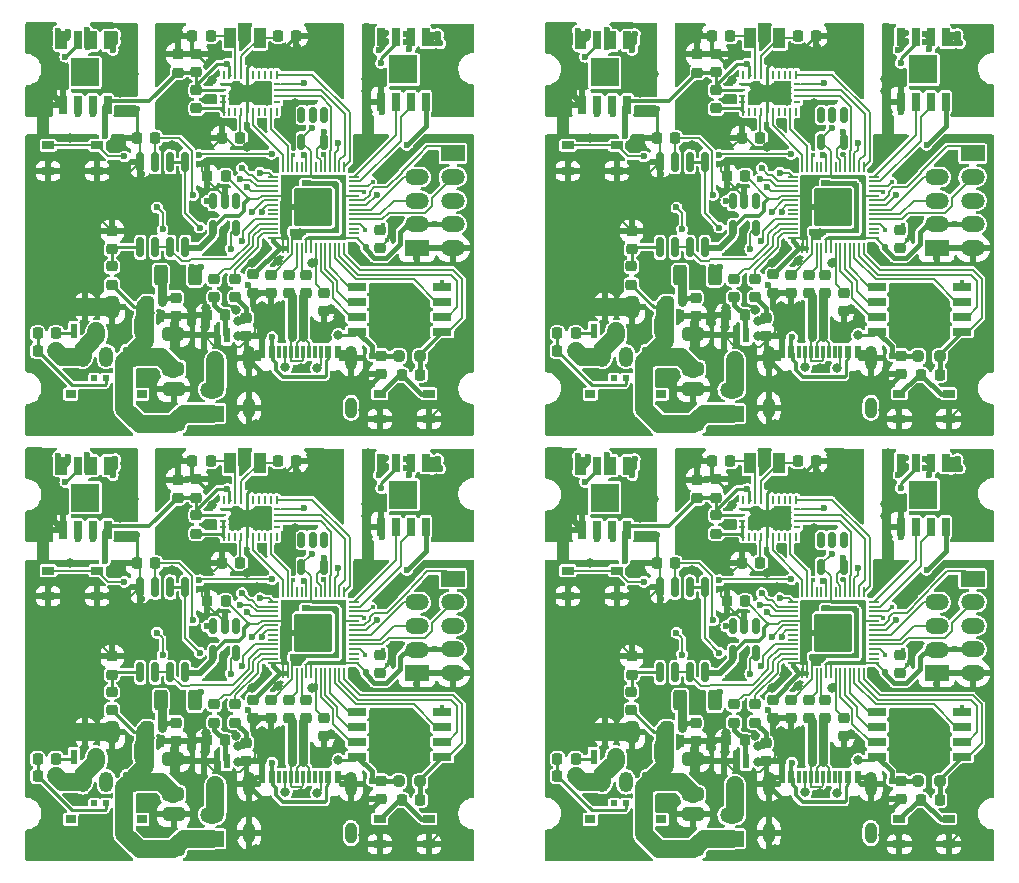
<source format=gbr>
%TF.GenerationSoftware,KiCad,Pcbnew,(6.0.4)*%
%TF.CreationDate,2022-09-20T14:12:36+09:00*%
%TF.ProjectId,mainboard_p_rev2,6d61696e-626f-4617-9264-5f705f726576,rev?*%
%TF.SameCoordinates,Original*%
%TF.FileFunction,Copper,L1,Top*%
%TF.FilePolarity,Positive*%
%FSLAX46Y46*%
G04 Gerber Fmt 4.6, Leading zero omitted, Abs format (unit mm)*
G04 Created by KiCad (PCBNEW (6.0.4)) date 2022-09-20 14:12:36*
%MOMM*%
%LPD*%
G01*
G04 APERTURE LIST*
G04 Aperture macros list*
%AMRoundRect*
0 Rectangle with rounded corners*
0 $1 Rounding radius*
0 $2 $3 $4 $5 $6 $7 $8 $9 X,Y pos of 4 corners*
0 Add a 4 corners polygon primitive as box body*
4,1,4,$2,$3,$4,$5,$6,$7,$8,$9,$2,$3,0*
0 Add four circle primitives for the rounded corners*
1,1,$1+$1,$2,$3*
1,1,$1+$1,$4,$5*
1,1,$1+$1,$6,$7*
1,1,$1+$1,$8,$9*
0 Add four rect primitives between the rounded corners*
20,1,$1+$1,$2,$3,$4,$5,0*
20,1,$1+$1,$4,$5,$6,$7,0*
20,1,$1+$1,$6,$7,$8,$9,0*
20,1,$1+$1,$8,$9,$2,$3,0*%
G04 Aperture macros list end*
%TA.AperFunction,SMDPad,CuDef*%
%ADD10RoundRect,0.225000X-0.225000X-0.250000X0.225000X-0.250000X0.225000X0.250000X-0.225000X0.250000X0*%
%TD*%
%TA.AperFunction,ComponentPad*%
%ADD11O,1.200000X1.750000*%
%TD*%
%TA.AperFunction,ComponentPad*%
%ADD12RoundRect,0.250000X0.350000X0.625000X-0.350000X0.625000X-0.350000X-0.625000X0.350000X-0.625000X0*%
%TD*%
%TA.AperFunction,SMDPad,CuDef*%
%ADD13RoundRect,0.225000X0.225000X0.250000X-0.225000X0.250000X-0.225000X-0.250000X0.225000X-0.250000X0*%
%TD*%
%TA.AperFunction,SMDPad,CuDef*%
%ADD14RoundRect,0.225000X0.250000X-0.225000X0.250000X0.225000X-0.250000X0.225000X-0.250000X-0.225000X0*%
%TD*%
%TA.AperFunction,SMDPad,CuDef*%
%ADD15RoundRect,0.237500X-0.250000X-0.237500X0.250000X-0.237500X0.250000X0.237500X-0.250000X0.237500X0*%
%TD*%
%TA.AperFunction,SMDPad,CuDef*%
%ADD16RoundRect,0.225000X-0.250000X0.225000X-0.250000X-0.225000X0.250000X-0.225000X0.250000X0.225000X0*%
%TD*%
%TA.AperFunction,SMDPad,CuDef*%
%ADD17R,1.000000X1.800000*%
%TD*%
%TA.AperFunction,SMDPad,CuDef*%
%ADD18R,0.600000X1.300000*%
%TD*%
%TA.AperFunction,SMDPad,CuDef*%
%ADD19RoundRect,0.150000X-0.150000X0.512500X-0.150000X-0.512500X0.150000X-0.512500X0.150000X0.512500X0*%
%TD*%
%TA.AperFunction,SMDPad,CuDef*%
%ADD20RoundRect,0.250000X0.650000X-0.325000X0.650000X0.325000X-0.650000X0.325000X-0.650000X-0.325000X0*%
%TD*%
%TA.AperFunction,SMDPad,CuDef*%
%ADD21O,2.000000X1.350000*%
%TD*%
%TA.AperFunction,SMDPad,CuDef*%
%ADD22R,2.000000X1.350000*%
%TD*%
%TA.AperFunction,ComponentPad*%
%ADD23O,1.000000X1.800000*%
%TD*%
%TA.AperFunction,ComponentPad*%
%ADD24O,1.000000X2.100000*%
%TD*%
%TA.AperFunction,SMDPad,CuDef*%
%ADD25R,0.600000X1.140000*%
%TD*%
%TA.AperFunction,SMDPad,CuDef*%
%ADD26R,0.300000X1.140000*%
%TD*%
%TA.AperFunction,SMDPad,CuDef*%
%ADD27R,2.390000X2.390000*%
%TD*%
%TA.AperFunction,SMDPad,CuDef*%
%ADD28R,0.650000X1.525000*%
%TD*%
%TA.AperFunction,SMDPad,CuDef*%
%ADD29R,1.050000X0.650000*%
%TD*%
%TA.AperFunction,SMDPad,CuDef*%
%ADD30R,0.900000X0.700000*%
%TD*%
%TA.AperFunction,SMDPad,CuDef*%
%ADD31R,0.600000X0.510000*%
%TD*%
%TA.AperFunction,SMDPad,CuDef*%
%ADD32RoundRect,0.250000X0.325000X0.650000X-0.325000X0.650000X-0.325000X-0.650000X0.325000X-0.650000X0*%
%TD*%
%TA.AperFunction,SMDPad,CuDef*%
%ADD33RoundRect,0.250000X-0.312500X-0.625000X0.312500X-0.625000X0.312500X0.625000X-0.312500X0.625000X0*%
%TD*%
%TA.AperFunction,SMDPad,CuDef*%
%ADD34R,1.650000X0.650000*%
%TD*%
%TA.AperFunction,SMDPad,CuDef*%
%ADD35R,0.250000X0.675000*%
%TD*%
%TA.AperFunction,SMDPad,CuDef*%
%ADD36R,0.575000X0.250000*%
%TD*%
%TA.AperFunction,ComponentPad*%
%ADD37C,0.600000*%
%TD*%
%TA.AperFunction,SMDPad,CuDef*%
%ADD38RoundRect,0.144000X1.456000X1.456000X-1.456000X1.456000X-1.456000X-1.456000X1.456000X-1.456000X0*%
%TD*%
%TA.AperFunction,SMDPad,CuDef*%
%ADD39RoundRect,0.050000X0.050000X0.387500X-0.050000X0.387500X-0.050000X-0.387500X0.050000X-0.387500X0*%
%TD*%
%TA.AperFunction,SMDPad,CuDef*%
%ADD40RoundRect,0.050000X0.387500X0.050000X-0.387500X0.050000X-0.387500X-0.050000X0.387500X-0.050000X0*%
%TD*%
%TA.AperFunction,SMDPad,CuDef*%
%ADD41RoundRect,0.150000X-0.150000X0.712500X-0.150000X-0.712500X0.150000X-0.712500X0.150000X0.712500X0*%
%TD*%
%TA.AperFunction,ViaPad*%
%ADD42C,0.600000*%
%TD*%
%TA.AperFunction,ViaPad*%
%ADD43C,0.800000*%
%TD*%
%TA.AperFunction,ViaPad*%
%ADD44C,0.400000*%
%TD*%
%TA.AperFunction,Conductor*%
%ADD45C,0.500000*%
%TD*%
%TA.AperFunction,Conductor*%
%ADD46C,0.200000*%
%TD*%
%TA.AperFunction,Conductor*%
%ADD47C,0.250000*%
%TD*%
%TA.AperFunction,Conductor*%
%ADD48C,0.400000*%
%TD*%
%TA.AperFunction,Conductor*%
%ADD49C,0.300000*%
%TD*%
%TA.AperFunction,Conductor*%
%ADD50C,1.500000*%
%TD*%
%TA.AperFunction,Conductor*%
%ADD51C,0.800000*%
%TD*%
G04 APERTURE END LIST*
D10*
%TO.P,C118,2*%
%TO.N,GND*%
X192946200Y-97131200D03*
%TO.P,C118,1*%
%TO.N,Net-(AC1-Pad26)*%
X191396200Y-97131200D03*
%TD*%
D11*
%TO.P,J25,3,Pin_2*%
%TO.N,GND1*%
X174836200Y-124309200D03*
%TO.P,J25,2*%
%TO.N,N/C*%
X176836200Y-124309200D03*
D12*
%TO.P,J25,1,Pin_1*%
%TO.N,/+7V4*%
X178836200Y-124309200D03*
%TD*%
D13*
%TO.P,R82,2*%
%TO.N,GND*%
X179432800Y-105818000D03*
%TO.P,R82,1*%
%TO.N,Net-(R13-Pad1)*%
X180982800Y-105818000D03*
%TD*%
D14*
%TO.P,D8,2,A*%
%TO.N,Net-(D3-Pad2)*%
X200045200Y-113552000D03*
%TO.P,D8,1,K*%
%TO.N,GND*%
X200045200Y-115102000D03*
%TD*%
D13*
%TO.P,R78,2*%
%TO.N,GND*%
X185351000Y-120804000D03*
%TO.P,R78,1*%
%TO.N,Net-(Q2-Pad1)*%
X186901000Y-120804000D03*
%TD*%
D15*
%TO.P,R72,2*%
%TO.N,/QSPI_SS*%
X203419600Y-124283800D03*
%TO.P,R72,1*%
%TO.N,+3V3*%
X201594600Y-124283800D03*
%TD*%
D16*
%TO.P,C91,2*%
%TO.N,GND*%
X195270000Y-120436000D03*
%TO.P,C91,1*%
%TO.N,+1V1*%
X195270000Y-118886000D03*
%TD*%
D14*
%TO.P,R74,2*%
%TO.N,Net-(R5-Pad2)*%
X193725700Y-117375000D03*
%TO.P,R74,1*%
%TO.N,/USB_D+*%
X193725700Y-118925000D03*
%TD*%
D13*
%TO.P,C100,2*%
%TO.N,GND*%
X185389400Y-109043800D03*
%TO.P,C100,1*%
%TO.N,+3V3*%
X186939400Y-109043800D03*
%TD*%
D17*
%TO.P,Y8,2*%
%TO.N,Net-(AC1-Pad27)*%
X187335310Y-97296208D03*
%TO.P,Y8,1*%
%TO.N,Net-(AC1-Pad26)*%
X189835310Y-97296208D03*
%TD*%
D18*
%TO.P,Q11,3,D*%
%TO.N,Net-(J3-Pad2)*%
X186075200Y-124622600D03*
%TO.P,Q11,2,S*%
%TO.N,GND*%
X185125200Y-122522600D03*
%TO.P,Q11,1,G*%
%TO.N,Net-(Q2-Pad1)*%
X187025200Y-122522600D03*
%TD*%
D16*
%TO.P,R80,2*%
%TO.N,Net-(AC1-Pad4)*%
X184475000Y-103291000D03*
%TO.P,R80,1*%
%TO.N,+3V3*%
X184475000Y-101741000D03*
%TD*%
%TO.P,C104,2*%
%TO.N,GND*%
X200096000Y-125795400D03*
%TO.P,C104,1*%
%TO.N,+3V3*%
X200096000Y-124245400D03*
%TD*%
%TO.P,C97,2*%
%TO.N,GND*%
X189301000Y-118899000D03*
%TO.P,C97,1*%
%TO.N,+3V3*%
X189301000Y-117349000D03*
%TD*%
%TO.P,R91,2*%
%TO.N,Net-(Q7-Pad1)*%
X187777000Y-119293000D03*
%TO.P,R91,1*%
%TO.N,/GPIO29_NichromeB*%
X187777000Y-117743000D03*
%TD*%
D19*
%TO.P,Y7,5,OUT*%
%TO.N,/XIN*%
X195270000Y-106109800D03*
%TO.P,Y7,4,VDD*%
%TO.N,+3V3*%
X193370000Y-106109800D03*
%TO.P,Y7,3,OE/~{ST}/NC*%
%TO.N,unconnected-(Y1-Pad3)*%
X193370000Y-103834800D03*
%TO.P,Y7,2,NC*%
%TO.N,unconnected-(Y1-Pad2)*%
X194320000Y-103834800D03*
%TO.P,Y7,1,GND*%
%TO.N,GND*%
X195270000Y-103834800D03*
%TD*%
D20*
%TO.P,C115,2*%
%TO.N,GND*%
X182519200Y-122402400D03*
%TO.P,C115,1*%
%TO.N,/+7V4*%
X182519200Y-125352400D03*
%TD*%
D18*
%TO.P,Q10,3,D*%
%TO.N,GND*%
X175054200Y-120077000D03*
%TO.P,Q10,2,S*%
%TO.N,GND1*%
X176004200Y-122177000D03*
%TO.P,Q10,1,G*%
%TO.N,Net-(Q1-Pad1)*%
X174104200Y-122177000D03*
%TD*%
D16*
%TO.P,R84,2*%
%TO.N,Net-(R14-Pad1)*%
X177337600Y-115229000D03*
%TO.P,R84,1*%
%TO.N,GND*%
X177337600Y-113679000D03*
%TD*%
D21*
%TO.P,J31,5,Pin_5*%
%TO.N,GND*%
X206192000Y-115101200D03*
%TO.P,J31,4,Pin_4*%
%TO.N,+3V3*%
X206192000Y-113101200D03*
%TO.P,J31,3,Pin_3*%
%TO.N,/GPIO6_ToF_SDA*%
X206192000Y-111101200D03*
%TO.P,J31,2,Pin_2*%
%TO.N,/GPIO3_ToF_RST*%
X206192000Y-109101200D03*
D22*
%TO.P,J31,1,Pin_1*%
%TO.N,/GPIO7_ToF_SCL*%
X206192000Y-107101200D03*
%TD*%
D14*
%TO.P,C120,2*%
%TO.N,GND*%
X184475000Y-98693000D03*
%TO.P,C120,1*%
%TO.N,+3V3*%
X184475000Y-100243000D03*
%TD*%
D23*
%TO.P,U14,SHILED*%
%TO.N,N/C*%
X197570000Y-128650000D03*
%TO.P,U14,SHIELD,SHIELD*%
%TO.N,GND*%
X188930000Y-128650000D03*
D24*
X188930000Y-124470000D03*
X197570000Y-124470000D03*
D25*
%TO.P,U14,12,A12-B1_GND*%
X196450000Y-123900000D03*
%TO.P,U14,11,A9-B4_VBUS*%
%TO.N,/VBUS*%
X195650000Y-123900000D03*
D26*
%TO.P,U14,10,B5_CC2*%
%TO.N,Net-(R16-Pad1)*%
X195000000Y-123900000D03*
%TO.P,U14,9,A8_SBU1*%
%TO.N,unconnected-(U4-Pad9)*%
X194500000Y-123900000D03*
%TO.P,U14,8,B6_DP2*%
%TO.N,/USB_D+*%
X194000000Y-123900000D03*
%TO.P,U14,7,A7_DN1*%
%TO.N,/USB_D-*%
X193500000Y-123900000D03*
%TO.P,U14,6,A6_DP1*%
%TO.N,/USB_D+*%
X193000000Y-123900000D03*
%TO.P,U14,5,B7_DN2*%
%TO.N,/USB_D-*%
X192500000Y-123900000D03*
%TO.P,U14,4,A5_CC1*%
%TO.N,Net-(R17-Pad1)*%
X192000000Y-123900000D03*
%TO.P,U14,3,B8_SBU2*%
%TO.N,unconnected-(U4-Pad3)*%
X191500000Y-123900000D03*
D25*
%TO.P,U14,2,A4-B9_VBUS*%
%TO.N,/VBUS*%
X190850000Y-123900000D03*
%TO.P,U14,1,A1-B12_GND*%
%TO.N,GND*%
X190050000Y-123900000D03*
%TD*%
D27*
%TO.P,IC16,9,EP*%
%TO.N,unconnected-(IC8-Pad9)*%
X175051600Y-100255400D03*
D28*
%TO.P,IC16,8,OUT2*%
%TO.N,/M2_PLUS*%
X173146600Y-97543400D03*
%TO.P,IC16,7,RS*%
%TO.N,Net-(IC8-Pad7)*%
X174416600Y-97543400D03*
%TO.P,IC16,6,OUT1*%
%TO.N,/M2_MINUS*%
X175686600Y-97543400D03*
%TO.P,IC16,5,VM*%
%TO.N,/+7V4*%
X176956600Y-97543400D03*
%TO.P,IC16,4,VREF*%
%TO.N,+3V3*%
X176956600Y-102967400D03*
%TO.P,IC16,3,IN1*%
%TO.N,/GPIO18_MO_B_1*%
X175686600Y-102967400D03*
%TO.P,IC16,2,IN2*%
%TO.N,/GPIO19_MO_B_2*%
X174416600Y-102967400D03*
%TO.P,IC16,1,GND*%
%TO.N,GND*%
X173146600Y-102967400D03*
%TD*%
D20*
%TO.P,C114,2*%
%TO.N,GND*%
X182544600Y-127076000D03*
%TO.P,C114,1*%
%TO.N,/+7V4*%
X182544600Y-130026000D03*
%TD*%
D29*
%TO.P,S7,4,4*%
%TO.N,GND*%
X204152200Y-129600600D03*
%TO.P,S7,3,3*%
X200002200Y-129600600D03*
%TO.P,S7,2,2*%
%TO.N,/~{USB_BOOT}*%
X204152200Y-127450600D03*
%TO.P,S7,1,1*%
X200002200Y-127450600D03*
%TD*%
D30*
%TO.P,SW4,MP2*%
%TO.N,N/C*%
X179829600Y-127486600D03*
%TO.P,SW4,MP1*%
X173829600Y-127486600D03*
D31*
%TO.P,SW4,C1*%
%TO.N,Net-(R1-Pad1)*%
X176829600Y-126131600D03*
%TO.P,SW4,2*%
%TO.N,/+7V4*%
X177829600Y-126131600D03*
%TO.P,SW4,1*%
%TO.N,N/C*%
X175829600Y-126131600D03*
%TD*%
D14*
%TO.P,C102,2*%
%TO.N,GND*%
X182900200Y-98718400D03*
%TO.P,C102,1*%
%TO.N,+3V3*%
X182900200Y-100268400D03*
%TD*%
D13*
%TO.P,C119,2*%
%TO.N,GND*%
X184131800Y-97182000D03*
%TO.P,C119,1*%
%TO.N,Net-(AC1-Pad27)*%
X185681800Y-97182000D03*
%TD*%
D19*
%TO.P,U15,5,V+*%
%TO.N,/3V3_REG_OUT*%
X187812600Y-113432500D03*
%TO.P,U15,4,+*%
%TO.N,+3V3*%
X185912600Y-113432500D03*
%TO.P,U15,3,-*%
%TO.N,Net-(R12-Pad2)*%
X185912600Y-111157500D03*
%TO.P,U15,2,V-*%
%TO.N,GND*%
X186862600Y-111157500D03*
%TO.P,U15,1*%
%TO.N,Net-(R13-Pad1)*%
X187812600Y-111157500D03*
%TD*%
D32*
%TO.P,C111,2*%
%TO.N,GND*%
X177361200Y-120118200D03*
%TO.P,C111,1*%
%TO.N,/+7V4*%
X180311200Y-120118200D03*
%TD*%
D21*
%TO.P,J30,4,Pin_4*%
%TO.N,/GPIO5_GNSS_TX*%
X203144000Y-109114400D03*
%TO.P,J30,3,Pin_3*%
%TO.N,/GPIO4_GNSS_RX*%
X203144000Y-111114400D03*
%TO.P,J30,2,Pin_2*%
%TO.N,+3V3*%
X203144000Y-113114400D03*
D22*
%TO.P,J30,1,Pin_1*%
%TO.N,GND*%
X203144000Y-115114400D03*
%TD*%
D10*
%TO.P,C117,2*%
%TO.N,Net-(AC1-Pad9)*%
X188196400Y-105792600D03*
%TO.P,C117,1*%
%TO.N,GND*%
X186646400Y-105792600D03*
%TD*%
D16*
%TO.P,R83,2*%
%TO.N,/+7V4*%
X177312200Y-118226200D03*
%TO.P,R83,1*%
%TO.N,Net-(R14-Pad1)*%
X177312200Y-116676200D03*
%TD*%
D13*
%TO.P,R71,2*%
%TO.N,/~{USB_BOOT}*%
X201861000Y-125833200D03*
%TO.P,R71,1*%
%TO.N,/QSPI_SS*%
X203411000Y-125833200D03*
%TD*%
D14*
%TO.P,R75,2*%
%TO.N,Net-(R6-Pad2)*%
X192349000Y-117375000D03*
%TO.P,R75,1*%
%TO.N,/USB_D-*%
X192349000Y-118925000D03*
%TD*%
D33*
%TO.P,R79,2*%
%TO.N,+3V3*%
X184362700Y-117425800D03*
%TO.P,R79,1*%
%TO.N,/3V3_REG_OUT*%
X181437700Y-117425800D03*
%TD*%
D10*
%TO.P,R70,2*%
%TO.N,GND1*%
X172575400Y-123801200D03*
%TO.P,R70,1*%
%TO.N,Net-(R1-Pad1)*%
X171025400Y-123801200D03*
%TD*%
D27*
%TO.P,IC15,9,EP*%
%TO.N,unconnected-(IC7-Pad9)*%
X202000000Y-100001400D03*
D28*
%TO.P,IC15,8,OUT2*%
%TO.N,/M1_PLUS*%
X200095000Y-97289400D03*
%TO.P,IC15,7,RS*%
%TO.N,Net-(IC7-Pad7)*%
X201365000Y-97289400D03*
%TO.P,IC15,6,OUT1*%
%TO.N,/M1_MINUS*%
X202635000Y-97289400D03*
%TO.P,IC15,5,VM*%
%TO.N,/+7V4*%
X203905000Y-97289400D03*
%TO.P,IC15,4,VREF*%
%TO.N,+3V3*%
X203905000Y-102713400D03*
%TO.P,IC15,3,IN1*%
%TO.N,/GPIO10_MO_A_1*%
X202635000Y-102713400D03*
%TO.P,IC15,2,IN2*%
%TO.N,/GPIO11_MO_A_2*%
X201365000Y-102713400D03*
%TO.P,IC15,1,GND*%
%TO.N,GND*%
X200095000Y-102713400D03*
%TD*%
D21*
%TO.P,J26,2,Pin_2*%
%TO.N,Net-(J3-Pad2)*%
X185795800Y-127135200D03*
D22*
%TO.P,J26,1,Pin_1*%
%TO.N,/+7V4*%
X185795800Y-129135200D03*
%TD*%
D29*
%TO.P,S8,4,4*%
%TO.N,GND*%
X176075000Y-108575000D03*
%TO.P,S8,3,3*%
X171925000Y-108575000D03*
%TO.P,S8,2,2*%
%TO.N,/RUN*%
X176075000Y-106425000D03*
%TO.P,S8,1,1*%
X171925000Y-106425000D03*
%TD*%
D34*
%TO.P,IC13,8,VCC*%
%TO.N,+3V3*%
X198096200Y-122201000D03*
%TO.P,IC13,7,/HOLD_OR_/RESET_(IO3)*%
%TO.N,/QSPI_SD3*%
X198096200Y-120931000D03*
%TO.P,IC13,6,CLK*%
%TO.N,/QSPI_SCLK*%
X198096200Y-119661000D03*
%TO.P,IC13,5,DI_(IO0)*%
%TO.N,/QSPI_SD0*%
X198096200Y-118391000D03*
%TO.P,IC13,4,GND*%
%TO.N,GND*%
X205296200Y-118391000D03*
%TO.P,IC13,3,/WP_(IO2)*%
%TO.N,/QSPI_SD2*%
X205296200Y-119661000D03*
%TO.P,IC13,2,DO_(IO1)*%
%TO.N,/QSPI_SD1*%
X205296200Y-120931000D03*
%TO.P,IC13,1,/CS*%
%TO.N,/QSPI_SS*%
X205296200Y-122201000D03*
%TD*%
D10*
%TO.P,R73,2*%
%TO.N,Net-(Q1-Pad1)*%
X172587800Y-122353400D03*
%TO.P,R73,1*%
%TO.N,Net-(R1-Pad1)*%
X171037800Y-122353400D03*
%TD*%
D16*
%TO.P,C94,2*%
%TO.N,GND*%
X190825000Y-118912000D03*
%TO.P,C94,1*%
%TO.N,+1V1*%
X190825000Y-117362000D03*
%TD*%
D35*
%TO.P,AC4,28,VDDIO*%
%TO.N,+3V3*%
X187271600Y-100439400D03*
%TO.P,AC4,27,XIN32*%
%TO.N,Net-(AC1-Pad27)*%
X187771600Y-100439400D03*
%TO.P,AC4,26,XOUT32/CLKSEL1*%
%TO.N,Net-(AC1-Pad26)*%
X188271600Y-100439400D03*
%TO.P,AC4,25,GND_2*%
%TO.N,GND*%
X188771600Y-100439400D03*
%TO.P,AC4,24,RESV_NC_9*%
%TO.N,unconnected-(AC1-Pad24)*%
X189271600Y-100439400D03*
%TO.P,AC4,23,RESV_NC_8*%
%TO.N,unconnected-(AC1-Pad23)*%
X189771600Y-100439400D03*
%TO.P,AC4,22,RESV_NC_7*%
%TO.N,unconnected-(AC1-Pad22)*%
X190271600Y-100439400D03*
%TO.P,AC4,21,RESV_NC_6*%
%TO.N,unconnected-(AC1-Pad21)*%
X190771600Y-100439400D03*
%TO.P,AC4,20,H_SDA/H_MISO/TX*%
%TO.N,/GPIO12_IMU_MISO*%
X191271600Y-100439400D03*
D36*
%TO.P,AC4,19,H_SCL/SCK/RX*%
%TO.N,/GPIO14_IMU_SCK*%
X191334600Y-101252400D03*
%TO.P,AC4,18,H_CSN*%
%TO.N,/GPIO13_IMU_CS*%
X191334600Y-101752400D03*
%TO.P,AC4,17,SA0/H_MOSI*%
%TO.N,/GPIO15_IMU_MOSI*%
X191334600Y-102252400D03*
%TO.P,AC4,16,ENV_SDA*%
%TO.N,unconnected-(AC1-Pad16)*%
X191334600Y-102752400D03*
D35*
%TO.P,AC4,15,ENV_SCL*%
%TO.N,unconnected-(AC1-Pad15)*%
X191271600Y-103565400D03*
%TO.P,AC4,14,H_INTN*%
%TO.N,/GPIO16_IMU_INT*%
X190771600Y-103565400D03*
%TO.P,AC4,13,RESV_NC_5*%
%TO.N,unconnected-(AC1-Pad13)*%
X190271600Y-103565400D03*
%TO.P,AC4,12,RESV_NC_4*%
%TO.N,unconnected-(AC1-Pad12)*%
X189771600Y-103565400D03*
%TO.P,AC4,11,NRST*%
%TO.N,/GPIO17_IMU_RST*%
X189271600Y-103565400D03*
%TO.P,AC4,10,CLKSEL0*%
%TO.N,GND*%
X188771600Y-103565400D03*
%TO.P,AC4,9,CAP*%
%TO.N,Net-(AC1-Pad9)*%
X188271600Y-103565400D03*
%TO.P,AC4,8,RESV_NC_3*%
%TO.N,unconnected-(AC1-Pad8)*%
X187771600Y-103565400D03*
%TO.P,AC4,7,RESV_NC_2*%
%TO.N,unconnected-(AC1-Pad7)*%
X187271600Y-103565400D03*
%TO.P,AC4,6,PS0/WAKE*%
%TO.N,Net-(AC1-Pad4)*%
X186771600Y-103565400D03*
D36*
%TO.P,AC4,5,PS1*%
X186708600Y-102752400D03*
%TO.P,AC4,4,BOOTN*%
X186708600Y-102252400D03*
%TO.P,AC4,3,VDD*%
%TO.N,+3V3*%
X186708600Y-101752400D03*
%TO.P,AC4,2,GND_1*%
%TO.N,GND*%
X186708600Y-101252400D03*
D35*
%TO.P,AC4,1,RESV_NC_1*%
%TO.N,unconnected-(AC1-Pad1)*%
X186771600Y-100439400D03*
%TD*%
D37*
%TO.P,U13,57,GND*%
%TO.N,GND*%
X195662600Y-110401900D03*
X193112600Y-111676900D03*
D38*
X194387600Y-111676900D03*
D37*
X193112600Y-110401900D03*
X193112600Y-112951900D03*
X194387600Y-112951900D03*
X195662600Y-111676900D03*
X194387600Y-111676900D03*
X195662600Y-112951900D03*
X194387600Y-110401900D03*
D39*
%TO.P,U13,56,QSPI_SS*%
%TO.N,/QSPI_SS*%
X196987600Y-115114400D03*
%TO.P,U13,55,QSPI_SD1*%
%TO.N,/QSPI_SD1*%
X196587600Y-115114400D03*
%TO.P,U13,54,QSPI_SD2*%
%TO.N,/QSPI_SD2*%
X196187600Y-115114400D03*
%TO.P,U13,53,QSPI_SD0*%
%TO.N,/QSPI_SD0*%
X195787600Y-115114400D03*
%TO.P,U13,52,QSPI_SCLK*%
%TO.N,/QSPI_SCLK*%
X195387600Y-115114400D03*
%TO.P,U13,51,QSPI_SD3*%
%TO.N,/QSPI_SD3*%
X194987600Y-115114400D03*
%TO.P,U13,50,DVDD*%
%TO.N,+1V1*%
X194587600Y-115114400D03*
%TO.P,U13,49,IOVDD*%
%TO.N,+3V3*%
X194187600Y-115114400D03*
%TO.P,U13,48,USB_VDD*%
X193787600Y-115114400D03*
%TO.P,U13,47,USB_DP*%
%TO.N,Net-(R5-Pad2)*%
X193387600Y-115114400D03*
%TO.P,U13,46,USB_DM*%
%TO.N,Net-(R6-Pad2)*%
X192987600Y-115114400D03*
%TO.P,U13,45,VREG_VOUT*%
%TO.N,+1V1*%
X192587600Y-115114400D03*
%TO.P,U13,44,VREG_IN*%
%TO.N,+3V3*%
X192187600Y-115114400D03*
%TO.P,U13,43,ADC_AVDD*%
X191787600Y-115114400D03*
D40*
%TO.P,U13,42,IOVDD*%
X190950100Y-114276900D03*
%TO.P,U13,41,GPIO29_ADC3*%
%TO.N,/GPIO29_NichromeB*%
X190950100Y-113876900D03*
%TO.P,U13,40,GPIO28_ADC2*%
%TO.N,/GPIO28_NichromeA*%
X190950100Y-113476900D03*
%TO.P,U13,39,GPIO27_ADC1*%
%TO.N,/GPIO27_ADC_V_monitor*%
X190950100Y-113076900D03*
%TO.P,U13,38,GPIO26_ADC0*%
%TO.N,/GPIO26_ADC_I_monitor*%
X190950100Y-112676900D03*
%TO.P,U13,37,GPIO25*%
%TO.N,unconnected-(U1-Pad37)*%
X190950100Y-112276900D03*
%TO.P,U13,36,GPIO24*%
%TO.N,unconnected-(U1-Pad36)*%
X190950100Y-111876900D03*
%TO.P,U13,35,GPIO23*%
%TO.N,/GPIO23_MOE_B_2*%
X190950100Y-111476900D03*
%TO.P,U13,34,GPIO22*%
%TO.N,/GPIO22_MOE_A_2*%
X190950100Y-111076900D03*
%TO.P,U13,33,IOVDD*%
%TO.N,+3V3*%
X190950100Y-110676900D03*
%TO.P,U13,32,GPIO21*%
%TO.N,/GPIO21_MOE_B_1*%
X190950100Y-110276900D03*
%TO.P,U13,31,GPIO20*%
%TO.N,/GPIO20_MOE_A_1*%
X190950100Y-109876900D03*
%TO.P,U13,30,GPIO19*%
%TO.N,/GPIO19_MO_B_2*%
X190950100Y-109476900D03*
%TO.P,U13,29,GPIO18*%
%TO.N,/GPIO18_MO_B_1*%
X190950100Y-109076900D03*
D39*
%TO.P,U13,28,GPIO17*%
%TO.N,/GPIO17_IMU_RST*%
X191787600Y-108239400D03*
%TO.P,U13,27,GPIO16*%
%TO.N,/GPIO16_IMU_INT*%
X192187600Y-108239400D03*
%TO.P,U13,26,RUN*%
%TO.N,/RUN*%
X192587600Y-108239400D03*
%TO.P,U13,25,SWD*%
%TO.N,/SWD*%
X192987600Y-108239400D03*
%TO.P,U13,24,SWCLK*%
%TO.N,/SWCLK*%
X193387600Y-108239400D03*
%TO.P,U13,23,DVDD*%
%TO.N,+1V1*%
X193787600Y-108239400D03*
%TO.P,U13,22,IOVDD*%
%TO.N,+3V3*%
X194187600Y-108239400D03*
%TO.P,U13,21,XOUT*%
%TO.N,/XOUT*%
X194587600Y-108239400D03*
%TO.P,U13,20,XIN*%
%TO.N,/XIN*%
X194987600Y-108239400D03*
%TO.P,U13,19,TESTEN*%
%TO.N,GND*%
X195387600Y-108239400D03*
%TO.P,U13,18,GPIO15*%
%TO.N,/GPIO15_IMU_MOSI*%
X195787600Y-108239400D03*
%TO.P,U13,17,GPIO14*%
%TO.N,/GPIO14_IMU_SCK*%
X196187600Y-108239400D03*
%TO.P,U13,16,GPIO13*%
%TO.N,/GPIO13_IMU_CS*%
X196587600Y-108239400D03*
%TO.P,U13,15,GPIO12*%
%TO.N,/GPIO12_IMU_MISO*%
X196987600Y-108239400D03*
D40*
%TO.P,U13,14,GPIO11*%
%TO.N,/GPIO11_MO_A_2*%
X197825100Y-109076900D03*
%TO.P,U13,13,GPIO10*%
%TO.N,/GPIO10_MO_A_1*%
X197825100Y-109476900D03*
%TO.P,U13,12,GPIO9*%
%TO.N,/GPIO9_I2C_EXT_SCL*%
X197825100Y-109876900D03*
%TO.P,U13,11,GPIO8*%
%TO.N,/GPIO8_I2C_EXT_SDA*%
X197825100Y-110276900D03*
%TO.P,U13,10,IOVDD*%
%TO.N,+3V3*%
X197825100Y-110676900D03*
%TO.P,U13,9,GPIO7*%
%TO.N,/GPIO7_ToF_SCL*%
X197825100Y-111076900D03*
%TO.P,U13,8,GPIO6*%
%TO.N,/GPIO6_ToF_SDA*%
X197825100Y-111476900D03*
%TO.P,U13,7,GPIO5*%
%TO.N,/GPIO5_GNSS_TX*%
X197825100Y-111876900D03*
%TO.P,U13,6,GPIO4*%
%TO.N,/GPIO4_GNSS_RX*%
X197825100Y-112276900D03*
%TO.P,U13,5,GPIO3*%
%TO.N,/GPIO3_ToF_RST*%
X197825100Y-112676900D03*
%TO.P,U13,4,GPIO2*%
%TO.N,/GPIO2_LED*%
X197825100Y-113076900D03*
%TO.P,U13,3,GPIO1*%
%TO.N,/GPIO1*%
X197825100Y-113476900D03*
%TO.P,U13,2,GPIO0*%
%TO.N,/GPIO0*%
X197825100Y-113876900D03*
%TO.P,U13,1,IOVDD*%
%TO.N,+3V3*%
X197825100Y-114276900D03*
%TD*%
D41*
%TO.P,U16,8,V+*%
%TO.N,+3V3*%
X183535200Y-115043900D03*
%TO.P,U16,7*%
%TO.N,/GPIO27_ADC_V_monitor*%
X182265200Y-115043900D03*
%TO.P,U16,6,-*%
X180995200Y-115043900D03*
%TO.P,U16,5,+*%
%TO.N,Net-(R14-Pad1)*%
X179725200Y-115043900D03*
%TO.P,U16,4,V-*%
%TO.N,GND*%
X179725200Y-107818900D03*
%TO.P,U16,3,+*%
%TO.N,Net-(R13-Pad1)*%
X180995200Y-107818900D03*
%TO.P,U16,2,-*%
%TO.N,/GPIO26_ADC_I_monitor*%
X182265200Y-107818900D03*
%TO.P,U16,1*%
X183535200Y-107818900D03*
%TD*%
D16*
%TO.P,R77,2*%
%TO.N,Net-(Q2-Pad1)*%
X185999000Y-119293000D03*
%TO.P,R77,1*%
%TO.N,/GPIO28_NichromeA*%
X185999000Y-117743000D03*
%TD*%
%TO.P,C106,2*%
%TO.N,GND*%
X182747800Y-120867800D03*
%TO.P,C106,1*%
%TO.N,/3V3_REG_OUT*%
X182747800Y-119317800D03*
%TD*%
%TO.P,R92,2*%
%TO.N,GND*%
X188666000Y-122582000D03*
%TO.P,R92,1*%
%TO.N,Net-(Q7-Pad1)*%
X188666000Y-121032000D03*
%TD*%
D10*
%TO.P,C88,2*%
%TO.N,GND*%
X148946200Y-97131200D03*
%TO.P,C88,1*%
%TO.N,Net-(AC1-Pad26)*%
X147396200Y-97131200D03*
%TD*%
D11*
%TO.P,J17,3,Pin_2*%
%TO.N,GND1*%
X130836200Y-124309200D03*
%TO.P,J17,2*%
%TO.N,N/C*%
X132836200Y-124309200D03*
D12*
%TO.P,J17,1,Pin_1*%
%TO.N,/+7V4*%
X134836200Y-124309200D03*
%TD*%
D13*
%TO.P,R59,2*%
%TO.N,GND*%
X135432800Y-105818000D03*
%TO.P,R59,1*%
%TO.N,Net-(R13-Pad1)*%
X136982800Y-105818000D03*
%TD*%
D14*
%TO.P,D6,2,A*%
%TO.N,Net-(D3-Pad2)*%
X156045200Y-113552000D03*
%TO.P,D6,1,K*%
%TO.N,GND*%
X156045200Y-115102000D03*
%TD*%
D13*
%TO.P,R55,2*%
%TO.N,GND*%
X141351000Y-120804000D03*
%TO.P,R55,1*%
%TO.N,Net-(Q2-Pad1)*%
X142901000Y-120804000D03*
%TD*%
D15*
%TO.P,R49,2*%
%TO.N,/QSPI_SS*%
X159419600Y-124283800D03*
%TO.P,R49,1*%
%TO.N,+3V3*%
X157594600Y-124283800D03*
%TD*%
D16*
%TO.P,C61,2*%
%TO.N,GND*%
X151270000Y-120436000D03*
%TO.P,C61,1*%
%TO.N,+1V1*%
X151270000Y-118886000D03*
%TD*%
D14*
%TO.P,R51,2*%
%TO.N,Net-(R5-Pad2)*%
X149725700Y-117375000D03*
%TO.P,R51,1*%
%TO.N,/USB_D+*%
X149725700Y-118925000D03*
%TD*%
D13*
%TO.P,C70,2*%
%TO.N,GND*%
X141389400Y-109043800D03*
%TO.P,C70,1*%
%TO.N,+3V3*%
X142939400Y-109043800D03*
%TD*%
D17*
%TO.P,Y6,2*%
%TO.N,Net-(AC1-Pad27)*%
X143335310Y-97296208D03*
%TO.P,Y6,1*%
%TO.N,Net-(AC1-Pad26)*%
X145835310Y-97296208D03*
%TD*%
D18*
%TO.P,Q6,3,D*%
%TO.N,Net-(J3-Pad2)*%
X142075200Y-124622600D03*
%TO.P,Q6,2,S*%
%TO.N,GND*%
X141125200Y-122522600D03*
%TO.P,Q6,1,G*%
%TO.N,Net-(Q2-Pad1)*%
X143025200Y-122522600D03*
%TD*%
D16*
%TO.P,R57,2*%
%TO.N,Net-(AC1-Pad4)*%
X140475000Y-103291000D03*
%TO.P,R57,1*%
%TO.N,+3V3*%
X140475000Y-101741000D03*
%TD*%
%TO.P,C74,2*%
%TO.N,GND*%
X156096000Y-125795400D03*
%TO.P,C74,1*%
%TO.N,+3V3*%
X156096000Y-124245400D03*
%TD*%
%TO.P,C67,2*%
%TO.N,GND*%
X145301000Y-118899000D03*
%TO.P,C67,1*%
%TO.N,+3V3*%
X145301000Y-117349000D03*
%TD*%
%TO.P,R68,2*%
%TO.N,Net-(Q7-Pad1)*%
X143777000Y-119293000D03*
%TO.P,R68,1*%
%TO.N,/GPIO29_NichromeB*%
X143777000Y-117743000D03*
%TD*%
D19*
%TO.P,Y5,5,OUT*%
%TO.N,/XIN*%
X151270000Y-106109800D03*
%TO.P,Y5,4,VDD*%
%TO.N,+3V3*%
X149370000Y-106109800D03*
%TO.P,Y5,3,OE/~{ST}/NC*%
%TO.N,unconnected-(Y1-Pad3)*%
X149370000Y-103834800D03*
%TO.P,Y5,2,NC*%
%TO.N,unconnected-(Y1-Pad2)*%
X150320000Y-103834800D03*
%TO.P,Y5,1,GND*%
%TO.N,GND*%
X151270000Y-103834800D03*
%TD*%
D20*
%TO.P,C85,2*%
%TO.N,GND*%
X138519200Y-122402400D03*
%TO.P,C85,1*%
%TO.N,/+7V4*%
X138519200Y-125352400D03*
%TD*%
D18*
%TO.P,Q5,3,D*%
%TO.N,GND*%
X131054200Y-120077000D03*
%TO.P,Q5,2,S*%
%TO.N,GND1*%
X132004200Y-122177000D03*
%TO.P,Q5,1,G*%
%TO.N,Net-(Q1-Pad1)*%
X130104200Y-122177000D03*
%TD*%
D16*
%TO.P,R61,2*%
%TO.N,Net-(R14-Pad1)*%
X133337600Y-115229000D03*
%TO.P,R61,1*%
%TO.N,GND*%
X133337600Y-113679000D03*
%TD*%
D21*
%TO.P,J23,5,Pin_5*%
%TO.N,GND*%
X162192000Y-115101200D03*
%TO.P,J23,4,Pin_4*%
%TO.N,+3V3*%
X162192000Y-113101200D03*
%TO.P,J23,3,Pin_3*%
%TO.N,/GPIO6_ToF_SDA*%
X162192000Y-111101200D03*
%TO.P,J23,2,Pin_2*%
%TO.N,/GPIO3_ToF_RST*%
X162192000Y-109101200D03*
D22*
%TO.P,J23,1,Pin_1*%
%TO.N,/GPIO7_ToF_SCL*%
X162192000Y-107101200D03*
%TD*%
D14*
%TO.P,C90,2*%
%TO.N,GND*%
X140475000Y-98693000D03*
%TO.P,C90,1*%
%TO.N,+3V3*%
X140475000Y-100243000D03*
%TD*%
D23*
%TO.P,U10,SHILED*%
%TO.N,N/C*%
X153570000Y-128650000D03*
%TO.P,U10,SHIELD,SHIELD*%
%TO.N,GND*%
X144930000Y-128650000D03*
D24*
X144930000Y-124470000D03*
X153570000Y-124470000D03*
D25*
%TO.P,U10,12,A12-B1_GND*%
X152450000Y-123900000D03*
%TO.P,U10,11,A9-B4_VBUS*%
%TO.N,/VBUS*%
X151650000Y-123900000D03*
D26*
%TO.P,U10,10,B5_CC2*%
%TO.N,Net-(R16-Pad1)*%
X151000000Y-123900000D03*
%TO.P,U10,9,A8_SBU1*%
%TO.N,unconnected-(U4-Pad9)*%
X150500000Y-123900000D03*
%TO.P,U10,8,B6_DP2*%
%TO.N,/USB_D+*%
X150000000Y-123900000D03*
%TO.P,U10,7,A7_DN1*%
%TO.N,/USB_D-*%
X149500000Y-123900000D03*
%TO.P,U10,6,A6_DP1*%
%TO.N,/USB_D+*%
X149000000Y-123900000D03*
%TO.P,U10,5,B7_DN2*%
%TO.N,/USB_D-*%
X148500000Y-123900000D03*
%TO.P,U10,4,A5_CC1*%
%TO.N,Net-(R17-Pad1)*%
X148000000Y-123900000D03*
%TO.P,U10,3,B8_SBU2*%
%TO.N,unconnected-(U4-Pad3)*%
X147500000Y-123900000D03*
D25*
%TO.P,U10,2,A4-B9_VBUS*%
%TO.N,/VBUS*%
X146850000Y-123900000D03*
%TO.P,U10,1,A1-B12_GND*%
%TO.N,GND*%
X146050000Y-123900000D03*
%TD*%
D27*
%TO.P,IC12,9,EP*%
%TO.N,unconnected-(IC8-Pad9)*%
X131051600Y-100255400D03*
D28*
%TO.P,IC12,8,OUT2*%
%TO.N,/M2_PLUS*%
X129146600Y-97543400D03*
%TO.P,IC12,7,RS*%
%TO.N,Net-(IC8-Pad7)*%
X130416600Y-97543400D03*
%TO.P,IC12,6,OUT1*%
%TO.N,/M2_MINUS*%
X131686600Y-97543400D03*
%TO.P,IC12,5,VM*%
%TO.N,/+7V4*%
X132956600Y-97543400D03*
%TO.P,IC12,4,VREF*%
%TO.N,+3V3*%
X132956600Y-102967400D03*
%TO.P,IC12,3,IN1*%
%TO.N,/GPIO18_MO_B_1*%
X131686600Y-102967400D03*
%TO.P,IC12,2,IN2*%
%TO.N,/GPIO19_MO_B_2*%
X130416600Y-102967400D03*
%TO.P,IC12,1,GND*%
%TO.N,GND*%
X129146600Y-102967400D03*
%TD*%
D20*
%TO.P,C84,2*%
%TO.N,GND*%
X138544600Y-127076000D03*
%TO.P,C84,1*%
%TO.N,/+7V4*%
X138544600Y-130026000D03*
%TD*%
D29*
%TO.P,S5,4,4*%
%TO.N,GND*%
X160152200Y-129600600D03*
%TO.P,S5,3,3*%
X156002200Y-129600600D03*
%TO.P,S5,2,2*%
%TO.N,/~{USB_BOOT}*%
X160152200Y-127450600D03*
%TO.P,S5,1,1*%
X156002200Y-127450600D03*
%TD*%
D30*
%TO.P,SW3,MP2*%
%TO.N,N/C*%
X135829600Y-127486600D03*
%TO.P,SW3,MP1*%
X129829600Y-127486600D03*
D31*
%TO.P,SW3,C1*%
%TO.N,Net-(R1-Pad1)*%
X132829600Y-126131600D03*
%TO.P,SW3,2*%
%TO.N,/+7V4*%
X133829600Y-126131600D03*
%TO.P,SW3,1*%
%TO.N,N/C*%
X131829600Y-126131600D03*
%TD*%
D14*
%TO.P,C72,2*%
%TO.N,GND*%
X138900200Y-98718400D03*
%TO.P,C72,1*%
%TO.N,+3V3*%
X138900200Y-100268400D03*
%TD*%
D13*
%TO.P,C89,2*%
%TO.N,GND*%
X140131800Y-97182000D03*
%TO.P,C89,1*%
%TO.N,Net-(AC1-Pad27)*%
X141681800Y-97182000D03*
%TD*%
D19*
%TO.P,U11,5,V+*%
%TO.N,/3V3_REG_OUT*%
X143812600Y-113432500D03*
%TO.P,U11,4,+*%
%TO.N,+3V3*%
X141912600Y-113432500D03*
%TO.P,U11,3,-*%
%TO.N,Net-(R12-Pad2)*%
X141912600Y-111157500D03*
%TO.P,U11,2,V-*%
%TO.N,GND*%
X142862600Y-111157500D03*
%TO.P,U11,1*%
%TO.N,Net-(R13-Pad1)*%
X143812600Y-111157500D03*
%TD*%
D32*
%TO.P,C81,2*%
%TO.N,GND*%
X133361200Y-120118200D03*
%TO.P,C81,1*%
%TO.N,/+7V4*%
X136311200Y-120118200D03*
%TD*%
D21*
%TO.P,J22,4,Pin_4*%
%TO.N,/GPIO5_GNSS_TX*%
X159144000Y-109114400D03*
%TO.P,J22,3,Pin_3*%
%TO.N,/GPIO4_GNSS_RX*%
X159144000Y-111114400D03*
%TO.P,J22,2,Pin_2*%
%TO.N,+3V3*%
X159144000Y-113114400D03*
D22*
%TO.P,J22,1,Pin_1*%
%TO.N,GND*%
X159144000Y-115114400D03*
%TD*%
D10*
%TO.P,C87,2*%
%TO.N,Net-(AC1-Pad9)*%
X144196400Y-105792600D03*
%TO.P,C87,1*%
%TO.N,GND*%
X142646400Y-105792600D03*
%TD*%
D16*
%TO.P,R60,2*%
%TO.N,/+7V4*%
X133312200Y-118226200D03*
%TO.P,R60,1*%
%TO.N,Net-(R14-Pad1)*%
X133312200Y-116676200D03*
%TD*%
D13*
%TO.P,R48,2*%
%TO.N,/~{USB_BOOT}*%
X157861000Y-125833200D03*
%TO.P,R48,1*%
%TO.N,/QSPI_SS*%
X159411000Y-125833200D03*
%TD*%
D14*
%TO.P,R52,2*%
%TO.N,Net-(R6-Pad2)*%
X148349000Y-117375000D03*
%TO.P,R52,1*%
%TO.N,/USB_D-*%
X148349000Y-118925000D03*
%TD*%
D33*
%TO.P,R56,2*%
%TO.N,+3V3*%
X140362700Y-117425800D03*
%TO.P,R56,1*%
%TO.N,/3V3_REG_OUT*%
X137437700Y-117425800D03*
%TD*%
D10*
%TO.P,R47,2*%
%TO.N,GND1*%
X128575400Y-123801200D03*
%TO.P,R47,1*%
%TO.N,Net-(R1-Pad1)*%
X127025400Y-123801200D03*
%TD*%
D27*
%TO.P,IC11,9,EP*%
%TO.N,unconnected-(IC7-Pad9)*%
X158000000Y-100001400D03*
D28*
%TO.P,IC11,8,OUT2*%
%TO.N,/M1_PLUS*%
X156095000Y-97289400D03*
%TO.P,IC11,7,RS*%
%TO.N,Net-(IC7-Pad7)*%
X157365000Y-97289400D03*
%TO.P,IC11,6,OUT1*%
%TO.N,/M1_MINUS*%
X158635000Y-97289400D03*
%TO.P,IC11,5,VM*%
%TO.N,/+7V4*%
X159905000Y-97289400D03*
%TO.P,IC11,4,VREF*%
%TO.N,+3V3*%
X159905000Y-102713400D03*
%TO.P,IC11,3,IN1*%
%TO.N,/GPIO10_MO_A_1*%
X158635000Y-102713400D03*
%TO.P,IC11,2,IN2*%
%TO.N,/GPIO11_MO_A_2*%
X157365000Y-102713400D03*
%TO.P,IC11,1,GND*%
%TO.N,GND*%
X156095000Y-102713400D03*
%TD*%
D21*
%TO.P,J18,2,Pin_2*%
%TO.N,Net-(J3-Pad2)*%
X141795800Y-127135200D03*
D22*
%TO.P,J18,1,Pin_1*%
%TO.N,/+7V4*%
X141795800Y-129135200D03*
%TD*%
D29*
%TO.P,S6,4,4*%
%TO.N,GND*%
X132075000Y-108575000D03*
%TO.P,S6,3,3*%
X127925000Y-108575000D03*
%TO.P,S6,2,2*%
%TO.N,/RUN*%
X132075000Y-106425000D03*
%TO.P,S6,1,1*%
X127925000Y-106425000D03*
%TD*%
D34*
%TO.P,IC5,8,VCC*%
%TO.N,+3V3*%
X154096200Y-122201000D03*
%TO.P,IC5,7,/HOLD_OR_/RESET_(IO3)*%
%TO.N,/QSPI_SD3*%
X154096200Y-120931000D03*
%TO.P,IC5,6,CLK*%
%TO.N,/QSPI_SCLK*%
X154096200Y-119661000D03*
%TO.P,IC5,5,DI_(IO0)*%
%TO.N,/QSPI_SD0*%
X154096200Y-118391000D03*
%TO.P,IC5,4,GND*%
%TO.N,GND*%
X161296200Y-118391000D03*
%TO.P,IC5,3,/WP_(IO2)*%
%TO.N,/QSPI_SD2*%
X161296200Y-119661000D03*
%TO.P,IC5,2,DO_(IO1)*%
%TO.N,/QSPI_SD1*%
X161296200Y-120931000D03*
%TO.P,IC5,1,/CS*%
%TO.N,/QSPI_SS*%
X161296200Y-122201000D03*
%TD*%
D10*
%TO.P,R50,2*%
%TO.N,Net-(Q1-Pad1)*%
X128587800Y-122353400D03*
%TO.P,R50,1*%
%TO.N,Net-(R1-Pad1)*%
X127037800Y-122353400D03*
%TD*%
D16*
%TO.P,C64,2*%
%TO.N,GND*%
X146825000Y-118912000D03*
%TO.P,C64,1*%
%TO.N,+1V1*%
X146825000Y-117362000D03*
%TD*%
D35*
%TO.P,AC3,28,VDDIO*%
%TO.N,+3V3*%
X143271600Y-100439400D03*
%TO.P,AC3,27,XIN32*%
%TO.N,Net-(AC1-Pad27)*%
X143771600Y-100439400D03*
%TO.P,AC3,26,XOUT32/CLKSEL1*%
%TO.N,Net-(AC1-Pad26)*%
X144271600Y-100439400D03*
%TO.P,AC3,25,GND_2*%
%TO.N,GND*%
X144771600Y-100439400D03*
%TO.P,AC3,24,RESV_NC_9*%
%TO.N,unconnected-(AC1-Pad24)*%
X145271600Y-100439400D03*
%TO.P,AC3,23,RESV_NC_8*%
%TO.N,unconnected-(AC1-Pad23)*%
X145771600Y-100439400D03*
%TO.P,AC3,22,RESV_NC_7*%
%TO.N,unconnected-(AC1-Pad22)*%
X146271600Y-100439400D03*
%TO.P,AC3,21,RESV_NC_6*%
%TO.N,unconnected-(AC1-Pad21)*%
X146771600Y-100439400D03*
%TO.P,AC3,20,H_SDA/H_MISO/TX*%
%TO.N,/GPIO12_IMU_MISO*%
X147271600Y-100439400D03*
D36*
%TO.P,AC3,19,H_SCL/SCK/RX*%
%TO.N,/GPIO14_IMU_SCK*%
X147334600Y-101252400D03*
%TO.P,AC3,18,H_CSN*%
%TO.N,/GPIO13_IMU_CS*%
X147334600Y-101752400D03*
%TO.P,AC3,17,SA0/H_MOSI*%
%TO.N,/GPIO15_IMU_MOSI*%
X147334600Y-102252400D03*
%TO.P,AC3,16,ENV_SDA*%
%TO.N,unconnected-(AC1-Pad16)*%
X147334600Y-102752400D03*
D35*
%TO.P,AC3,15,ENV_SCL*%
%TO.N,unconnected-(AC1-Pad15)*%
X147271600Y-103565400D03*
%TO.P,AC3,14,H_INTN*%
%TO.N,/GPIO16_IMU_INT*%
X146771600Y-103565400D03*
%TO.P,AC3,13,RESV_NC_5*%
%TO.N,unconnected-(AC1-Pad13)*%
X146271600Y-103565400D03*
%TO.P,AC3,12,RESV_NC_4*%
%TO.N,unconnected-(AC1-Pad12)*%
X145771600Y-103565400D03*
%TO.P,AC3,11,NRST*%
%TO.N,/GPIO17_IMU_RST*%
X145271600Y-103565400D03*
%TO.P,AC3,10,CLKSEL0*%
%TO.N,GND*%
X144771600Y-103565400D03*
%TO.P,AC3,9,CAP*%
%TO.N,Net-(AC1-Pad9)*%
X144271600Y-103565400D03*
%TO.P,AC3,8,RESV_NC_3*%
%TO.N,unconnected-(AC1-Pad8)*%
X143771600Y-103565400D03*
%TO.P,AC3,7,RESV_NC_2*%
%TO.N,unconnected-(AC1-Pad7)*%
X143271600Y-103565400D03*
%TO.P,AC3,6,PS0/WAKE*%
%TO.N,Net-(AC1-Pad4)*%
X142771600Y-103565400D03*
D36*
%TO.P,AC3,5,PS1*%
X142708600Y-102752400D03*
%TO.P,AC3,4,BOOTN*%
X142708600Y-102252400D03*
%TO.P,AC3,3,VDD*%
%TO.N,+3V3*%
X142708600Y-101752400D03*
%TO.P,AC3,2,GND_1*%
%TO.N,GND*%
X142708600Y-101252400D03*
D35*
%TO.P,AC3,1,RESV_NC_1*%
%TO.N,unconnected-(AC1-Pad1)*%
X142771600Y-100439400D03*
%TD*%
D37*
%TO.P,U3,57,GND*%
%TO.N,GND*%
X151662600Y-110401900D03*
X149112600Y-111676900D03*
D38*
X150387600Y-111676900D03*
D37*
X149112600Y-110401900D03*
X149112600Y-112951900D03*
X150387600Y-112951900D03*
X151662600Y-111676900D03*
X150387600Y-111676900D03*
X151662600Y-112951900D03*
X150387600Y-110401900D03*
D39*
%TO.P,U3,56,QSPI_SS*%
%TO.N,/QSPI_SS*%
X152987600Y-115114400D03*
%TO.P,U3,55,QSPI_SD1*%
%TO.N,/QSPI_SD1*%
X152587600Y-115114400D03*
%TO.P,U3,54,QSPI_SD2*%
%TO.N,/QSPI_SD2*%
X152187600Y-115114400D03*
%TO.P,U3,53,QSPI_SD0*%
%TO.N,/QSPI_SD0*%
X151787600Y-115114400D03*
%TO.P,U3,52,QSPI_SCLK*%
%TO.N,/QSPI_SCLK*%
X151387600Y-115114400D03*
%TO.P,U3,51,QSPI_SD3*%
%TO.N,/QSPI_SD3*%
X150987600Y-115114400D03*
%TO.P,U3,50,DVDD*%
%TO.N,+1V1*%
X150587600Y-115114400D03*
%TO.P,U3,49,IOVDD*%
%TO.N,+3V3*%
X150187600Y-115114400D03*
%TO.P,U3,48,USB_VDD*%
X149787600Y-115114400D03*
%TO.P,U3,47,USB_DP*%
%TO.N,Net-(R5-Pad2)*%
X149387600Y-115114400D03*
%TO.P,U3,46,USB_DM*%
%TO.N,Net-(R6-Pad2)*%
X148987600Y-115114400D03*
%TO.P,U3,45,VREG_VOUT*%
%TO.N,+1V1*%
X148587600Y-115114400D03*
%TO.P,U3,44,VREG_IN*%
%TO.N,+3V3*%
X148187600Y-115114400D03*
%TO.P,U3,43,ADC_AVDD*%
X147787600Y-115114400D03*
D40*
%TO.P,U3,42,IOVDD*%
X146950100Y-114276900D03*
%TO.P,U3,41,GPIO29_ADC3*%
%TO.N,/GPIO29_NichromeB*%
X146950100Y-113876900D03*
%TO.P,U3,40,GPIO28_ADC2*%
%TO.N,/GPIO28_NichromeA*%
X146950100Y-113476900D03*
%TO.P,U3,39,GPIO27_ADC1*%
%TO.N,/GPIO27_ADC_V_monitor*%
X146950100Y-113076900D03*
%TO.P,U3,38,GPIO26_ADC0*%
%TO.N,/GPIO26_ADC_I_monitor*%
X146950100Y-112676900D03*
%TO.P,U3,37,GPIO25*%
%TO.N,unconnected-(U1-Pad37)*%
X146950100Y-112276900D03*
%TO.P,U3,36,GPIO24*%
%TO.N,unconnected-(U1-Pad36)*%
X146950100Y-111876900D03*
%TO.P,U3,35,GPIO23*%
%TO.N,/GPIO23_MOE_B_2*%
X146950100Y-111476900D03*
%TO.P,U3,34,GPIO22*%
%TO.N,/GPIO22_MOE_A_2*%
X146950100Y-111076900D03*
%TO.P,U3,33,IOVDD*%
%TO.N,+3V3*%
X146950100Y-110676900D03*
%TO.P,U3,32,GPIO21*%
%TO.N,/GPIO21_MOE_B_1*%
X146950100Y-110276900D03*
%TO.P,U3,31,GPIO20*%
%TO.N,/GPIO20_MOE_A_1*%
X146950100Y-109876900D03*
%TO.P,U3,30,GPIO19*%
%TO.N,/GPIO19_MO_B_2*%
X146950100Y-109476900D03*
%TO.P,U3,29,GPIO18*%
%TO.N,/GPIO18_MO_B_1*%
X146950100Y-109076900D03*
D39*
%TO.P,U3,28,GPIO17*%
%TO.N,/GPIO17_IMU_RST*%
X147787600Y-108239400D03*
%TO.P,U3,27,GPIO16*%
%TO.N,/GPIO16_IMU_INT*%
X148187600Y-108239400D03*
%TO.P,U3,26,RUN*%
%TO.N,/RUN*%
X148587600Y-108239400D03*
%TO.P,U3,25,SWD*%
%TO.N,/SWD*%
X148987600Y-108239400D03*
%TO.P,U3,24,SWCLK*%
%TO.N,/SWCLK*%
X149387600Y-108239400D03*
%TO.P,U3,23,DVDD*%
%TO.N,+1V1*%
X149787600Y-108239400D03*
%TO.P,U3,22,IOVDD*%
%TO.N,+3V3*%
X150187600Y-108239400D03*
%TO.P,U3,21,XOUT*%
%TO.N,/XOUT*%
X150587600Y-108239400D03*
%TO.P,U3,20,XIN*%
%TO.N,/XIN*%
X150987600Y-108239400D03*
%TO.P,U3,19,TESTEN*%
%TO.N,GND*%
X151387600Y-108239400D03*
%TO.P,U3,18,GPIO15*%
%TO.N,/GPIO15_IMU_MOSI*%
X151787600Y-108239400D03*
%TO.P,U3,17,GPIO14*%
%TO.N,/GPIO14_IMU_SCK*%
X152187600Y-108239400D03*
%TO.P,U3,16,GPIO13*%
%TO.N,/GPIO13_IMU_CS*%
X152587600Y-108239400D03*
%TO.P,U3,15,GPIO12*%
%TO.N,/GPIO12_IMU_MISO*%
X152987600Y-108239400D03*
D40*
%TO.P,U3,14,GPIO11*%
%TO.N,/GPIO11_MO_A_2*%
X153825100Y-109076900D03*
%TO.P,U3,13,GPIO10*%
%TO.N,/GPIO10_MO_A_1*%
X153825100Y-109476900D03*
%TO.P,U3,12,GPIO9*%
%TO.N,/GPIO9_I2C_EXT_SCL*%
X153825100Y-109876900D03*
%TO.P,U3,11,GPIO8*%
%TO.N,/GPIO8_I2C_EXT_SDA*%
X153825100Y-110276900D03*
%TO.P,U3,10,IOVDD*%
%TO.N,+3V3*%
X153825100Y-110676900D03*
%TO.P,U3,9,GPIO7*%
%TO.N,/GPIO7_ToF_SCL*%
X153825100Y-111076900D03*
%TO.P,U3,8,GPIO6*%
%TO.N,/GPIO6_ToF_SDA*%
X153825100Y-111476900D03*
%TO.P,U3,7,GPIO5*%
%TO.N,/GPIO5_GNSS_TX*%
X153825100Y-111876900D03*
%TO.P,U3,6,GPIO4*%
%TO.N,/GPIO4_GNSS_RX*%
X153825100Y-112276900D03*
%TO.P,U3,5,GPIO3*%
%TO.N,/GPIO3_ToF_RST*%
X153825100Y-112676900D03*
%TO.P,U3,4,GPIO2*%
%TO.N,/GPIO2_LED*%
X153825100Y-113076900D03*
%TO.P,U3,3,GPIO1*%
%TO.N,/GPIO1*%
X153825100Y-113476900D03*
%TO.P,U3,2,GPIO0*%
%TO.N,/GPIO0*%
X153825100Y-113876900D03*
%TO.P,U3,1,IOVDD*%
%TO.N,+3V3*%
X153825100Y-114276900D03*
%TD*%
D41*
%TO.P,U12,8,V+*%
%TO.N,+3V3*%
X139535200Y-115043900D03*
%TO.P,U12,7*%
%TO.N,/GPIO27_ADC_V_monitor*%
X138265200Y-115043900D03*
%TO.P,U12,6,-*%
X136995200Y-115043900D03*
%TO.P,U12,5,+*%
%TO.N,Net-(R14-Pad1)*%
X135725200Y-115043900D03*
%TO.P,U12,4,V-*%
%TO.N,GND*%
X135725200Y-107818900D03*
%TO.P,U12,3,+*%
%TO.N,Net-(R13-Pad1)*%
X136995200Y-107818900D03*
%TO.P,U12,2,-*%
%TO.N,/GPIO26_ADC_I_monitor*%
X138265200Y-107818900D03*
%TO.P,U12,1*%
X139535200Y-107818900D03*
%TD*%
D16*
%TO.P,R54,2*%
%TO.N,Net-(Q2-Pad1)*%
X141999000Y-119293000D03*
%TO.P,R54,1*%
%TO.N,/GPIO28_NichromeA*%
X141999000Y-117743000D03*
%TD*%
%TO.P,C76,2*%
%TO.N,GND*%
X138747800Y-120867800D03*
%TO.P,C76,1*%
%TO.N,/3V3_REG_OUT*%
X138747800Y-119317800D03*
%TD*%
%TO.P,R69,2*%
%TO.N,GND*%
X144666000Y-122582000D03*
%TO.P,R69,1*%
%TO.N,Net-(Q7-Pad1)*%
X144666000Y-121032000D03*
%TD*%
D10*
%TO.P,C58,2*%
%TO.N,GND*%
X192946200Y-61131200D03*
%TO.P,C58,1*%
%TO.N,Net-(AC1-Pad26)*%
X191396200Y-61131200D03*
%TD*%
D11*
%TO.P,J2,3,Pin_2*%
%TO.N,GND1*%
X174836200Y-88309200D03*
%TO.P,J2,2*%
%TO.N,N/C*%
X176836200Y-88309200D03*
D12*
%TO.P,J2,1,Pin_1*%
%TO.N,/+7V4*%
X178836200Y-88309200D03*
%TD*%
D13*
%TO.P,R36,2*%
%TO.N,GND*%
X179432800Y-69818000D03*
%TO.P,R36,1*%
%TO.N,Net-(R13-Pad1)*%
X180982800Y-69818000D03*
%TD*%
D14*
%TO.P,D4,2,A*%
%TO.N,Net-(D3-Pad2)*%
X200045200Y-77552000D03*
%TO.P,D4,1,K*%
%TO.N,GND*%
X200045200Y-79102000D03*
%TD*%
D13*
%TO.P,R32,2*%
%TO.N,GND*%
X185351000Y-84804000D03*
%TO.P,R32,1*%
%TO.N,Net-(Q2-Pad1)*%
X186901000Y-84804000D03*
%TD*%
D15*
%TO.P,R26,2*%
%TO.N,/QSPI_SS*%
X203419600Y-88283800D03*
%TO.P,R26,1*%
%TO.N,+3V3*%
X201594600Y-88283800D03*
%TD*%
D16*
%TO.P,C24,2*%
%TO.N,GND*%
X195270000Y-84436000D03*
%TO.P,C24,1*%
%TO.N,+1V1*%
X195270000Y-82886000D03*
%TD*%
D14*
%TO.P,R28,2*%
%TO.N,Net-(R5-Pad2)*%
X193725700Y-81375000D03*
%TO.P,R28,1*%
%TO.N,/USB_D+*%
X193725700Y-82925000D03*
%TD*%
D13*
%TO.P,C40,2*%
%TO.N,GND*%
X185389400Y-73043800D03*
%TO.P,C40,1*%
%TO.N,+3V3*%
X186939400Y-73043800D03*
%TD*%
D17*
%TO.P,Y4,2*%
%TO.N,Net-(AC1-Pad27)*%
X187335310Y-61296208D03*
%TO.P,Y4,1*%
%TO.N,Net-(AC1-Pad26)*%
X189835310Y-61296208D03*
%TD*%
D18*
%TO.P,Q4,3,D*%
%TO.N,Net-(J3-Pad2)*%
X186075200Y-88622600D03*
%TO.P,Q4,2,S*%
%TO.N,GND*%
X185125200Y-86522600D03*
%TO.P,Q4,1,G*%
%TO.N,Net-(Q2-Pad1)*%
X187025200Y-86522600D03*
%TD*%
D16*
%TO.P,R34,2*%
%TO.N,Net-(AC1-Pad4)*%
X184475000Y-67291000D03*
%TO.P,R34,1*%
%TO.N,+3V3*%
X184475000Y-65741000D03*
%TD*%
%TO.P,C44,2*%
%TO.N,GND*%
X200096000Y-89795400D03*
%TO.P,C44,1*%
%TO.N,+3V3*%
X200096000Y-88245400D03*
%TD*%
%TO.P,C32,2*%
%TO.N,GND*%
X189301000Y-82899000D03*
%TO.P,C32,1*%
%TO.N,+3V3*%
X189301000Y-81349000D03*
%TD*%
%TO.P,R45,2*%
%TO.N,Net-(Q7-Pad1)*%
X187777000Y-83293000D03*
%TO.P,R45,1*%
%TO.N,/GPIO29_NichromeB*%
X187777000Y-81743000D03*
%TD*%
D19*
%TO.P,Y3,5,OUT*%
%TO.N,/XIN*%
X195270000Y-70109800D03*
%TO.P,Y3,4,VDD*%
%TO.N,+3V3*%
X193370000Y-70109800D03*
%TO.P,Y3,3,OE/~{ST}/NC*%
%TO.N,unconnected-(Y1-Pad3)*%
X193370000Y-67834800D03*
%TO.P,Y3,2,NC*%
%TO.N,unconnected-(Y1-Pad2)*%
X194320000Y-67834800D03*
%TO.P,Y3,1,GND*%
%TO.N,GND*%
X195270000Y-67834800D03*
%TD*%
D20*
%TO.P,C55,2*%
%TO.N,GND*%
X182519200Y-86402400D03*
%TO.P,C55,1*%
%TO.N,/+7V4*%
X182519200Y-89352400D03*
%TD*%
D18*
%TO.P,Q3,3,D*%
%TO.N,GND*%
X175054200Y-84077000D03*
%TO.P,Q3,2,S*%
%TO.N,GND1*%
X176004200Y-86177000D03*
%TO.P,Q3,1,G*%
%TO.N,Net-(Q1-Pad1)*%
X174104200Y-86177000D03*
%TD*%
D16*
%TO.P,R38,2*%
%TO.N,Net-(R14-Pad1)*%
X177337600Y-79229000D03*
%TO.P,R38,1*%
%TO.N,GND*%
X177337600Y-77679000D03*
%TD*%
D21*
%TO.P,J15,5,Pin_5*%
%TO.N,GND*%
X206192000Y-79101200D03*
%TO.P,J15,4,Pin_4*%
%TO.N,+3V3*%
X206192000Y-77101200D03*
%TO.P,J15,3,Pin_3*%
%TO.N,/GPIO6_ToF_SDA*%
X206192000Y-75101200D03*
%TO.P,J15,2,Pin_2*%
%TO.N,/GPIO3_ToF_RST*%
X206192000Y-73101200D03*
D22*
%TO.P,J15,1,Pin_1*%
%TO.N,/GPIO7_ToF_SCL*%
X206192000Y-71101200D03*
%TD*%
D14*
%TO.P,C60,2*%
%TO.N,GND*%
X184475000Y-62693000D03*
%TO.P,C60,1*%
%TO.N,+3V3*%
X184475000Y-64243000D03*
%TD*%
D23*
%TO.P,U7,SHILED*%
%TO.N,N/C*%
X197570000Y-92650000D03*
%TO.P,U7,SHIELD,SHIELD*%
%TO.N,GND*%
X188930000Y-92650000D03*
D24*
X188930000Y-88470000D03*
X197570000Y-88470000D03*
D25*
%TO.P,U7,12,A12-B1_GND*%
X196450000Y-87900000D03*
%TO.P,U7,11,A9-B4_VBUS*%
%TO.N,/VBUS*%
X195650000Y-87900000D03*
D26*
%TO.P,U7,10,B5_CC2*%
%TO.N,Net-(R16-Pad1)*%
X195000000Y-87900000D03*
%TO.P,U7,9,A8_SBU1*%
%TO.N,unconnected-(U4-Pad9)*%
X194500000Y-87900000D03*
%TO.P,U7,8,B6_DP2*%
%TO.N,/USB_D+*%
X194000000Y-87900000D03*
%TO.P,U7,7,A7_DN1*%
%TO.N,/USB_D-*%
X193500000Y-87900000D03*
%TO.P,U7,6,A6_DP1*%
%TO.N,/USB_D+*%
X193000000Y-87900000D03*
%TO.P,U7,5,B7_DN2*%
%TO.N,/USB_D-*%
X192500000Y-87900000D03*
%TO.P,U7,4,A5_CC1*%
%TO.N,Net-(R17-Pad1)*%
X192000000Y-87900000D03*
%TO.P,U7,3,B8_SBU2*%
%TO.N,unconnected-(U4-Pad3)*%
X191500000Y-87900000D03*
D25*
%TO.P,U7,2,A4-B9_VBUS*%
%TO.N,/VBUS*%
X190850000Y-87900000D03*
%TO.P,U7,1,A1-B12_GND*%
%TO.N,GND*%
X190050000Y-87900000D03*
%TD*%
D27*
%TO.P,IC10,9,EP*%
%TO.N,unconnected-(IC8-Pad9)*%
X175051600Y-64255400D03*
D28*
%TO.P,IC10,8,OUT2*%
%TO.N,/M2_PLUS*%
X173146600Y-61543400D03*
%TO.P,IC10,7,RS*%
%TO.N,Net-(IC8-Pad7)*%
X174416600Y-61543400D03*
%TO.P,IC10,6,OUT1*%
%TO.N,/M2_MINUS*%
X175686600Y-61543400D03*
%TO.P,IC10,5,VM*%
%TO.N,/+7V4*%
X176956600Y-61543400D03*
%TO.P,IC10,4,VREF*%
%TO.N,+3V3*%
X176956600Y-66967400D03*
%TO.P,IC10,3,IN1*%
%TO.N,/GPIO18_MO_B_1*%
X175686600Y-66967400D03*
%TO.P,IC10,2,IN2*%
%TO.N,/GPIO19_MO_B_2*%
X174416600Y-66967400D03*
%TO.P,IC10,1,GND*%
%TO.N,GND*%
X173146600Y-66967400D03*
%TD*%
D20*
%TO.P,C54,2*%
%TO.N,GND*%
X182544600Y-91076000D03*
%TO.P,C54,1*%
%TO.N,/+7V4*%
X182544600Y-94026000D03*
%TD*%
D29*
%TO.P,S3,4,4*%
%TO.N,GND*%
X204152200Y-93600600D03*
%TO.P,S3,3,3*%
X200002200Y-93600600D03*
%TO.P,S3,2,2*%
%TO.N,/~{USB_BOOT}*%
X204152200Y-91450600D03*
%TO.P,S3,1,1*%
X200002200Y-91450600D03*
%TD*%
D30*
%TO.P,SW2,MP2*%
%TO.N,N/C*%
X179829600Y-91486600D03*
%TO.P,SW2,MP1*%
X173829600Y-91486600D03*
D31*
%TO.P,SW2,C1*%
%TO.N,Net-(R1-Pad1)*%
X176829600Y-90131600D03*
%TO.P,SW2,2*%
%TO.N,/+7V4*%
X177829600Y-90131600D03*
%TO.P,SW2,1*%
%TO.N,N/C*%
X175829600Y-90131600D03*
%TD*%
D14*
%TO.P,C42,2*%
%TO.N,GND*%
X182900200Y-62718400D03*
%TO.P,C42,1*%
%TO.N,+3V3*%
X182900200Y-64268400D03*
%TD*%
D13*
%TO.P,C59,2*%
%TO.N,GND*%
X184131800Y-61182000D03*
%TO.P,C59,1*%
%TO.N,Net-(AC1-Pad27)*%
X185681800Y-61182000D03*
%TD*%
D19*
%TO.P,U8,5,V+*%
%TO.N,/3V3_REG_OUT*%
X187812600Y-77432500D03*
%TO.P,U8,4,+*%
%TO.N,+3V3*%
X185912600Y-77432500D03*
%TO.P,U8,3,-*%
%TO.N,Net-(R12-Pad2)*%
X185912600Y-75157500D03*
%TO.P,U8,2,V-*%
%TO.N,GND*%
X186862600Y-75157500D03*
%TO.P,U8,1*%
%TO.N,Net-(R13-Pad1)*%
X187812600Y-75157500D03*
%TD*%
D32*
%TO.P,C51,2*%
%TO.N,GND*%
X177361200Y-84118200D03*
%TO.P,C51,1*%
%TO.N,/+7V4*%
X180311200Y-84118200D03*
%TD*%
D21*
%TO.P,J14,4,Pin_4*%
%TO.N,/GPIO5_GNSS_TX*%
X203144000Y-73114400D03*
%TO.P,J14,3,Pin_3*%
%TO.N,/GPIO4_GNSS_RX*%
X203144000Y-75114400D03*
%TO.P,J14,2,Pin_2*%
%TO.N,+3V3*%
X203144000Y-77114400D03*
D22*
%TO.P,J14,1,Pin_1*%
%TO.N,GND*%
X203144000Y-79114400D03*
%TD*%
D10*
%TO.P,C57,2*%
%TO.N,Net-(AC1-Pad9)*%
X188196400Y-69792600D03*
%TO.P,C57,1*%
%TO.N,GND*%
X186646400Y-69792600D03*
%TD*%
D16*
%TO.P,R37,2*%
%TO.N,/+7V4*%
X177312200Y-82226200D03*
%TO.P,R37,1*%
%TO.N,Net-(R14-Pad1)*%
X177312200Y-80676200D03*
%TD*%
D13*
%TO.P,R25,2*%
%TO.N,/~{USB_BOOT}*%
X201861000Y-89833200D03*
%TO.P,R25,1*%
%TO.N,/QSPI_SS*%
X203411000Y-89833200D03*
%TD*%
D14*
%TO.P,R29,2*%
%TO.N,Net-(R6-Pad2)*%
X192349000Y-81375000D03*
%TO.P,R29,1*%
%TO.N,/USB_D-*%
X192349000Y-82925000D03*
%TD*%
D33*
%TO.P,R33,2*%
%TO.N,+3V3*%
X184362700Y-81425800D03*
%TO.P,R33,1*%
%TO.N,/3V3_REG_OUT*%
X181437700Y-81425800D03*
%TD*%
D10*
%TO.P,R24,2*%
%TO.N,GND1*%
X172575400Y-87801200D03*
%TO.P,R24,1*%
%TO.N,Net-(R1-Pad1)*%
X171025400Y-87801200D03*
%TD*%
D27*
%TO.P,IC9,9,EP*%
%TO.N,unconnected-(IC7-Pad9)*%
X202000000Y-64001400D03*
D28*
%TO.P,IC9,8,OUT2*%
%TO.N,/M1_PLUS*%
X200095000Y-61289400D03*
%TO.P,IC9,7,RS*%
%TO.N,Net-(IC7-Pad7)*%
X201365000Y-61289400D03*
%TO.P,IC9,6,OUT1*%
%TO.N,/M1_MINUS*%
X202635000Y-61289400D03*
%TO.P,IC9,5,VM*%
%TO.N,/+7V4*%
X203905000Y-61289400D03*
%TO.P,IC9,4,VREF*%
%TO.N,+3V3*%
X203905000Y-66713400D03*
%TO.P,IC9,3,IN1*%
%TO.N,/GPIO10_MO_A_1*%
X202635000Y-66713400D03*
%TO.P,IC9,2,IN2*%
%TO.N,/GPIO11_MO_A_2*%
X201365000Y-66713400D03*
%TO.P,IC9,1,GND*%
%TO.N,GND*%
X200095000Y-66713400D03*
%TD*%
D21*
%TO.P,J8,2,Pin_2*%
%TO.N,Net-(J3-Pad2)*%
X185795800Y-91135200D03*
D22*
%TO.P,J8,1,Pin_1*%
%TO.N,/+7V4*%
X185795800Y-93135200D03*
%TD*%
D29*
%TO.P,S4,4,4*%
%TO.N,GND*%
X176075000Y-72575000D03*
%TO.P,S4,3,3*%
X171925000Y-72575000D03*
%TO.P,S4,2,2*%
%TO.N,/RUN*%
X176075000Y-70425000D03*
%TO.P,S4,1,1*%
X171925000Y-70425000D03*
%TD*%
D34*
%TO.P,IC3,8,VCC*%
%TO.N,+3V3*%
X198096200Y-86201000D03*
%TO.P,IC3,7,/HOLD_OR_/RESET_(IO3)*%
%TO.N,/QSPI_SD3*%
X198096200Y-84931000D03*
%TO.P,IC3,6,CLK*%
%TO.N,/QSPI_SCLK*%
X198096200Y-83661000D03*
%TO.P,IC3,5,DI_(IO0)*%
%TO.N,/QSPI_SD0*%
X198096200Y-82391000D03*
%TO.P,IC3,4,GND*%
%TO.N,GND*%
X205296200Y-82391000D03*
%TO.P,IC3,3,/WP_(IO2)*%
%TO.N,/QSPI_SD2*%
X205296200Y-83661000D03*
%TO.P,IC3,2,DO_(IO1)*%
%TO.N,/QSPI_SD1*%
X205296200Y-84931000D03*
%TO.P,IC3,1,/CS*%
%TO.N,/QSPI_SS*%
X205296200Y-86201000D03*
%TD*%
D10*
%TO.P,R27,2*%
%TO.N,Net-(Q1-Pad1)*%
X172587800Y-86353400D03*
%TO.P,R27,1*%
%TO.N,Net-(R1-Pad1)*%
X171037800Y-86353400D03*
%TD*%
D16*
%TO.P,C28,2*%
%TO.N,GND*%
X190825000Y-82912000D03*
%TO.P,C28,1*%
%TO.N,+1V1*%
X190825000Y-81362000D03*
%TD*%
D35*
%TO.P,AC2,28,VDDIO*%
%TO.N,+3V3*%
X187271600Y-64439400D03*
%TO.P,AC2,27,XIN32*%
%TO.N,Net-(AC1-Pad27)*%
X187771600Y-64439400D03*
%TO.P,AC2,26,XOUT32/CLKSEL1*%
%TO.N,Net-(AC1-Pad26)*%
X188271600Y-64439400D03*
%TO.P,AC2,25,GND_2*%
%TO.N,GND*%
X188771600Y-64439400D03*
%TO.P,AC2,24,RESV_NC_9*%
%TO.N,unconnected-(AC1-Pad24)*%
X189271600Y-64439400D03*
%TO.P,AC2,23,RESV_NC_8*%
%TO.N,unconnected-(AC1-Pad23)*%
X189771600Y-64439400D03*
%TO.P,AC2,22,RESV_NC_7*%
%TO.N,unconnected-(AC1-Pad22)*%
X190271600Y-64439400D03*
%TO.P,AC2,21,RESV_NC_6*%
%TO.N,unconnected-(AC1-Pad21)*%
X190771600Y-64439400D03*
%TO.P,AC2,20,H_SDA/H_MISO/TX*%
%TO.N,/GPIO12_IMU_MISO*%
X191271600Y-64439400D03*
D36*
%TO.P,AC2,19,H_SCL/SCK/RX*%
%TO.N,/GPIO14_IMU_SCK*%
X191334600Y-65252400D03*
%TO.P,AC2,18,H_CSN*%
%TO.N,/GPIO13_IMU_CS*%
X191334600Y-65752400D03*
%TO.P,AC2,17,SA0/H_MOSI*%
%TO.N,/GPIO15_IMU_MOSI*%
X191334600Y-66252400D03*
%TO.P,AC2,16,ENV_SDA*%
%TO.N,unconnected-(AC1-Pad16)*%
X191334600Y-66752400D03*
D35*
%TO.P,AC2,15,ENV_SCL*%
%TO.N,unconnected-(AC1-Pad15)*%
X191271600Y-67565400D03*
%TO.P,AC2,14,H_INTN*%
%TO.N,/GPIO16_IMU_INT*%
X190771600Y-67565400D03*
%TO.P,AC2,13,RESV_NC_5*%
%TO.N,unconnected-(AC1-Pad13)*%
X190271600Y-67565400D03*
%TO.P,AC2,12,RESV_NC_4*%
%TO.N,unconnected-(AC1-Pad12)*%
X189771600Y-67565400D03*
%TO.P,AC2,11,NRST*%
%TO.N,/GPIO17_IMU_RST*%
X189271600Y-67565400D03*
%TO.P,AC2,10,CLKSEL0*%
%TO.N,GND*%
X188771600Y-67565400D03*
%TO.P,AC2,9,CAP*%
%TO.N,Net-(AC1-Pad9)*%
X188271600Y-67565400D03*
%TO.P,AC2,8,RESV_NC_3*%
%TO.N,unconnected-(AC1-Pad8)*%
X187771600Y-67565400D03*
%TO.P,AC2,7,RESV_NC_2*%
%TO.N,unconnected-(AC1-Pad7)*%
X187271600Y-67565400D03*
%TO.P,AC2,6,PS0/WAKE*%
%TO.N,Net-(AC1-Pad4)*%
X186771600Y-67565400D03*
D36*
%TO.P,AC2,5,PS1*%
X186708600Y-66752400D03*
%TO.P,AC2,4,BOOTN*%
X186708600Y-66252400D03*
%TO.P,AC2,3,VDD*%
%TO.N,+3V3*%
X186708600Y-65752400D03*
%TO.P,AC2,2,GND_1*%
%TO.N,GND*%
X186708600Y-65252400D03*
D35*
%TO.P,AC2,1,RESV_NC_1*%
%TO.N,unconnected-(AC1-Pad1)*%
X186771600Y-64439400D03*
%TD*%
D37*
%TO.P,U2,57,GND*%
%TO.N,GND*%
X195662600Y-74401900D03*
X193112600Y-75676900D03*
D38*
X194387600Y-75676900D03*
D37*
X193112600Y-74401900D03*
X193112600Y-76951900D03*
X194387600Y-76951900D03*
X195662600Y-75676900D03*
X194387600Y-75676900D03*
X195662600Y-76951900D03*
X194387600Y-74401900D03*
D39*
%TO.P,U2,56,QSPI_SS*%
%TO.N,/QSPI_SS*%
X196987600Y-79114400D03*
%TO.P,U2,55,QSPI_SD1*%
%TO.N,/QSPI_SD1*%
X196587600Y-79114400D03*
%TO.P,U2,54,QSPI_SD2*%
%TO.N,/QSPI_SD2*%
X196187600Y-79114400D03*
%TO.P,U2,53,QSPI_SD0*%
%TO.N,/QSPI_SD0*%
X195787600Y-79114400D03*
%TO.P,U2,52,QSPI_SCLK*%
%TO.N,/QSPI_SCLK*%
X195387600Y-79114400D03*
%TO.P,U2,51,QSPI_SD3*%
%TO.N,/QSPI_SD3*%
X194987600Y-79114400D03*
%TO.P,U2,50,DVDD*%
%TO.N,+1V1*%
X194587600Y-79114400D03*
%TO.P,U2,49,IOVDD*%
%TO.N,+3V3*%
X194187600Y-79114400D03*
%TO.P,U2,48,USB_VDD*%
X193787600Y-79114400D03*
%TO.P,U2,47,USB_DP*%
%TO.N,Net-(R5-Pad2)*%
X193387600Y-79114400D03*
%TO.P,U2,46,USB_DM*%
%TO.N,Net-(R6-Pad2)*%
X192987600Y-79114400D03*
%TO.P,U2,45,VREG_VOUT*%
%TO.N,+1V1*%
X192587600Y-79114400D03*
%TO.P,U2,44,VREG_IN*%
%TO.N,+3V3*%
X192187600Y-79114400D03*
%TO.P,U2,43,ADC_AVDD*%
X191787600Y-79114400D03*
D40*
%TO.P,U2,42,IOVDD*%
X190950100Y-78276900D03*
%TO.P,U2,41,GPIO29_ADC3*%
%TO.N,/GPIO29_NichromeB*%
X190950100Y-77876900D03*
%TO.P,U2,40,GPIO28_ADC2*%
%TO.N,/GPIO28_NichromeA*%
X190950100Y-77476900D03*
%TO.P,U2,39,GPIO27_ADC1*%
%TO.N,/GPIO27_ADC_V_monitor*%
X190950100Y-77076900D03*
%TO.P,U2,38,GPIO26_ADC0*%
%TO.N,/GPIO26_ADC_I_monitor*%
X190950100Y-76676900D03*
%TO.P,U2,37,GPIO25*%
%TO.N,unconnected-(U1-Pad37)*%
X190950100Y-76276900D03*
%TO.P,U2,36,GPIO24*%
%TO.N,unconnected-(U1-Pad36)*%
X190950100Y-75876900D03*
%TO.P,U2,35,GPIO23*%
%TO.N,/GPIO23_MOE_B_2*%
X190950100Y-75476900D03*
%TO.P,U2,34,GPIO22*%
%TO.N,/GPIO22_MOE_A_2*%
X190950100Y-75076900D03*
%TO.P,U2,33,IOVDD*%
%TO.N,+3V3*%
X190950100Y-74676900D03*
%TO.P,U2,32,GPIO21*%
%TO.N,/GPIO21_MOE_B_1*%
X190950100Y-74276900D03*
%TO.P,U2,31,GPIO20*%
%TO.N,/GPIO20_MOE_A_1*%
X190950100Y-73876900D03*
%TO.P,U2,30,GPIO19*%
%TO.N,/GPIO19_MO_B_2*%
X190950100Y-73476900D03*
%TO.P,U2,29,GPIO18*%
%TO.N,/GPIO18_MO_B_1*%
X190950100Y-73076900D03*
D39*
%TO.P,U2,28,GPIO17*%
%TO.N,/GPIO17_IMU_RST*%
X191787600Y-72239400D03*
%TO.P,U2,27,GPIO16*%
%TO.N,/GPIO16_IMU_INT*%
X192187600Y-72239400D03*
%TO.P,U2,26,RUN*%
%TO.N,/RUN*%
X192587600Y-72239400D03*
%TO.P,U2,25,SWD*%
%TO.N,/SWD*%
X192987600Y-72239400D03*
%TO.P,U2,24,SWCLK*%
%TO.N,/SWCLK*%
X193387600Y-72239400D03*
%TO.P,U2,23,DVDD*%
%TO.N,+1V1*%
X193787600Y-72239400D03*
%TO.P,U2,22,IOVDD*%
%TO.N,+3V3*%
X194187600Y-72239400D03*
%TO.P,U2,21,XOUT*%
%TO.N,/XOUT*%
X194587600Y-72239400D03*
%TO.P,U2,20,XIN*%
%TO.N,/XIN*%
X194987600Y-72239400D03*
%TO.P,U2,19,TESTEN*%
%TO.N,GND*%
X195387600Y-72239400D03*
%TO.P,U2,18,GPIO15*%
%TO.N,/GPIO15_IMU_MOSI*%
X195787600Y-72239400D03*
%TO.P,U2,17,GPIO14*%
%TO.N,/GPIO14_IMU_SCK*%
X196187600Y-72239400D03*
%TO.P,U2,16,GPIO13*%
%TO.N,/GPIO13_IMU_CS*%
X196587600Y-72239400D03*
%TO.P,U2,15,GPIO12*%
%TO.N,/GPIO12_IMU_MISO*%
X196987600Y-72239400D03*
D40*
%TO.P,U2,14,GPIO11*%
%TO.N,/GPIO11_MO_A_2*%
X197825100Y-73076900D03*
%TO.P,U2,13,GPIO10*%
%TO.N,/GPIO10_MO_A_1*%
X197825100Y-73476900D03*
%TO.P,U2,12,GPIO9*%
%TO.N,/GPIO9_I2C_EXT_SCL*%
X197825100Y-73876900D03*
%TO.P,U2,11,GPIO8*%
%TO.N,/GPIO8_I2C_EXT_SDA*%
X197825100Y-74276900D03*
%TO.P,U2,10,IOVDD*%
%TO.N,+3V3*%
X197825100Y-74676900D03*
%TO.P,U2,9,GPIO7*%
%TO.N,/GPIO7_ToF_SCL*%
X197825100Y-75076900D03*
%TO.P,U2,8,GPIO6*%
%TO.N,/GPIO6_ToF_SDA*%
X197825100Y-75476900D03*
%TO.P,U2,7,GPIO5*%
%TO.N,/GPIO5_GNSS_TX*%
X197825100Y-75876900D03*
%TO.P,U2,6,GPIO4*%
%TO.N,/GPIO4_GNSS_RX*%
X197825100Y-76276900D03*
%TO.P,U2,5,GPIO3*%
%TO.N,/GPIO3_ToF_RST*%
X197825100Y-76676900D03*
%TO.P,U2,4,GPIO2*%
%TO.N,/GPIO2_LED*%
X197825100Y-77076900D03*
%TO.P,U2,3,GPIO1*%
%TO.N,/GPIO1*%
X197825100Y-77476900D03*
%TO.P,U2,2,GPIO0*%
%TO.N,/GPIO0*%
X197825100Y-77876900D03*
%TO.P,U2,1,IOVDD*%
%TO.N,+3V3*%
X197825100Y-78276900D03*
%TD*%
D41*
%TO.P,U9,8,V+*%
%TO.N,+3V3*%
X183535200Y-79043900D03*
%TO.P,U9,7*%
%TO.N,/GPIO27_ADC_V_monitor*%
X182265200Y-79043900D03*
%TO.P,U9,6,-*%
X180995200Y-79043900D03*
%TO.P,U9,5,+*%
%TO.N,Net-(R14-Pad1)*%
X179725200Y-79043900D03*
%TO.P,U9,4,V-*%
%TO.N,GND*%
X179725200Y-71818900D03*
%TO.P,U9,3,+*%
%TO.N,Net-(R13-Pad1)*%
X180995200Y-71818900D03*
%TO.P,U9,2,-*%
%TO.N,/GPIO26_ADC_I_monitor*%
X182265200Y-71818900D03*
%TO.P,U9,1*%
X183535200Y-71818900D03*
%TD*%
D16*
%TO.P,R31,2*%
%TO.N,Net-(Q2-Pad1)*%
X185999000Y-83293000D03*
%TO.P,R31,1*%
%TO.N,/GPIO28_NichromeA*%
X185999000Y-81743000D03*
%TD*%
%TO.P,C46,2*%
%TO.N,GND*%
X182747800Y-84867800D03*
%TO.P,C46,1*%
%TO.N,/3V3_REG_OUT*%
X182747800Y-83317800D03*
%TD*%
%TO.P,R46,2*%
%TO.N,GND*%
X188666000Y-86582000D03*
%TO.P,R46,1*%
%TO.N,Net-(Q7-Pad1)*%
X188666000Y-85032000D03*
%TD*%
D27*
%TO.P,IC7,9,EP*%
%TO.N,unconnected-(IC7-Pad9)*%
X158000000Y-64001400D03*
D28*
%TO.P,IC7,8,OUT2*%
%TO.N,/M1_PLUS*%
X156095000Y-61289400D03*
%TO.P,IC7,7,RS*%
%TO.N,Net-(IC7-Pad7)*%
X157365000Y-61289400D03*
%TO.P,IC7,6,OUT1*%
%TO.N,/M1_MINUS*%
X158635000Y-61289400D03*
%TO.P,IC7,5,VM*%
%TO.N,/+7V4*%
X159905000Y-61289400D03*
%TO.P,IC7,4,VREF*%
%TO.N,+3V3*%
X159905000Y-66713400D03*
%TO.P,IC7,3,IN1*%
%TO.N,/GPIO10_MO_A_1*%
X158635000Y-66713400D03*
%TO.P,IC7,2,IN2*%
%TO.N,/GPIO11_MO_A_2*%
X157365000Y-66713400D03*
%TO.P,IC7,1,GND*%
%TO.N,GND*%
X156095000Y-66713400D03*
%TD*%
D34*
%TO.P,IC1,8,VCC*%
%TO.N,+3V3*%
X154096200Y-86201000D03*
%TO.P,IC1,7,/HOLD_OR_/RESET_(IO3)*%
%TO.N,/QSPI_SD3*%
X154096200Y-84931000D03*
%TO.P,IC1,6,CLK*%
%TO.N,/QSPI_SCLK*%
X154096200Y-83661000D03*
%TO.P,IC1,5,DI_(IO0)*%
%TO.N,/QSPI_SD0*%
X154096200Y-82391000D03*
%TO.P,IC1,4,GND*%
%TO.N,GND*%
X161296200Y-82391000D03*
%TO.P,IC1,3,/WP_(IO2)*%
%TO.N,/QSPI_SD2*%
X161296200Y-83661000D03*
%TO.P,IC1,2,DO_(IO1)*%
%TO.N,/QSPI_SD1*%
X161296200Y-84931000D03*
%TO.P,IC1,1,/CS*%
%TO.N,/QSPI_SS*%
X161296200Y-86201000D03*
%TD*%
D29*
%TO.P,S2,4,4*%
%TO.N,GND*%
X132075000Y-72575000D03*
%TO.P,S2,3,3*%
X127925000Y-72575000D03*
%TO.P,S2,2,2*%
%TO.N,/RUN*%
X132075000Y-70425000D03*
%TO.P,S2,1,1*%
X127925000Y-70425000D03*
%TD*%
D16*
%TO.P,R23,2*%
%TO.N,GND*%
X144666000Y-86582000D03*
%TO.P,R23,1*%
%TO.N,Net-(Q7-Pad1)*%
X144666000Y-85032000D03*
%TD*%
D14*
%TO.P,R6,2*%
%TO.N,Net-(R6-Pad2)*%
X148349000Y-81375000D03*
%TO.P,R6,1*%
%TO.N,/USB_D-*%
X148349000Y-82925000D03*
%TD*%
D10*
%TO.P,R4,2*%
%TO.N,Net-(Q1-Pad1)*%
X128587800Y-86353400D03*
%TO.P,R4,1*%
%TO.N,Net-(R1-Pad1)*%
X127037800Y-86353400D03*
%TD*%
D16*
%TO.P,C16,2*%
%TO.N,GND*%
X138747800Y-84867800D03*
%TO.P,C16,1*%
%TO.N,/3V3_REG_OUT*%
X138747800Y-83317800D03*
%TD*%
D21*
%TO.P,J3,2,Pin_2*%
%TO.N,Net-(J3-Pad2)*%
X141795800Y-91135200D03*
D22*
%TO.P,J3,1,Pin_1*%
%TO.N,/+7V4*%
X141795800Y-93135200D03*
%TD*%
D33*
%TO.P,R10,2*%
%TO.N,+3V3*%
X140362700Y-81425800D03*
%TO.P,R10,1*%
%TO.N,/3V3_REG_OUT*%
X137437700Y-81425800D03*
%TD*%
D10*
%TO.P,R1,2*%
%TO.N,GND1*%
X128575400Y-87801200D03*
%TO.P,R1,1*%
%TO.N,Net-(R1-Pad1)*%
X127025400Y-87801200D03*
%TD*%
D41*
%TO.P,U6,8,V+*%
%TO.N,+3V3*%
X139535200Y-79043900D03*
%TO.P,U6,7*%
%TO.N,/GPIO27_ADC_V_monitor*%
X138265200Y-79043900D03*
%TO.P,U6,6,-*%
X136995200Y-79043900D03*
%TO.P,U6,5,+*%
%TO.N,Net-(R14-Pad1)*%
X135725200Y-79043900D03*
%TO.P,U6,4,V-*%
%TO.N,GND*%
X135725200Y-71818900D03*
%TO.P,U6,3,+*%
%TO.N,Net-(R13-Pad1)*%
X136995200Y-71818900D03*
%TO.P,U6,2,-*%
%TO.N,/GPIO26_ADC_I_monitor*%
X138265200Y-71818900D03*
%TO.P,U6,1*%
X139535200Y-71818900D03*
%TD*%
D16*
%TO.P,R8,2*%
%TO.N,Net-(Q2-Pad1)*%
X141999000Y-83293000D03*
%TO.P,R8,1*%
%TO.N,/GPIO28_NichromeA*%
X141999000Y-81743000D03*
%TD*%
D37*
%TO.P,U1,57,GND*%
%TO.N,GND*%
X151662600Y-74401900D03*
X149112600Y-75676900D03*
D38*
X150387600Y-75676900D03*
D37*
X149112600Y-74401900D03*
X149112600Y-76951900D03*
X150387600Y-76951900D03*
X151662600Y-75676900D03*
X150387600Y-75676900D03*
X151662600Y-76951900D03*
X150387600Y-74401900D03*
D39*
%TO.P,U1,56,QSPI_SS*%
%TO.N,/QSPI_SS*%
X152987600Y-79114400D03*
%TO.P,U1,55,QSPI_SD1*%
%TO.N,/QSPI_SD1*%
X152587600Y-79114400D03*
%TO.P,U1,54,QSPI_SD2*%
%TO.N,/QSPI_SD2*%
X152187600Y-79114400D03*
%TO.P,U1,53,QSPI_SD0*%
%TO.N,/QSPI_SD0*%
X151787600Y-79114400D03*
%TO.P,U1,52,QSPI_SCLK*%
%TO.N,/QSPI_SCLK*%
X151387600Y-79114400D03*
%TO.P,U1,51,QSPI_SD3*%
%TO.N,/QSPI_SD3*%
X150987600Y-79114400D03*
%TO.P,U1,50,DVDD*%
%TO.N,+1V1*%
X150587600Y-79114400D03*
%TO.P,U1,49,IOVDD*%
%TO.N,+3V3*%
X150187600Y-79114400D03*
%TO.P,U1,48,USB_VDD*%
X149787600Y-79114400D03*
%TO.P,U1,47,USB_DP*%
%TO.N,Net-(R5-Pad2)*%
X149387600Y-79114400D03*
%TO.P,U1,46,USB_DM*%
%TO.N,Net-(R6-Pad2)*%
X148987600Y-79114400D03*
%TO.P,U1,45,VREG_VOUT*%
%TO.N,+1V1*%
X148587600Y-79114400D03*
%TO.P,U1,44,VREG_IN*%
%TO.N,+3V3*%
X148187600Y-79114400D03*
%TO.P,U1,43,ADC_AVDD*%
X147787600Y-79114400D03*
D40*
%TO.P,U1,42,IOVDD*%
X146950100Y-78276900D03*
%TO.P,U1,41,GPIO29_ADC3*%
%TO.N,/GPIO29_NichromeB*%
X146950100Y-77876900D03*
%TO.P,U1,40,GPIO28_ADC2*%
%TO.N,/GPIO28_NichromeA*%
X146950100Y-77476900D03*
%TO.P,U1,39,GPIO27_ADC1*%
%TO.N,/GPIO27_ADC_V_monitor*%
X146950100Y-77076900D03*
%TO.P,U1,38,GPIO26_ADC0*%
%TO.N,/GPIO26_ADC_I_monitor*%
X146950100Y-76676900D03*
%TO.P,U1,37,GPIO25*%
%TO.N,unconnected-(U1-Pad37)*%
X146950100Y-76276900D03*
%TO.P,U1,36,GPIO24*%
%TO.N,unconnected-(U1-Pad36)*%
X146950100Y-75876900D03*
%TO.P,U1,35,GPIO23*%
%TO.N,/GPIO23_MOE_B_2*%
X146950100Y-75476900D03*
%TO.P,U1,34,GPIO22*%
%TO.N,/GPIO22_MOE_A_2*%
X146950100Y-75076900D03*
%TO.P,U1,33,IOVDD*%
%TO.N,+3V3*%
X146950100Y-74676900D03*
%TO.P,U1,32,GPIO21*%
%TO.N,/GPIO21_MOE_B_1*%
X146950100Y-74276900D03*
%TO.P,U1,31,GPIO20*%
%TO.N,/GPIO20_MOE_A_1*%
X146950100Y-73876900D03*
%TO.P,U1,30,GPIO19*%
%TO.N,/GPIO19_MO_B_2*%
X146950100Y-73476900D03*
%TO.P,U1,29,GPIO18*%
%TO.N,/GPIO18_MO_B_1*%
X146950100Y-73076900D03*
D39*
%TO.P,U1,28,GPIO17*%
%TO.N,/GPIO17_IMU_RST*%
X147787600Y-72239400D03*
%TO.P,U1,27,GPIO16*%
%TO.N,/GPIO16_IMU_INT*%
X148187600Y-72239400D03*
%TO.P,U1,26,RUN*%
%TO.N,/RUN*%
X148587600Y-72239400D03*
%TO.P,U1,25,SWD*%
%TO.N,/SWD*%
X148987600Y-72239400D03*
%TO.P,U1,24,SWCLK*%
%TO.N,/SWCLK*%
X149387600Y-72239400D03*
%TO.P,U1,23,DVDD*%
%TO.N,+1V1*%
X149787600Y-72239400D03*
%TO.P,U1,22,IOVDD*%
%TO.N,+3V3*%
X150187600Y-72239400D03*
%TO.P,U1,21,XOUT*%
%TO.N,/XOUT*%
X150587600Y-72239400D03*
%TO.P,U1,20,XIN*%
%TO.N,/XIN*%
X150987600Y-72239400D03*
%TO.P,U1,19,TESTEN*%
%TO.N,GND*%
X151387600Y-72239400D03*
%TO.P,U1,18,GPIO15*%
%TO.N,/GPIO15_IMU_MOSI*%
X151787600Y-72239400D03*
%TO.P,U1,17,GPIO14*%
%TO.N,/GPIO14_IMU_SCK*%
X152187600Y-72239400D03*
%TO.P,U1,16,GPIO13*%
%TO.N,/GPIO13_IMU_CS*%
X152587600Y-72239400D03*
%TO.P,U1,15,GPIO12*%
%TO.N,/GPIO12_IMU_MISO*%
X152987600Y-72239400D03*
D40*
%TO.P,U1,14,GPIO11*%
%TO.N,/GPIO11_MO_A_2*%
X153825100Y-73076900D03*
%TO.P,U1,13,GPIO10*%
%TO.N,/GPIO10_MO_A_1*%
X153825100Y-73476900D03*
%TO.P,U1,12,GPIO9*%
%TO.N,/GPIO9_I2C_EXT_SCL*%
X153825100Y-73876900D03*
%TO.P,U1,11,GPIO8*%
%TO.N,/GPIO8_I2C_EXT_SDA*%
X153825100Y-74276900D03*
%TO.P,U1,10,IOVDD*%
%TO.N,+3V3*%
X153825100Y-74676900D03*
%TO.P,U1,9,GPIO7*%
%TO.N,/GPIO7_ToF_SCL*%
X153825100Y-75076900D03*
%TO.P,U1,8,GPIO6*%
%TO.N,/GPIO6_ToF_SDA*%
X153825100Y-75476900D03*
%TO.P,U1,7,GPIO5*%
%TO.N,/GPIO5_GNSS_TX*%
X153825100Y-75876900D03*
%TO.P,U1,6,GPIO4*%
%TO.N,/GPIO4_GNSS_RX*%
X153825100Y-76276900D03*
%TO.P,U1,5,GPIO3*%
%TO.N,/GPIO3_ToF_RST*%
X153825100Y-76676900D03*
%TO.P,U1,4,GPIO2*%
%TO.N,/GPIO2_LED*%
X153825100Y-77076900D03*
%TO.P,U1,3,GPIO1*%
%TO.N,/GPIO1*%
X153825100Y-77476900D03*
%TO.P,U1,2,GPIO0*%
%TO.N,/GPIO0*%
X153825100Y-77876900D03*
%TO.P,U1,1,IOVDD*%
%TO.N,+3V3*%
X153825100Y-78276900D03*
%TD*%
D35*
%TO.P,AC1,28,VDDIO*%
%TO.N,+3V3*%
X143271600Y-64439400D03*
%TO.P,AC1,27,XIN32*%
%TO.N,Net-(AC1-Pad27)*%
X143771600Y-64439400D03*
%TO.P,AC1,26,XOUT32/CLKSEL1*%
%TO.N,Net-(AC1-Pad26)*%
X144271600Y-64439400D03*
%TO.P,AC1,25,GND_2*%
%TO.N,GND*%
X144771600Y-64439400D03*
%TO.P,AC1,24,RESV_NC_9*%
%TO.N,unconnected-(AC1-Pad24)*%
X145271600Y-64439400D03*
%TO.P,AC1,23,RESV_NC_8*%
%TO.N,unconnected-(AC1-Pad23)*%
X145771600Y-64439400D03*
%TO.P,AC1,22,RESV_NC_7*%
%TO.N,unconnected-(AC1-Pad22)*%
X146271600Y-64439400D03*
%TO.P,AC1,21,RESV_NC_6*%
%TO.N,unconnected-(AC1-Pad21)*%
X146771600Y-64439400D03*
%TO.P,AC1,20,H_SDA/H_MISO/TX*%
%TO.N,/GPIO12_IMU_MISO*%
X147271600Y-64439400D03*
D36*
%TO.P,AC1,19,H_SCL/SCK/RX*%
%TO.N,/GPIO14_IMU_SCK*%
X147334600Y-65252400D03*
%TO.P,AC1,18,H_CSN*%
%TO.N,/GPIO13_IMU_CS*%
X147334600Y-65752400D03*
%TO.P,AC1,17,SA0/H_MOSI*%
%TO.N,/GPIO15_IMU_MOSI*%
X147334600Y-66252400D03*
%TO.P,AC1,16,ENV_SDA*%
%TO.N,unconnected-(AC1-Pad16)*%
X147334600Y-66752400D03*
D35*
%TO.P,AC1,15,ENV_SCL*%
%TO.N,unconnected-(AC1-Pad15)*%
X147271600Y-67565400D03*
%TO.P,AC1,14,H_INTN*%
%TO.N,/GPIO16_IMU_INT*%
X146771600Y-67565400D03*
%TO.P,AC1,13,RESV_NC_5*%
%TO.N,unconnected-(AC1-Pad13)*%
X146271600Y-67565400D03*
%TO.P,AC1,12,RESV_NC_4*%
%TO.N,unconnected-(AC1-Pad12)*%
X145771600Y-67565400D03*
%TO.P,AC1,11,NRST*%
%TO.N,/GPIO17_IMU_RST*%
X145271600Y-67565400D03*
%TO.P,AC1,10,CLKSEL0*%
%TO.N,GND*%
X144771600Y-67565400D03*
%TO.P,AC1,9,CAP*%
%TO.N,Net-(AC1-Pad9)*%
X144271600Y-67565400D03*
%TO.P,AC1,8,RESV_NC_3*%
%TO.N,unconnected-(AC1-Pad8)*%
X143771600Y-67565400D03*
%TO.P,AC1,7,RESV_NC_2*%
%TO.N,unconnected-(AC1-Pad7)*%
X143271600Y-67565400D03*
%TO.P,AC1,6,PS0/WAKE*%
%TO.N,Net-(AC1-Pad4)*%
X142771600Y-67565400D03*
D36*
%TO.P,AC1,5,PS1*%
X142708600Y-66752400D03*
%TO.P,AC1,4,BOOTN*%
X142708600Y-66252400D03*
%TO.P,AC1,3,VDD*%
%TO.N,+3V3*%
X142708600Y-65752400D03*
%TO.P,AC1,2,GND_1*%
%TO.N,GND*%
X142708600Y-65252400D03*
D35*
%TO.P,AC1,1,RESV_NC_1*%
%TO.N,unconnected-(AC1-Pad1)*%
X142771600Y-64439400D03*
%TD*%
D16*
%TO.P,C4,2*%
%TO.N,GND*%
X146825000Y-82912000D03*
%TO.P,C4,1*%
%TO.N,+1V1*%
X146825000Y-81362000D03*
%TD*%
D13*
%TO.P,C36,2*%
%TO.N,GND*%
X140131800Y-61182000D03*
%TO.P,C36,1*%
%TO.N,Net-(AC1-Pad27)*%
X141681800Y-61182000D03*
%TD*%
D29*
%TO.P,S1,4,4*%
%TO.N,GND*%
X160152200Y-93600600D03*
%TO.P,S1,3,3*%
X156002200Y-93600600D03*
%TO.P,S1,2,2*%
%TO.N,/~{USB_BOOT}*%
X160152200Y-91450600D03*
%TO.P,S1,1,1*%
X156002200Y-91450600D03*
%TD*%
D16*
%TO.P,R14,2*%
%TO.N,/+7V4*%
X133312200Y-82226200D03*
%TO.P,R14,1*%
%TO.N,Net-(R14-Pad1)*%
X133312200Y-80676200D03*
%TD*%
D21*
%TO.P,J7,4,Pin_4*%
%TO.N,/GPIO5_GNSS_TX*%
X159144000Y-73114400D03*
%TO.P,J7,3,Pin_3*%
%TO.N,/GPIO4_GNSS_RX*%
X159144000Y-75114400D03*
%TO.P,J7,2,Pin_2*%
%TO.N,+3V3*%
X159144000Y-77114400D03*
D22*
%TO.P,J7,1,Pin_1*%
%TO.N,GND*%
X159144000Y-79114400D03*
%TD*%
D20*
%TO.P,C26,2*%
%TO.N,GND*%
X138544600Y-91076000D03*
%TO.P,C26,1*%
%TO.N,/+7V4*%
X138544600Y-94026000D03*
%TD*%
D32*
%TO.P,C21,2*%
%TO.N,GND*%
X133361200Y-84118200D03*
%TO.P,C21,1*%
%TO.N,/+7V4*%
X136311200Y-84118200D03*
%TD*%
D19*
%TO.P,U5,5,V+*%
%TO.N,/3V3_REG_OUT*%
X143812600Y-77432500D03*
%TO.P,U5,4,+*%
%TO.N,+3V3*%
X141912600Y-77432500D03*
%TO.P,U5,3,-*%
%TO.N,Net-(R12-Pad2)*%
X141912600Y-75157500D03*
%TO.P,U5,2,V-*%
%TO.N,GND*%
X142862600Y-75157500D03*
%TO.P,U5,1*%
%TO.N,Net-(R13-Pad1)*%
X143812600Y-75157500D03*
%TD*%
D16*
%TO.P,R15,2*%
%TO.N,Net-(R14-Pad1)*%
X133337600Y-79229000D03*
%TO.P,R15,1*%
%TO.N,GND*%
X133337600Y-77679000D03*
%TD*%
D14*
%TO.P,C12,2*%
%TO.N,GND*%
X138900200Y-62718400D03*
%TO.P,C12,1*%
%TO.N,+3V3*%
X138900200Y-64268400D03*
%TD*%
D27*
%TO.P,IC8,9,EP*%
%TO.N,unconnected-(IC8-Pad9)*%
X131051600Y-64255400D03*
D28*
%TO.P,IC8,8,OUT2*%
%TO.N,/M2_PLUS*%
X129146600Y-61543400D03*
%TO.P,IC8,7,RS*%
%TO.N,Net-(IC8-Pad7)*%
X130416600Y-61543400D03*
%TO.P,IC8,6,OUT1*%
%TO.N,/M2_MINUS*%
X131686600Y-61543400D03*
%TO.P,IC8,5,VM*%
%TO.N,/+7V4*%
X132956600Y-61543400D03*
%TO.P,IC8,4,VREF*%
%TO.N,+3V3*%
X132956600Y-66967400D03*
%TO.P,IC8,3,IN1*%
%TO.N,/GPIO18_MO_B_1*%
X131686600Y-66967400D03*
%TO.P,IC8,2,IN2*%
%TO.N,/GPIO19_MO_B_2*%
X130416600Y-66967400D03*
%TO.P,IC8,1,GND*%
%TO.N,GND*%
X129146600Y-66967400D03*
%TD*%
D21*
%TO.P,J10,5,Pin_5*%
%TO.N,GND*%
X162192000Y-79101200D03*
%TO.P,J10,4,Pin_4*%
%TO.N,+3V3*%
X162192000Y-77101200D03*
%TO.P,J10,3,Pin_3*%
%TO.N,/GPIO6_ToF_SDA*%
X162192000Y-75101200D03*
%TO.P,J10,2,Pin_2*%
%TO.N,/GPIO3_ToF_RST*%
X162192000Y-73101200D03*
D22*
%TO.P,J10,1,Pin_1*%
%TO.N,/GPIO7_ToF_SCL*%
X162192000Y-71101200D03*
%TD*%
D18*
%TO.P,Q1,3,D*%
%TO.N,GND*%
X131054200Y-84077000D03*
%TO.P,Q1,2,S*%
%TO.N,GND1*%
X132004200Y-86177000D03*
%TO.P,Q1,1,G*%
%TO.N,Net-(Q1-Pad1)*%
X130104200Y-86177000D03*
%TD*%
D30*
%TO.P,SW1,MP2*%
%TO.N,N/C*%
X135829600Y-91486600D03*
%TO.P,SW1,MP1*%
X129829600Y-91486600D03*
D31*
%TO.P,SW1,C1*%
%TO.N,Net-(R1-Pad1)*%
X132829600Y-90131600D03*
%TO.P,SW1,2*%
%TO.N,/+7V4*%
X133829600Y-90131600D03*
%TO.P,SW1,1*%
%TO.N,N/C*%
X131829600Y-90131600D03*
%TD*%
D10*
%TO.P,C34,2*%
%TO.N,Net-(AC1-Pad9)*%
X144196400Y-69792600D03*
%TO.P,C34,1*%
%TO.N,GND*%
X142646400Y-69792600D03*
%TD*%
D23*
%TO.P,U4,SHILED*%
%TO.N,N/C*%
X153570000Y-92650000D03*
%TO.P,U4,SHIELD,SHIELD*%
%TO.N,GND*%
X144930000Y-92650000D03*
D24*
X144930000Y-88470000D03*
X153570000Y-88470000D03*
D25*
%TO.P,U4,12,A12-B1_GND*%
X152450000Y-87900000D03*
%TO.P,U4,11,A9-B4_VBUS*%
%TO.N,/VBUS*%
X151650000Y-87900000D03*
D26*
%TO.P,U4,10,B5_CC2*%
%TO.N,Net-(R16-Pad1)*%
X151000000Y-87900000D03*
%TO.P,U4,9,A8_SBU1*%
%TO.N,unconnected-(U4-Pad9)*%
X150500000Y-87900000D03*
%TO.P,U4,8,B6_DP2*%
%TO.N,/USB_D+*%
X150000000Y-87900000D03*
%TO.P,U4,7,A7_DN1*%
%TO.N,/USB_D-*%
X149500000Y-87900000D03*
%TO.P,U4,6,A6_DP1*%
%TO.N,/USB_D+*%
X149000000Y-87900000D03*
%TO.P,U4,5,B7_DN2*%
%TO.N,/USB_D-*%
X148500000Y-87900000D03*
%TO.P,U4,4,A5_CC1*%
%TO.N,Net-(R17-Pad1)*%
X148000000Y-87900000D03*
%TO.P,U4,3,B8_SBU2*%
%TO.N,unconnected-(U4-Pad3)*%
X147500000Y-87900000D03*
D25*
%TO.P,U4,2,A4-B9_VBUS*%
%TO.N,/VBUS*%
X146850000Y-87900000D03*
%TO.P,U4,1,A1-B12_GND*%
%TO.N,GND*%
X146050000Y-87900000D03*
%TD*%
D13*
%TO.P,R2,2*%
%TO.N,/~{USB_BOOT}*%
X157861000Y-89833200D03*
%TO.P,R2,1*%
%TO.N,/QSPI_SS*%
X159411000Y-89833200D03*
%TD*%
D14*
%TO.P,C37,2*%
%TO.N,GND*%
X140475000Y-62693000D03*
%TO.P,C37,1*%
%TO.N,+3V3*%
X140475000Y-64243000D03*
%TD*%
%TO.P,R5,2*%
%TO.N,Net-(R5-Pad2)*%
X149725700Y-81375000D03*
%TO.P,R5,1*%
%TO.N,/USB_D+*%
X149725700Y-82925000D03*
%TD*%
D18*
%TO.P,Q2,3,D*%
%TO.N,Net-(J3-Pad2)*%
X142075200Y-88622600D03*
%TO.P,Q2,2,S*%
%TO.N,GND*%
X141125200Y-86522600D03*
%TO.P,Q2,1,G*%
%TO.N,Net-(Q2-Pad1)*%
X143025200Y-86522600D03*
%TD*%
D16*
%TO.P,C1,2*%
%TO.N,GND*%
X151270000Y-84436000D03*
%TO.P,C1,1*%
%TO.N,+1V1*%
X151270000Y-82886000D03*
%TD*%
D17*
%TO.P,Y2,2*%
%TO.N,Net-(AC1-Pad27)*%
X143335310Y-61296208D03*
%TO.P,Y2,1*%
%TO.N,Net-(AC1-Pad26)*%
X145835310Y-61296208D03*
%TD*%
D16*
%TO.P,R11,2*%
%TO.N,Net-(AC1-Pad4)*%
X140475000Y-67291000D03*
%TO.P,R11,1*%
%TO.N,+3V3*%
X140475000Y-65741000D03*
%TD*%
D19*
%TO.P,Y1,5,OUT*%
%TO.N,/XIN*%
X151270000Y-70109800D03*
%TO.P,Y1,4,VDD*%
%TO.N,+3V3*%
X149370000Y-70109800D03*
%TO.P,Y1,3,OE/~{ST}/NC*%
%TO.N,unconnected-(Y1-Pad3)*%
X149370000Y-67834800D03*
%TO.P,Y1,2,NC*%
%TO.N,unconnected-(Y1-Pad2)*%
X150320000Y-67834800D03*
%TO.P,Y1,1,GND*%
%TO.N,GND*%
X151270000Y-67834800D03*
%TD*%
D16*
%TO.P,C14,2*%
%TO.N,GND*%
X156096000Y-89795400D03*
%TO.P,C14,1*%
%TO.N,+3V3*%
X156096000Y-88245400D03*
%TD*%
%TO.P,R22,2*%
%TO.N,Net-(Q7-Pad1)*%
X143777000Y-83293000D03*
%TO.P,R22,1*%
%TO.N,/GPIO29_NichromeB*%
X143777000Y-81743000D03*
%TD*%
%TO.P,C7,2*%
%TO.N,GND*%
X145301000Y-82899000D03*
%TO.P,C7,1*%
%TO.N,+3V3*%
X145301000Y-81349000D03*
%TD*%
D14*
%TO.P,D3,2,A*%
%TO.N,Net-(D3-Pad2)*%
X156045200Y-77552000D03*
%TO.P,D3,1,K*%
%TO.N,GND*%
X156045200Y-79102000D03*
%TD*%
D13*
%TO.P,C10,2*%
%TO.N,GND*%
X141389400Y-73043800D03*
%TO.P,C10,1*%
%TO.N,+3V3*%
X142939400Y-73043800D03*
%TD*%
D15*
%TO.P,R3,2*%
%TO.N,/QSPI_SS*%
X159419600Y-88283800D03*
%TO.P,R3,1*%
%TO.N,+3V3*%
X157594600Y-88283800D03*
%TD*%
D13*
%TO.P,R9,2*%
%TO.N,GND*%
X141351000Y-84804000D03*
%TO.P,R9,1*%
%TO.N,Net-(Q2-Pad1)*%
X142901000Y-84804000D03*
%TD*%
%TO.P,R13,2*%
%TO.N,GND*%
X135432800Y-69818000D03*
%TO.P,R13,1*%
%TO.N,Net-(R13-Pad1)*%
X136982800Y-69818000D03*
%TD*%
D20*
%TO.P,C30,2*%
%TO.N,GND*%
X138519200Y-86402400D03*
%TO.P,C30,1*%
%TO.N,/+7V4*%
X138519200Y-89352400D03*
%TD*%
D10*
%TO.P,C35,2*%
%TO.N,GND*%
X148946200Y-61131200D03*
%TO.P,C35,1*%
%TO.N,Net-(AC1-Pad26)*%
X147396200Y-61131200D03*
%TD*%
D11*
%TO.P,J1,3,Pin_2*%
%TO.N,GND1*%
X130836200Y-88309200D03*
%TO.P,J1,2*%
%TO.N,N/C*%
X132836200Y-88309200D03*
D12*
%TO.P,J1,1,Pin_1*%
%TO.N,/+7V4*%
X134836200Y-88309200D03*
%TD*%
D42*
%TO.N,/GPIO22_MOE_A_2*%
X189195054Y-112047624D03*
D43*
%TO.N,Net-(R17-Pad1)*%
X192011036Y-125200000D03*
D42*
%TO.N,/GPIO18_MO_B_1*%
X189854626Y-108754152D03*
%TO.N,Net-(R13-Pad1)*%
X184221000Y-110628700D03*
%TO.N,/M2_MINUS*%
X175280200Y-98121800D03*
%TO.N,Net-(R13-Pad1)*%
X187812600Y-110809283D03*
%TO.N,/GPIO6_ToF_SDA*%
X199735203Y-110588002D03*
D44*
%TO.N,/GPIO9_I2C_EXT_SCL*%
X199392730Y-109488991D03*
D42*
%TO.N,/GPIO19_MO_B_2*%
X188335800Y-108358000D03*
%TO.N,/GPIO21_MOE_B_1*%
X188762508Y-109922700D03*
%TO.N,/M2_MINUS*%
X175241102Y-97359800D03*
%TO.N,/M2_PLUS*%
X172791000Y-98045600D03*
%TO.N,/M1_PLUS*%
X200540498Y-97613800D03*
%TO.N,/M1_MINUS*%
X202189502Y-97000000D03*
%TO.N,/M2_PLUS*%
X173592098Y-96801000D03*
D44*
%TO.N,/GPIO8_I2C_EXT_SDA*%
X198635822Y-110415976D03*
D42*
%TO.N,/M2_MINUS*%
X175231588Y-96683879D03*
%TO.N,/GPIO18_MO_B_1*%
X175737400Y-103786000D03*
%TO.N,/GPIO19_MO_B_2*%
X174416600Y-103786000D03*
%TO.N,Net-(R12-Pad2)*%
X185338600Y-111152000D03*
%TO.N,/M1_MINUS*%
X202500000Y-98306898D03*
%TO.N,/M1_PLUS*%
X199918200Y-98325000D03*
%TO.N,/GPIO6_ToF_SDA*%
X206192000Y-111101200D03*
%TO.N,/M1_MINUS*%
X202189502Y-97715400D03*
%TO.N,/M1_PLUS*%
X200540498Y-96877200D03*
%TO.N,/GPIO14_IMU_SCK*%
X196469020Y-106249800D03*
%TO.N,/GPIO26_ADC_I_monitor*%
X184754400Y-113387200D03*
D44*
%TO.N,/GPIO2_LED*%
X198749800Y-113565000D03*
D42*
%TO.N,/M2_PLUS*%
X172791000Y-96724800D03*
%TO.N,/GPIO26_ADC_I_monitor*%
X188308862Y-114494503D03*
%TO.N,/GPIO14_IMU_SCK*%
X193593600Y-101152900D03*
D43*
%TO.N,GND*%
X177200000Y-108600000D03*
X206000000Y-98000000D03*
X174123249Y-125874451D03*
D42*
X179826800Y-108866000D03*
D43*
X170400000Y-114400000D03*
D44*
X206106189Y-115187011D03*
D43*
X171000000Y-110000000D03*
D42*
X171978200Y-120092800D03*
D43*
X190700000Y-127500000D03*
X199000000Y-99000000D03*
X195000000Y-97500000D03*
X181500000Y-103000000D03*
X201000000Y-119000000D03*
X186800000Y-113600000D03*
X186000000Y-115250000D03*
X206000000Y-99500000D03*
D42*
X185500000Y-99400000D03*
D43*
X198600000Y-128800000D03*
X172800000Y-124000000D03*
X187500000Y-127100000D03*
D42*
X182773200Y-121353300D03*
D43*
X190000000Y-120000000D03*
X184763933Y-105937307D03*
X178099600Y-100382400D03*
X201000000Y-122000000D03*
X199000000Y-126800000D03*
X186006128Y-98250496D03*
X181000000Y-128500000D03*
X187800000Y-120400000D03*
X196400000Y-125900000D03*
X198800000Y-100800000D03*
X198000000Y-130400000D03*
X174000000Y-128500000D03*
X204500000Y-107500000D03*
D42*
X173019600Y-120118200D03*
%TO.N,/3V3_REG_OUT*%
X181554000Y-117832200D03*
X181604800Y-113539600D03*
%TO.N,/+7V4*%
X205127355Y-97781839D03*
%TO.N,+3V3*%
X204686800Y-113101200D03*
D43*
%TO.N,GND*%
X195900000Y-127200000D03*
X178200000Y-116000000D03*
X171800000Y-100000000D03*
X198000000Y-115500000D03*
D42*
%TO.N,/GPIO20_MOE_A_1*%
X188178170Y-109301020D03*
%TO.N,/XIN*%
X195244600Y-105322400D03*
D43*
%TO.N,GND*%
X186400000Y-104400000D03*
D42*
%TO.N,/RUN*%
X190843278Y-107145922D03*
D43*
%TO.N,Net-(Q7-Pad1)*%
X188005600Y-121261200D03*
D42*
%TO.N,/VBUS*%
X190901200Y-122683600D03*
%TO.N,+3V3*%
X196870200Y-109247000D03*
D43*
%TO.N,GND*%
X193500000Y-127500000D03*
X185000000Y-130519500D03*
D42*
%TO.N,+3V3*%
X202290199Y-106377966D03*
D44*
%TO.N,/RUN*%
X192687100Y-107265800D03*
D42*
%TO.N,/+7V4*%
X204400000Y-97800000D03*
D43*
X179979200Y-122201000D03*
D42*
X177388400Y-98350400D03*
%TO.N,+3V3*%
X187100000Y-99524500D03*
D43*
%TO.N,/+7V4*%
X179877600Y-121286600D03*
D42*
%TO.N,/RUN*%
X178379000Y-107367400D03*
D43*
%TO.N,Net-(R16-Pad1)*%
X194700000Y-125300000D03*
D42*
%TO.N,+3V3*%
X194251998Y-104996800D03*
%TO.N,GND*%
X189707400Y-106478400D03*
D43*
X193000000Y-98200000D03*
D42*
%TO.N,Net-(IC8-Pad7)*%
X173380247Y-98910100D03*
%TO.N,+3V3*%
X184830600Y-116689200D03*
D43*
%TO.N,GND*%
X199800000Y-121800000D03*
D44*
%TO.N,Net-(D3-Pad2)*%
X200310570Y-113163248D03*
D42*
%TO.N,/+7V4*%
X204922000Y-97004200D03*
%TO.N,+3V3*%
X199334000Y-124245400D03*
D43*
%TO.N,GND*%
X206500000Y-103000000D03*
X199800000Y-119800000D03*
X190000000Y-104600000D03*
X177000000Y-100382400D03*
D42*
%TO.N,/GPIO23_MOE_B_2*%
X190013100Y-112077400D03*
D43*
%TO.N,GND*%
X196500000Y-97000000D03*
D42*
%TO.N,/+7V4*%
X177566200Y-97664600D03*
%TO.N,/3V3_REG_OUT*%
X181579400Y-119722320D03*
D43*
%TO.N,GND*%
X177465274Y-129944976D03*
D42*
%TO.N,/3V3_REG_OUT*%
X181528600Y-117171800D03*
X181122200Y-111685400D03*
%TO.N,GND*%
X182544600Y-127076000D03*
%TO.N,+3V3*%
X184129947Y-115099548D03*
X198800600Y-115038200D03*
%TO.N,Net-(IC7-Pad7)*%
X200121400Y-99442600D03*
%TO.N,/RUN*%
X184734220Y-107240400D03*
D43*
%TO.N,/+7V4*%
X180504237Y-120577257D03*
%TO.N,GND*%
X196500000Y-121000000D03*
D42*
%TO.N,/3V3_REG_OUT*%
X187370600Y-115165200D03*
%TO.N,/+7V4*%
X177591600Y-97004200D03*
%TO.N,+3V3*%
X176721666Y-105615542D03*
D43*
X196500000Y-122500000D03*
D42*
X184779800Y-115114400D03*
X184133992Y-116757421D03*
D43*
%TO.N,GND*%
X171500000Y-104500000D03*
X198167551Y-106677566D03*
X171600000Y-105400000D03*
X183800000Y-105200000D03*
X173321488Y-130000000D03*
X201800000Y-127200000D03*
X171000000Y-119000000D03*
X199000000Y-96500000D03*
X176750000Y-111250000D03*
X177600000Y-106400000D03*
D44*
X205277600Y-117959200D03*
D43*
X173500000Y-113500000D03*
X175400000Y-123000000D03*
X179250000Y-116750000D03*
D42*
X172486200Y-120550000D03*
D43*
X183000000Y-101500000D03*
X171000000Y-121000000D03*
D42*
X189571839Y-99027639D03*
D43*
X192800000Y-102800000D03*
X180500000Y-110500000D03*
X195500000Y-100500000D03*
X173800000Y-105800000D03*
X179500000Y-111500000D03*
X176500000Y-128000000D03*
X195880278Y-120244522D03*
D42*
X188852800Y-118270863D03*
D43*
X175500000Y-129978082D03*
X171000000Y-117500000D03*
X181500000Y-98500000D03*
X173400000Y-107600000D03*
X189200000Y-116400000D03*
X200995292Y-120480840D03*
X207000000Y-97000000D03*
X173800000Y-109200000D03*
X196500000Y-101500000D03*
X193300000Y-125300000D03*
D42*
X182849400Y-123598000D03*
D43*
X187700000Y-128900000D03*
X171000000Y-103000000D03*
X196500000Y-98500000D03*
X195000000Y-99000000D03*
X183200000Y-117200000D03*
X173500000Y-115500000D03*
X199000000Y-97500000D03*
D44*
X202991600Y-116003400D03*
D43*
X171000000Y-130000000D03*
X199000000Y-104600000D03*
D42*
X183890800Y-121362800D03*
D43*
X203000000Y-128400000D03*
X182000000Y-105000000D03*
X193500000Y-99500000D03*
X187700000Y-101400000D03*
X191500000Y-120000000D03*
X190250000Y-115250000D03*
X196300000Y-129900000D03*
D44*
X200600000Y-114414100D03*
D43*
X203000000Y-119000000D03*
X188585310Y-97296208D03*
X181500000Y-97000000D03*
X178000000Y-103500000D03*
X179250000Y-118250000D03*
X206000000Y-128500000D03*
X189600000Y-107800000D03*
X176250000Y-117500000D03*
X170600000Y-107400000D03*
D42*
X200172200Y-103608200D03*
D43*
X199000000Y-103600000D03*
X190447598Y-102630572D03*
X185300000Y-120200000D03*
D42*
X185646470Y-106500730D03*
D43*
X188000000Y-122600000D03*
X201800000Y-130000000D03*
X170600000Y-106200000D03*
X182250000Y-109750000D03*
D42*
X172410000Y-101804800D03*
D43*
X181490255Y-99995039D03*
X172000000Y-126500000D03*
X203000000Y-122000000D03*
X178000000Y-102000000D03*
X198800000Y-105800000D03*
X200500000Y-108434200D03*
X176250000Y-129000000D03*
X183000000Y-103000000D03*
X189800000Y-126600000D03*
X173500000Y-112500000D03*
D42*
X184921858Y-108017572D03*
D43*
X171000000Y-97000000D03*
X188800000Y-106600000D03*
X198800000Y-101800000D03*
X185800000Y-100900000D03*
X173496481Y-110490711D03*
X172000000Y-128500000D03*
X188750000Y-102250000D03*
D42*
X205201400Y-126900000D03*
D43*
X172000000Y-107600000D03*
X171500000Y-101500000D03*
X189750000Y-101750000D03*
D42*
%TO.N,+1V1*%
X193546083Y-107271277D03*
D43*
%TO.N,GND*%
X185700000Y-102500000D03*
X187750000Y-102500000D03*
X171000000Y-125000000D03*
X203000000Y-120500000D03*
D42*
X177800000Y-123000000D03*
D44*
X195200000Y-107200000D03*
D43*
X177750000Y-110000000D03*
X189492065Y-129994495D03*
X185200000Y-121800000D03*
X194200000Y-96600000D03*
X182400000Y-106400000D03*
D42*
%TO.N,+1V1*%
X193771400Y-109602600D03*
D43*
%TO.N,GND*%
X171500000Y-98000000D03*
X206500000Y-123500000D03*
X191400000Y-116200000D03*
X200800000Y-128400000D03*
D42*
X187324700Y-125299800D03*
D43*
%TO.N,+1V1*%
X194288100Y-116384400D03*
%TO.N,GND*%
X205500000Y-101500000D03*
X194000000Y-98500000D03*
%TO.N,+1V1*%
X193238000Y-113876400D03*
%TO.N,GND*%
X176500000Y-110000000D03*
X192000000Y-99000000D03*
X183000000Y-97000000D03*
X206500000Y-130000000D03*
X180500000Y-126500000D03*
D42*
X179445800Y-103379600D03*
D43*
X196493385Y-99992963D03*
X178400000Y-117600000D03*
X173500000Y-117500000D03*
X190500000Y-99500000D03*
X179200000Y-100400000D03*
D42*
%TO.N,/GPIO22_MOE_A_2*%
X145195054Y-112047624D03*
D43*
%TO.N,Net-(R17-Pad1)*%
X148011036Y-125200000D03*
D42*
%TO.N,/GPIO18_MO_B_1*%
X145854626Y-108754152D03*
%TO.N,Net-(R13-Pad1)*%
X140221000Y-110628700D03*
%TO.N,/M2_MINUS*%
X131280200Y-98121800D03*
%TO.N,Net-(R13-Pad1)*%
X143812600Y-110809283D03*
%TO.N,/GPIO6_ToF_SDA*%
X155735203Y-110588002D03*
D44*
%TO.N,/GPIO9_I2C_EXT_SCL*%
X155392730Y-109488991D03*
D42*
%TO.N,/GPIO19_MO_B_2*%
X144335800Y-108358000D03*
%TO.N,/GPIO21_MOE_B_1*%
X144762508Y-109922700D03*
%TO.N,/M2_MINUS*%
X131241102Y-97359800D03*
%TO.N,/M2_PLUS*%
X128791000Y-98045600D03*
%TO.N,/M1_PLUS*%
X156540498Y-97613800D03*
%TO.N,/M1_MINUS*%
X158189502Y-97000000D03*
%TO.N,/M2_PLUS*%
X129592098Y-96801000D03*
D44*
%TO.N,/GPIO8_I2C_EXT_SDA*%
X154635822Y-110415976D03*
D42*
%TO.N,/M2_MINUS*%
X131231588Y-96683879D03*
%TO.N,/GPIO18_MO_B_1*%
X131737400Y-103786000D03*
%TO.N,/GPIO19_MO_B_2*%
X130416600Y-103786000D03*
%TO.N,Net-(R12-Pad2)*%
X141338600Y-111152000D03*
%TO.N,/M1_MINUS*%
X158500000Y-98306898D03*
%TO.N,/M1_PLUS*%
X155918200Y-98325000D03*
%TO.N,/GPIO6_ToF_SDA*%
X162192000Y-111101200D03*
%TO.N,/M1_MINUS*%
X158189502Y-97715400D03*
%TO.N,/M1_PLUS*%
X156540498Y-96877200D03*
%TO.N,/GPIO14_IMU_SCK*%
X152469020Y-106249800D03*
%TO.N,/GPIO26_ADC_I_monitor*%
X140754400Y-113387200D03*
D44*
%TO.N,/GPIO2_LED*%
X154749800Y-113565000D03*
D42*
%TO.N,/M2_PLUS*%
X128791000Y-96724800D03*
%TO.N,/GPIO26_ADC_I_monitor*%
X144308862Y-114494503D03*
%TO.N,/GPIO14_IMU_SCK*%
X149593600Y-101152900D03*
D43*
%TO.N,GND*%
X133200000Y-108600000D03*
X162000000Y-98000000D03*
X130123249Y-125874451D03*
D42*
X135826800Y-108866000D03*
D43*
X126400000Y-114400000D03*
D44*
X162106189Y-115187011D03*
D43*
X127000000Y-110000000D03*
D42*
X127978200Y-120092800D03*
D43*
X146700000Y-127500000D03*
X155000000Y-99000000D03*
X151000000Y-97500000D03*
X137500000Y-103000000D03*
X157000000Y-119000000D03*
X142800000Y-113600000D03*
X142000000Y-115250000D03*
X162000000Y-99500000D03*
D42*
X141500000Y-99400000D03*
D43*
X154600000Y-128800000D03*
X128800000Y-124000000D03*
X143500000Y-127100000D03*
D42*
X138773200Y-121353300D03*
D43*
X146000000Y-120000000D03*
X140763933Y-105937307D03*
X134099600Y-100382400D03*
X157000000Y-122000000D03*
X155000000Y-126800000D03*
X142006128Y-98250496D03*
X137000000Y-128500000D03*
X143800000Y-120400000D03*
X152400000Y-125900000D03*
X154800000Y-100800000D03*
X154000000Y-130400000D03*
X130000000Y-128500000D03*
X160500000Y-107500000D03*
D42*
X129019600Y-120118200D03*
%TO.N,/3V3_REG_OUT*%
X137554000Y-117832200D03*
X137604800Y-113539600D03*
%TO.N,/+7V4*%
X161127355Y-97781839D03*
%TO.N,+3V3*%
X160686800Y-113101200D03*
D43*
%TO.N,GND*%
X151900000Y-127200000D03*
X134200000Y-116000000D03*
X127800000Y-100000000D03*
X154000000Y-115500000D03*
D42*
%TO.N,/GPIO20_MOE_A_1*%
X144178170Y-109301020D03*
%TO.N,/XIN*%
X151244600Y-105322400D03*
D43*
%TO.N,GND*%
X142400000Y-104400000D03*
D42*
%TO.N,/RUN*%
X146843278Y-107145922D03*
D43*
%TO.N,Net-(Q7-Pad1)*%
X144005600Y-121261200D03*
D42*
%TO.N,/VBUS*%
X146901200Y-122683600D03*
%TO.N,+3V3*%
X152870200Y-109247000D03*
D43*
%TO.N,GND*%
X149500000Y-127500000D03*
X141000000Y-130519500D03*
D42*
%TO.N,+3V3*%
X158290199Y-106377966D03*
D44*
%TO.N,/RUN*%
X148687100Y-107265800D03*
D42*
%TO.N,/+7V4*%
X160400000Y-97800000D03*
D43*
X135979200Y-122201000D03*
D42*
X133388400Y-98350400D03*
%TO.N,+3V3*%
X143100000Y-99524500D03*
D43*
%TO.N,/+7V4*%
X135877600Y-121286600D03*
D42*
%TO.N,/RUN*%
X134379000Y-107367400D03*
D43*
%TO.N,Net-(R16-Pad1)*%
X150700000Y-125300000D03*
D42*
%TO.N,+3V3*%
X150251998Y-104996800D03*
%TO.N,GND*%
X145707400Y-106478400D03*
D43*
X149000000Y-98200000D03*
D42*
%TO.N,Net-(IC8-Pad7)*%
X129380247Y-98910100D03*
%TO.N,+3V3*%
X140830600Y-116689200D03*
D43*
%TO.N,GND*%
X155800000Y-121800000D03*
D44*
%TO.N,Net-(D3-Pad2)*%
X156310570Y-113163248D03*
D42*
%TO.N,/+7V4*%
X160922000Y-97004200D03*
%TO.N,+3V3*%
X155334000Y-124245400D03*
D43*
%TO.N,GND*%
X162500000Y-103000000D03*
X155800000Y-119800000D03*
X146000000Y-104600000D03*
X133000000Y-100382400D03*
D42*
%TO.N,/GPIO23_MOE_B_2*%
X146013100Y-112077400D03*
D43*
%TO.N,GND*%
X152500000Y-97000000D03*
D42*
%TO.N,/+7V4*%
X133566200Y-97664600D03*
%TO.N,/3V3_REG_OUT*%
X137579400Y-119722320D03*
D43*
%TO.N,GND*%
X133465274Y-129944976D03*
D42*
%TO.N,/3V3_REG_OUT*%
X137528600Y-117171800D03*
X137122200Y-111685400D03*
%TO.N,GND*%
X138544600Y-127076000D03*
%TO.N,+3V3*%
X140129947Y-115099548D03*
X154800600Y-115038200D03*
%TO.N,Net-(IC7-Pad7)*%
X156121400Y-99442600D03*
%TO.N,/RUN*%
X140734220Y-107240400D03*
D43*
%TO.N,/+7V4*%
X136504237Y-120577257D03*
%TO.N,GND*%
X152500000Y-121000000D03*
D42*
%TO.N,/3V3_REG_OUT*%
X143370600Y-115165200D03*
%TO.N,/+7V4*%
X133591600Y-97004200D03*
%TO.N,+3V3*%
X132721666Y-105615542D03*
D43*
X152500000Y-122500000D03*
D42*
X140779800Y-115114400D03*
X140133992Y-116757421D03*
D43*
%TO.N,GND*%
X127500000Y-104500000D03*
X154167551Y-106677566D03*
X127600000Y-105400000D03*
X139800000Y-105200000D03*
X129321488Y-130000000D03*
X157800000Y-127200000D03*
X127000000Y-119000000D03*
X155000000Y-96500000D03*
X132750000Y-111250000D03*
X133600000Y-106400000D03*
D44*
X161277600Y-117959200D03*
D43*
X129500000Y-113500000D03*
X131400000Y-123000000D03*
X135250000Y-116750000D03*
D42*
X128486200Y-120550000D03*
D43*
X139000000Y-101500000D03*
X127000000Y-121000000D03*
D42*
X145571839Y-99027639D03*
D43*
X148800000Y-102800000D03*
X136500000Y-110500000D03*
X151500000Y-100500000D03*
X129800000Y-105800000D03*
X135500000Y-111500000D03*
X132500000Y-128000000D03*
X151880278Y-120244522D03*
D42*
X144852800Y-118270863D03*
D43*
X131500000Y-129978082D03*
X127000000Y-117500000D03*
X137500000Y-98500000D03*
X129400000Y-107600000D03*
X145200000Y-116400000D03*
X156995292Y-120480840D03*
X163000000Y-97000000D03*
X129800000Y-109200000D03*
X152500000Y-101500000D03*
X149300000Y-125300000D03*
D42*
X138849400Y-123598000D03*
D43*
X143700000Y-128900000D03*
X127000000Y-103000000D03*
X152500000Y-98500000D03*
X151000000Y-99000000D03*
X139200000Y-117200000D03*
X129500000Y-115500000D03*
X155000000Y-97500000D03*
D44*
X158991600Y-116003400D03*
D43*
X127000000Y-130000000D03*
X155000000Y-104600000D03*
D42*
X139890800Y-121362800D03*
D43*
X159000000Y-128400000D03*
X138000000Y-105000000D03*
X149500000Y-99500000D03*
X143700000Y-101400000D03*
X147500000Y-120000000D03*
X146250000Y-115250000D03*
X152300000Y-129900000D03*
D44*
X156600000Y-114414100D03*
D43*
X159000000Y-119000000D03*
X144585310Y-97296208D03*
X137500000Y-97000000D03*
X134000000Y-103500000D03*
X135250000Y-118250000D03*
X162000000Y-128500000D03*
X145600000Y-107800000D03*
X132250000Y-117500000D03*
X126600000Y-107400000D03*
D42*
X156172200Y-103608200D03*
D43*
X155000000Y-103600000D03*
X146447598Y-102630572D03*
X141300000Y-120200000D03*
D42*
X141646470Y-106500730D03*
D43*
X144000000Y-122600000D03*
X157800000Y-130000000D03*
X126600000Y-106200000D03*
X138250000Y-109750000D03*
D42*
X128410000Y-101804800D03*
D43*
X137490255Y-99995039D03*
X128000000Y-126500000D03*
X159000000Y-122000000D03*
X134000000Y-102000000D03*
X154800000Y-105800000D03*
X156500000Y-108434200D03*
X132250000Y-129000000D03*
X139000000Y-103000000D03*
X145800000Y-126600000D03*
X129500000Y-112500000D03*
D42*
X140921858Y-108017572D03*
D43*
X127000000Y-97000000D03*
X144800000Y-106600000D03*
X154800000Y-101800000D03*
X141800000Y-100900000D03*
X129496481Y-110490711D03*
X128000000Y-128500000D03*
X144750000Y-102250000D03*
D42*
X161201400Y-126900000D03*
D43*
X128000000Y-107600000D03*
X127500000Y-101500000D03*
X145750000Y-101750000D03*
D42*
%TO.N,+1V1*%
X149546083Y-107271277D03*
D43*
%TO.N,GND*%
X141700000Y-102500000D03*
X143750000Y-102500000D03*
X127000000Y-125000000D03*
X159000000Y-120500000D03*
D42*
X133800000Y-123000000D03*
D44*
X151200000Y-107200000D03*
D43*
X133750000Y-110000000D03*
X145492065Y-129994495D03*
X141200000Y-121800000D03*
X150200000Y-96600000D03*
X138400000Y-106400000D03*
D42*
%TO.N,+1V1*%
X149771400Y-109602600D03*
D43*
%TO.N,GND*%
X127500000Y-98000000D03*
X162500000Y-123500000D03*
X147400000Y-116200000D03*
X156800000Y-128400000D03*
D42*
X143324700Y-125299800D03*
D43*
%TO.N,+1V1*%
X150288100Y-116384400D03*
%TO.N,GND*%
X161500000Y-101500000D03*
X150000000Y-98500000D03*
%TO.N,+1V1*%
X149238000Y-113876400D03*
%TO.N,GND*%
X132500000Y-110000000D03*
X148000000Y-99000000D03*
X139000000Y-97000000D03*
X162500000Y-130000000D03*
X136500000Y-126500000D03*
D42*
X135445800Y-103379600D03*
D43*
X152493385Y-99992963D03*
X134400000Y-117600000D03*
X129500000Y-117500000D03*
X146500000Y-99500000D03*
X135200000Y-100400000D03*
D42*
%TO.N,/GPIO22_MOE_A_2*%
X189195054Y-76047624D03*
D43*
%TO.N,Net-(R17-Pad1)*%
X192011036Y-89200000D03*
D42*
%TO.N,/GPIO18_MO_B_1*%
X189854626Y-72754152D03*
%TO.N,Net-(R13-Pad1)*%
X184221000Y-74628700D03*
%TO.N,/M2_MINUS*%
X175280200Y-62121800D03*
%TO.N,Net-(R13-Pad1)*%
X187812600Y-74809283D03*
%TO.N,/GPIO6_ToF_SDA*%
X199735203Y-74588002D03*
D44*
%TO.N,/GPIO9_I2C_EXT_SCL*%
X199392730Y-73488991D03*
D42*
%TO.N,/GPIO19_MO_B_2*%
X188335800Y-72358000D03*
%TO.N,/GPIO21_MOE_B_1*%
X188762508Y-73922700D03*
%TO.N,/M2_MINUS*%
X175241102Y-61359800D03*
%TO.N,/M2_PLUS*%
X172791000Y-62045600D03*
%TO.N,/M1_PLUS*%
X200540498Y-61613800D03*
%TO.N,/M1_MINUS*%
X202189502Y-61000000D03*
%TO.N,/M2_PLUS*%
X173592098Y-60801000D03*
D44*
%TO.N,/GPIO8_I2C_EXT_SDA*%
X198635822Y-74415976D03*
D42*
%TO.N,/M2_MINUS*%
X175231588Y-60683879D03*
%TO.N,/GPIO18_MO_B_1*%
X175737400Y-67786000D03*
%TO.N,/GPIO19_MO_B_2*%
X174416600Y-67786000D03*
%TO.N,Net-(R12-Pad2)*%
X185338600Y-75152000D03*
%TO.N,/M1_MINUS*%
X202500000Y-62306898D03*
%TO.N,/M1_PLUS*%
X199918200Y-62325000D03*
%TO.N,/GPIO6_ToF_SDA*%
X206192000Y-75101200D03*
%TO.N,/M1_MINUS*%
X202189502Y-61715400D03*
%TO.N,/M1_PLUS*%
X200540498Y-60877200D03*
%TO.N,/GPIO14_IMU_SCK*%
X196469020Y-70249800D03*
%TO.N,/GPIO26_ADC_I_monitor*%
X184754400Y-77387200D03*
D44*
%TO.N,/GPIO2_LED*%
X198749800Y-77565000D03*
D42*
%TO.N,/M2_PLUS*%
X172791000Y-60724800D03*
%TO.N,/GPIO26_ADC_I_monitor*%
X188308862Y-78494503D03*
%TO.N,/GPIO14_IMU_SCK*%
X193593600Y-65152900D03*
D43*
%TO.N,GND*%
X177200000Y-72600000D03*
X206000000Y-62000000D03*
X174123249Y-89874451D03*
D42*
X179826800Y-72866000D03*
D43*
X170400000Y-78400000D03*
D44*
X206106189Y-79187011D03*
D43*
X171000000Y-74000000D03*
D42*
X171978200Y-84092800D03*
D43*
X190700000Y-91500000D03*
X199000000Y-63000000D03*
X195000000Y-61500000D03*
X181500000Y-67000000D03*
X201000000Y-83000000D03*
X186800000Y-77600000D03*
X186000000Y-79250000D03*
X206000000Y-63500000D03*
D42*
X185500000Y-63400000D03*
D43*
X198600000Y-92800000D03*
X172800000Y-88000000D03*
X187500000Y-91100000D03*
D42*
X182773200Y-85353300D03*
D43*
X190000000Y-84000000D03*
X184763933Y-69937307D03*
X178099600Y-64382400D03*
X201000000Y-86000000D03*
X199000000Y-90800000D03*
X186006128Y-62250496D03*
X181000000Y-92500000D03*
X187800000Y-84400000D03*
X196400000Y-89900000D03*
X198800000Y-64800000D03*
X198000000Y-94400000D03*
X174000000Y-92500000D03*
X204500000Y-71500000D03*
D42*
X173019600Y-84118200D03*
%TO.N,/3V3_REG_OUT*%
X181554000Y-81832200D03*
X181604800Y-77539600D03*
%TO.N,/+7V4*%
X205127355Y-61781839D03*
%TO.N,+3V3*%
X204686800Y-77101200D03*
D43*
%TO.N,GND*%
X195900000Y-91200000D03*
X178200000Y-80000000D03*
X171800000Y-64000000D03*
X198000000Y-79500000D03*
D42*
%TO.N,/GPIO20_MOE_A_1*%
X188178170Y-73301020D03*
%TO.N,/XIN*%
X195244600Y-69322400D03*
D43*
%TO.N,GND*%
X186400000Y-68400000D03*
D42*
%TO.N,/RUN*%
X190843278Y-71145922D03*
D43*
%TO.N,Net-(Q7-Pad1)*%
X188005600Y-85261200D03*
D42*
%TO.N,/VBUS*%
X190901200Y-86683600D03*
%TO.N,+3V3*%
X196870200Y-73247000D03*
D43*
%TO.N,GND*%
X193500000Y-91500000D03*
X185000000Y-94519500D03*
D42*
%TO.N,+3V3*%
X202290199Y-70377966D03*
D44*
%TO.N,/RUN*%
X192687100Y-71265800D03*
D42*
%TO.N,/+7V4*%
X204400000Y-61800000D03*
D43*
X179979200Y-86201000D03*
D42*
X177388400Y-62350400D03*
%TO.N,+3V3*%
X187100000Y-63524500D03*
D43*
%TO.N,/+7V4*%
X179877600Y-85286600D03*
D42*
%TO.N,/RUN*%
X178379000Y-71367400D03*
D43*
%TO.N,Net-(R16-Pad1)*%
X194700000Y-89300000D03*
D42*
%TO.N,+3V3*%
X194251998Y-68996800D03*
%TO.N,GND*%
X189707400Y-70478400D03*
D43*
X193000000Y-62200000D03*
D42*
%TO.N,Net-(IC8-Pad7)*%
X173380247Y-62910100D03*
%TO.N,+3V3*%
X184830600Y-80689200D03*
D43*
%TO.N,GND*%
X199800000Y-85800000D03*
D44*
%TO.N,Net-(D3-Pad2)*%
X200310570Y-77163248D03*
D42*
%TO.N,/+7V4*%
X204922000Y-61004200D03*
%TO.N,+3V3*%
X199334000Y-88245400D03*
D43*
%TO.N,GND*%
X206500000Y-67000000D03*
X199800000Y-83800000D03*
X190000000Y-68600000D03*
X177000000Y-64382400D03*
D42*
%TO.N,/GPIO23_MOE_B_2*%
X190013100Y-76077400D03*
D43*
%TO.N,GND*%
X196500000Y-61000000D03*
D42*
%TO.N,/+7V4*%
X177566200Y-61664600D03*
%TO.N,/3V3_REG_OUT*%
X181579400Y-83722320D03*
D43*
%TO.N,GND*%
X177465274Y-93944976D03*
D42*
%TO.N,/3V3_REG_OUT*%
X181528600Y-81171800D03*
X181122200Y-75685400D03*
%TO.N,GND*%
X182544600Y-91076000D03*
%TO.N,+3V3*%
X184129947Y-79099548D03*
X198800600Y-79038200D03*
%TO.N,Net-(IC7-Pad7)*%
X200121400Y-63442600D03*
%TO.N,/RUN*%
X184734220Y-71240400D03*
D43*
%TO.N,/+7V4*%
X180504237Y-84577257D03*
%TO.N,GND*%
X196500000Y-85000000D03*
D42*
%TO.N,/3V3_REG_OUT*%
X187370600Y-79165200D03*
%TO.N,/+7V4*%
X177591600Y-61004200D03*
%TO.N,+3V3*%
X176721666Y-69615542D03*
D43*
X196500000Y-86500000D03*
D42*
X184779800Y-79114400D03*
X184133992Y-80757421D03*
D43*
%TO.N,GND*%
X171500000Y-68500000D03*
X198167551Y-70677566D03*
X171600000Y-69400000D03*
X183800000Y-69200000D03*
X173321488Y-94000000D03*
X201800000Y-91200000D03*
X171000000Y-83000000D03*
X199000000Y-60500000D03*
X176750000Y-75250000D03*
X177600000Y-70400000D03*
D44*
X205277600Y-81959200D03*
D43*
X173500000Y-77500000D03*
X175400000Y-87000000D03*
X179250000Y-80750000D03*
D42*
X172486200Y-84550000D03*
D43*
X183000000Y-65500000D03*
X171000000Y-85000000D03*
D42*
X189571839Y-63027639D03*
D43*
X192800000Y-66800000D03*
X180500000Y-74500000D03*
X195500000Y-64500000D03*
X173800000Y-69800000D03*
X179500000Y-75500000D03*
X176500000Y-92000000D03*
X195880278Y-84244522D03*
D42*
X188852800Y-82270863D03*
D43*
X175500000Y-93978082D03*
X171000000Y-81500000D03*
X181500000Y-62500000D03*
X173400000Y-71600000D03*
X189200000Y-80400000D03*
X200995292Y-84480840D03*
X207000000Y-61000000D03*
X173800000Y-73200000D03*
X196500000Y-65500000D03*
X193300000Y-89300000D03*
D42*
X182849400Y-87598000D03*
D43*
X187700000Y-92900000D03*
X171000000Y-67000000D03*
X196500000Y-62500000D03*
X195000000Y-63000000D03*
X183200000Y-81200000D03*
X173500000Y-79500000D03*
X199000000Y-61500000D03*
D44*
X202991600Y-80003400D03*
D43*
X171000000Y-94000000D03*
X199000000Y-68600000D03*
D42*
X183890800Y-85362800D03*
D43*
X203000000Y-92400000D03*
X182000000Y-69000000D03*
X193500000Y-63500000D03*
X187700000Y-65400000D03*
X191500000Y-84000000D03*
X190250000Y-79250000D03*
X196300000Y-93900000D03*
D44*
X200600000Y-78414100D03*
D43*
X203000000Y-83000000D03*
X188585310Y-61296208D03*
X181500000Y-61000000D03*
X178000000Y-67500000D03*
X179250000Y-82250000D03*
X206000000Y-92500000D03*
X189600000Y-71800000D03*
X176250000Y-81500000D03*
X170600000Y-71400000D03*
D42*
X200172200Y-67608200D03*
D43*
X199000000Y-67600000D03*
X190447598Y-66630572D03*
X185300000Y-84200000D03*
D42*
X185646470Y-70500730D03*
D43*
X188000000Y-86600000D03*
X201800000Y-94000000D03*
X170600000Y-70200000D03*
X182250000Y-73750000D03*
D42*
X172410000Y-65804800D03*
D43*
X181490255Y-63995039D03*
X172000000Y-90500000D03*
X203000000Y-86000000D03*
X178000000Y-66000000D03*
X198800000Y-69800000D03*
X200500000Y-72434200D03*
X176250000Y-93000000D03*
X183000000Y-67000000D03*
X189800000Y-90600000D03*
X173500000Y-76500000D03*
D42*
X184921858Y-72017572D03*
D43*
X171000000Y-61000000D03*
X188800000Y-70600000D03*
X198800000Y-65800000D03*
X185800000Y-64900000D03*
X173496481Y-74490711D03*
X172000000Y-92500000D03*
X188750000Y-66250000D03*
D42*
X205201400Y-90900000D03*
D43*
X172000000Y-71600000D03*
X171500000Y-65500000D03*
X189750000Y-65750000D03*
D42*
%TO.N,+1V1*%
X193546083Y-71271277D03*
D43*
%TO.N,GND*%
X185700000Y-66500000D03*
X187750000Y-66500000D03*
X171000000Y-89000000D03*
X203000000Y-84500000D03*
D42*
X177800000Y-87000000D03*
D44*
X195200000Y-71200000D03*
D43*
X177750000Y-74000000D03*
X189492065Y-93994495D03*
X185200000Y-85800000D03*
X194200000Y-60600000D03*
X182400000Y-70400000D03*
D42*
%TO.N,+1V1*%
X193771400Y-73602600D03*
D43*
%TO.N,GND*%
X171500000Y-62000000D03*
X206500000Y-87500000D03*
X191400000Y-80200000D03*
X200800000Y-92400000D03*
D42*
X187324700Y-89299800D03*
D43*
%TO.N,+1V1*%
X194288100Y-80384400D03*
%TO.N,GND*%
X205500000Y-65500000D03*
X194000000Y-62500000D03*
%TO.N,+1V1*%
X193238000Y-77876400D03*
%TO.N,GND*%
X176500000Y-74000000D03*
X192000000Y-63000000D03*
X183000000Y-61000000D03*
X206500000Y-94000000D03*
X180500000Y-90500000D03*
D42*
X179445800Y-67379600D03*
D43*
X196493385Y-63992963D03*
X178400000Y-81600000D03*
X173500000Y-81500000D03*
X190500000Y-63500000D03*
X179200000Y-64400000D03*
D42*
%TO.N,+1V1*%
X149771400Y-73602600D03*
D43*
X149238000Y-77876400D03*
X150288100Y-80384400D03*
D42*
X149546083Y-71271277D03*
D43*
%TO.N,GND*%
X139000000Y-61000000D03*
X148000000Y-63000000D03*
X145750000Y-65750000D03*
X162500000Y-94000000D03*
X161500000Y-65500000D03*
X132500000Y-74000000D03*
D42*
X135445800Y-67379600D03*
D43*
X150000000Y-62500000D03*
X136500000Y-90500000D03*
X138400000Y-70400000D03*
D42*
X143324700Y-89299800D03*
X133800000Y-87000000D03*
D43*
X129500000Y-81500000D03*
X156800000Y-92400000D03*
X150200000Y-60600000D03*
X147400000Y-80200000D03*
X127500000Y-65500000D03*
X162500000Y-87500000D03*
X141200000Y-85800000D03*
X134400000Y-81600000D03*
X141700000Y-66500000D03*
X133750000Y-74000000D03*
X127500000Y-62000000D03*
X143750000Y-66500000D03*
X145492065Y-93994495D03*
X152493385Y-63992963D03*
D44*
X151200000Y-71200000D03*
D43*
X159000000Y-84500000D03*
X127000000Y-89000000D03*
X154800000Y-69800000D03*
X157800000Y-94000000D03*
X146447598Y-66630572D03*
X132250000Y-93000000D03*
D42*
X156172200Y-67608200D03*
D43*
X141800000Y-64900000D03*
X128000000Y-92500000D03*
X128000000Y-71600000D03*
X156500000Y-72434200D03*
X127000000Y-61000000D03*
X139000000Y-67000000D03*
D42*
X161201400Y-90900000D03*
D43*
X134000000Y-66000000D03*
D42*
X140921858Y-72017572D03*
D43*
X159000000Y-86000000D03*
D42*
X128410000Y-65804800D03*
D43*
X144750000Y-66250000D03*
X128000000Y-90500000D03*
X138250000Y-73750000D03*
X137490255Y-63995039D03*
X129500000Y-76500000D03*
D42*
X141646470Y-70500730D03*
D43*
X154800000Y-65800000D03*
X145800000Y-90600000D03*
X126600000Y-70200000D03*
X155000000Y-67600000D03*
X144000000Y-86600000D03*
X144800000Y-70600000D03*
X129496481Y-74490711D03*
X141300000Y-84200000D03*
X146500000Y-63500000D03*
X135200000Y-64400000D03*
X132250000Y-81500000D03*
D42*
X138849400Y-87598000D03*
D43*
X145600000Y-71800000D03*
X129500000Y-79500000D03*
X137500000Y-62500000D03*
X134000000Y-67500000D03*
X145200000Y-80400000D03*
D44*
X156600000Y-78414100D03*
D43*
X155000000Y-61500000D03*
X163000000Y-61000000D03*
X156995292Y-84480840D03*
X147500000Y-84000000D03*
X152500000Y-62500000D03*
X143700000Y-65400000D03*
X139200000Y-81200000D03*
X137500000Y-61000000D03*
X151000000Y-63000000D03*
X143700000Y-92900000D03*
X159000000Y-92400000D03*
X127000000Y-94000000D03*
X146250000Y-79250000D03*
X129400000Y-71600000D03*
X149500000Y-63500000D03*
D44*
X158991600Y-80003400D03*
D43*
X149300000Y-89300000D03*
X138000000Y-69000000D03*
D42*
X139890800Y-85362800D03*
D43*
X126600000Y-71400000D03*
X127000000Y-67000000D03*
X162000000Y-92500000D03*
X144585310Y-61296208D03*
X152500000Y-65500000D03*
X129800000Y-73200000D03*
X155000000Y-68600000D03*
X159000000Y-83000000D03*
X135250000Y-82250000D03*
X152300000Y-93900000D03*
X133600000Y-70400000D03*
X135500000Y-75500000D03*
D42*
X144852800Y-82270863D03*
D43*
X148800000Y-66800000D03*
X132750000Y-75250000D03*
X155000000Y-60500000D03*
X129321488Y-94000000D03*
X139800000Y-69200000D03*
X129800000Y-69800000D03*
X132500000Y-92000000D03*
X151500000Y-64500000D03*
D42*
X145571839Y-63027639D03*
D43*
X157800000Y-91200000D03*
X127600000Y-69400000D03*
X154167551Y-70677566D03*
X127000000Y-85000000D03*
X136500000Y-74500000D03*
X127000000Y-81500000D03*
X139000000Y-65500000D03*
X131500000Y-93978082D03*
X151880278Y-84244522D03*
D42*
X128486200Y-84550000D03*
D43*
X131400000Y-87000000D03*
X135250000Y-80750000D03*
X129500000Y-77500000D03*
D44*
X161277600Y-81959200D03*
D43*
X127000000Y-83000000D03*
X155000000Y-90800000D03*
D42*
X127978200Y-84092800D03*
D43*
X157000000Y-83000000D03*
X137500000Y-67000000D03*
X146000000Y-84000000D03*
X146700000Y-91500000D03*
X130123249Y-89874451D03*
X157000000Y-86000000D03*
X137000000Y-92500000D03*
X151000000Y-61500000D03*
X134099600Y-64382400D03*
X126400000Y-78400000D03*
X140763933Y-69937307D03*
X162000000Y-62000000D03*
X155000000Y-63000000D03*
X133200000Y-72600000D03*
X160500000Y-71500000D03*
D42*
X138773200Y-85353300D03*
D43*
X142000000Y-79250000D03*
X143500000Y-91100000D03*
D42*
X135826800Y-72866000D03*
D43*
X127000000Y-74000000D03*
D42*
X129019600Y-84118200D03*
D43*
X128800000Y-88000000D03*
X154800000Y-64800000D03*
X152400000Y-89900000D03*
X130000000Y-92500000D03*
X154600000Y-92800000D03*
D42*
X141500000Y-63400000D03*
D44*
X162106189Y-79187011D03*
D43*
X154000000Y-94400000D03*
X162000000Y-63500000D03*
X142800000Y-77600000D03*
X143800000Y-84400000D03*
X142006128Y-62250496D03*
X149500000Y-91500000D03*
X133000000Y-64382400D03*
X133465274Y-93944976D03*
X134200000Y-80000000D03*
X162500000Y-67000000D03*
X149000000Y-62200000D03*
X155800000Y-85800000D03*
D42*
X138544600Y-91076000D03*
D43*
X142400000Y-68400000D03*
X152500000Y-61000000D03*
X127500000Y-68500000D03*
X155800000Y-83800000D03*
X152500000Y-85000000D03*
X151900000Y-91200000D03*
X127800000Y-64000000D03*
X146000000Y-68600000D03*
X141000000Y-94519500D03*
D42*
X145707400Y-70478400D03*
D43*
X154000000Y-79500000D03*
D42*
%TO.N,+3V3*%
X140133992Y-80757421D03*
X155334000Y-88245400D03*
X143100000Y-63524500D03*
D43*
X152500000Y-86500000D03*
D42*
X140129947Y-79099548D03*
X150251998Y-68996800D03*
X154800600Y-79038200D03*
X152870200Y-73247000D03*
X140779800Y-79114400D03*
X140830600Y-80689200D03*
X158290199Y-70377966D03*
X132721666Y-69615542D03*
X160686800Y-77101200D03*
%TO.N,/+7V4*%
X160922000Y-61004200D03*
D43*
X135877600Y-85286600D03*
D42*
X133388400Y-62350400D03*
D43*
X136504237Y-84577257D03*
D42*
X161127355Y-61781839D03*
D43*
X135979200Y-86201000D03*
D42*
X160400000Y-61800000D03*
X133591600Y-61004200D03*
X133566200Y-61664600D03*
%TO.N,/VBUS*%
X146901200Y-86683600D03*
D44*
%TO.N,Net-(D3-Pad2)*%
X156310570Y-77163248D03*
D42*
%TO.N,Net-(IC7-Pad7)*%
X156121400Y-63442600D03*
%TO.N,Net-(IC8-Pad7)*%
X129380247Y-62910100D03*
D43*
%TO.N,Net-(R16-Pad1)*%
X150700000Y-89300000D03*
D42*
%TO.N,/GPIO23_MOE_B_2*%
X146013100Y-76077400D03*
D43*
%TO.N,Net-(Q7-Pad1)*%
X144005600Y-85261200D03*
D44*
%TO.N,/RUN*%
X148687100Y-71265800D03*
D42*
X134379000Y-71367400D03*
X146843278Y-71145922D03*
X140734220Y-71240400D03*
%TO.N,/XIN*%
X151244600Y-69322400D03*
%TO.N,/GPIO20_MOE_A_1*%
X144178170Y-73301020D03*
%TO.N,/3V3_REG_OUT*%
X137604800Y-77539600D03*
X137122200Y-75685400D03*
X137528600Y-81171800D03*
X137554000Y-81832200D03*
X137579400Y-83722320D03*
X143370600Y-79165200D03*
%TO.N,Net-(R12-Pad2)*%
X141338600Y-75152000D03*
%TO.N,/M1_MINUS*%
X158500000Y-62306898D03*
X158189502Y-61000000D03*
X158189502Y-61715400D03*
%TO.N,/M1_PLUS*%
X156540498Y-60877200D03*
X155918200Y-62325000D03*
X156540498Y-61613800D03*
%TO.N,/M2_MINUS*%
X131280200Y-62121800D03*
X131231588Y-60683879D03*
X131241102Y-61359800D03*
%TO.N,/M2_PLUS*%
X129592098Y-60801000D03*
X128791000Y-62045600D03*
X128791000Y-60724800D03*
%TO.N,/GPIO14_IMU_SCK*%
X149593600Y-65152900D03*
X152469020Y-70249800D03*
%TO.N,/GPIO19_MO_B_2*%
X130416600Y-67786000D03*
X144335800Y-72358000D03*
%TO.N,/GPIO18_MO_B_1*%
X145854626Y-72754152D03*
X131737400Y-67786000D03*
%TO.N,Net-(R13-Pad1)*%
X143812600Y-74809283D03*
X140221000Y-74628700D03*
D44*
%TO.N,/GPIO2_LED*%
X154749800Y-77565000D03*
D42*
%TO.N,/GPIO6_ToF_SDA*%
X162192000Y-75101200D03*
X155735203Y-74588002D03*
D44*
%TO.N,/GPIO8_I2C_EXT_SDA*%
X154635822Y-74415976D03*
%TO.N,/GPIO9_I2C_EXT_SCL*%
X155392730Y-73488991D03*
D42*
%TO.N,/GPIO26_ADC_I_monitor*%
X144308862Y-78494503D03*
X140754400Y-77387200D03*
%TO.N,/GPIO21_MOE_B_1*%
X144762508Y-73922700D03*
%TO.N,/GPIO22_MOE_A_2*%
X145195054Y-76047624D03*
D43*
%TO.N,Net-(R17-Pad1)*%
X148011036Y-89200000D03*
%TD*%
D45*
%TO.N,GND*%
X183890800Y-121362800D02*
X184449600Y-120804000D01*
D46*
X171925000Y-108575000D02*
X176075000Y-108575000D01*
X188666000Y-123000000D02*
X189440520Y-122225480D01*
X205296200Y-118391000D02*
X205296200Y-117977800D01*
X188771600Y-105151017D02*
X188771600Y-103565400D01*
D47*
X190045878Y-98553600D02*
X188771600Y-99827878D01*
D45*
X184449600Y-120804000D02*
X185351000Y-120804000D01*
D46*
X189301000Y-118899000D02*
X189301000Y-118719063D01*
X179826800Y-108866000D02*
X179826800Y-107920500D01*
D47*
X195461478Y-120244522D02*
X195270000Y-120436000D01*
D45*
X182639400Y-122522600D02*
X182519200Y-122402400D01*
D46*
X202991600Y-116003400D02*
X202991600Y-115266800D01*
D47*
X188771600Y-99827878D02*
X188771600Y-100439400D01*
D46*
X200600000Y-114414100D02*
X200600000Y-114547200D01*
X176075000Y-108575000D02*
X176075000Y-112416400D01*
D48*
X182849400Y-122732600D02*
X182519200Y-122402400D01*
D46*
X186862600Y-111157500D02*
X186862600Y-110809283D01*
X205296200Y-117977800D02*
X205277600Y-117959200D01*
D48*
X188666000Y-124371339D02*
X190994661Y-126700000D01*
X196450000Y-123900000D02*
X197000000Y-123900000D01*
D46*
X176075000Y-112416400D02*
X177337600Y-113679000D01*
D47*
X186708600Y-101252400D02*
X186546100Y-101252400D01*
D46*
X189707400Y-106086817D02*
X188771600Y-105151017D01*
X188666000Y-123958500D02*
X188666000Y-123000000D01*
D47*
X186708600Y-101252400D02*
X187552400Y-101252400D01*
D46*
X200600000Y-114547200D02*
X200045200Y-115102000D01*
D47*
X197556000Y-126579400D02*
X197556000Y-126442800D01*
D49*
X184449600Y-98718400D02*
X184475000Y-98693000D01*
D47*
X195880278Y-120244522D02*
X195461478Y-120244522D01*
D50*
X171994000Y-120077000D02*
X175054200Y-120077000D01*
D49*
X184131800Y-97182000D02*
X184131800Y-98349800D01*
D48*
X197556000Y-126442800D02*
X199448600Y-126442800D01*
D46*
X189682000Y-106478400D02*
X189504200Y-106656200D01*
X185389400Y-109336083D02*
X185389400Y-109043800D01*
X184921858Y-108576258D02*
X185389400Y-109043800D01*
X195387600Y-107387600D02*
X195387600Y-108239400D01*
X186862600Y-110809283D02*
X185389400Y-109336083D01*
D49*
X182900200Y-98718400D02*
X184449600Y-98718400D01*
D47*
X200002200Y-129600600D02*
X200002200Y-129025600D01*
X188771600Y-100439400D02*
X188771600Y-103565400D01*
D45*
X185125200Y-122522600D02*
X182639400Y-122522600D01*
D46*
X202991600Y-115266800D02*
X203144000Y-115114400D01*
D47*
X192946200Y-97131200D02*
X191523800Y-98553600D01*
D48*
X182849400Y-123598000D02*
X182849400Y-122732600D01*
%TO.N,+1V1*%
X194488080Y-116353520D02*
X194488080Y-116108400D01*
D46*
X193649960Y-107167400D02*
X193546083Y-107271277D01*
X192587600Y-114190000D02*
X192730000Y-114047600D01*
D48*
X194457200Y-116384400D02*
X194488080Y-116353520D01*
X194288100Y-116384400D02*
X194457200Y-116384400D01*
D46*
X192587600Y-115114400D02*
X192587600Y-114190000D01*
X190871795Y-117362000D02*
X190825000Y-117362000D01*
X194587600Y-115114400D02*
X194587600Y-116006800D01*
X194587600Y-118203600D02*
X194592961Y-118203600D01*
X194587600Y-118203600D02*
X195270000Y-118886000D01*
X193787600Y-107167400D02*
X193649960Y-107167400D01*
X192587600Y-115646195D02*
X190871795Y-117362000D01*
X193787600Y-107167400D02*
X193787600Y-108239400D01*
X194592961Y-118203600D02*
X194616000Y-118180561D01*
X194288100Y-116384400D02*
X194288100Y-116306300D01*
X192587600Y-115114400D02*
X192587600Y-115646195D01*
X194587600Y-116006800D02*
X194587600Y-118203600D01*
%TO.N,/GPIO27_ADC_V_monitor*%
X188908373Y-114246176D02*
X188908373Y-114742830D01*
%TO.N,/GPIO21_MOE_B_1*%
X188762508Y-109922700D02*
X189116708Y-110276900D01*
%TO.N,Net-(R17-Pad1)*%
X192011036Y-125200000D02*
X192000000Y-125188964D01*
%TO.N,/GPIO22_MOE_A_2*%
X190165778Y-111076900D02*
X190950100Y-111076900D01*
%TO.N,Net-(R17-Pad1)*%
X192000000Y-125188964D02*
X192000000Y-123900000D01*
%TO.N,/GPIO22_MOE_A_2*%
X189195054Y-112047624D02*
X190165778Y-111076900D01*
%TO.N,/GPIO27_ADC_V_monitor*%
X183845317Y-116232000D02*
X183225083Y-116232000D01*
X183997717Y-116079600D02*
X183845317Y-116232000D01*
X190950100Y-113076900D02*
X190876280Y-113076900D01*
%TO.N,/GPIO21_MOE_B_1*%
X189116708Y-110276900D02*
X190950100Y-110276900D01*
%TO.N,/GPIO19_MO_B_2*%
X188335800Y-108358000D02*
X188901481Y-108923681D01*
%TO.N,/GPIO16_IMU_INT*%
X192187600Y-108239400D02*
X192187600Y-106469400D01*
%TO.N,Net-(R13-Pad1)*%
X184134709Y-106920192D02*
X183032517Y-105818000D01*
%TO.N,/GPIO17_IMU_RST*%
X189271600Y-104726422D02*
X191787600Y-107242422D01*
%TO.N,/GPIO3_ToF_RST*%
X204443520Y-111518059D02*
X203844379Y-112117200D01*
%TO.N,Net-(R13-Pad1)*%
X184134709Y-109186109D02*
X184134709Y-106920192D01*
%TO.N,/GPIO3_ToF_RST*%
X204443520Y-110849680D02*
X204443520Y-111518059D01*
%TO.N,/GPIO2_LED*%
X198749800Y-113469805D02*
X198356895Y-113076900D01*
%TO.N,/GPIO18_MO_B_1*%
X175737400Y-103069000D02*
X175712000Y-103043600D01*
X175737400Y-103786000D02*
X175737400Y-103018200D01*
%TO.N,/GPIO19_MO_B_2*%
X188901481Y-108923681D02*
X189176333Y-108923681D01*
X189729552Y-109476900D02*
X190950100Y-109476900D01*
%TO.N,/GPIO2_LED*%
X198356895Y-113076900D02*
X197825100Y-113076900D01*
D47*
%TO.N,Net-(R14-Pad1)*%
X177522700Y-115043900D02*
X177337600Y-115229000D01*
D46*
%TO.N,/GPIO3_ToF_RST*%
X200756400Y-112117200D02*
X200196700Y-112676900D01*
%TO.N,/GPIO18_MO_B_1*%
X190627352Y-108754152D02*
X190950100Y-109076900D01*
%TO.N,/GPIO29_NichromeB*%
X187777000Y-117743000D02*
X187777000Y-117004215D01*
X190112906Y-113876900D02*
X190950100Y-113876900D01*
X187777000Y-117004215D02*
X189707401Y-115073814D01*
%TO.N,Net-(R13-Pad1)*%
X184134709Y-109186109D02*
X184134709Y-110542409D01*
%TO.N,/GPIO19_MO_B_2*%
X174416600Y-103786000D02*
X174416600Y-102967400D01*
%TO.N,/GPIO18_MO_B_1*%
X175737400Y-103018200D02*
X175686600Y-102967400D01*
%TO.N,/GPIO3_ToF_RST*%
X200196700Y-112676900D02*
X197825100Y-112676900D01*
%TO.N,/GPIO19_MO_B_2*%
X189176333Y-108923681D02*
X189729552Y-109476900D01*
%TO.N,/GPIO3_ToF_RST*%
X206192000Y-109101200D02*
X204443520Y-110849680D01*
%TO.N,/GPIO28_NichromeA*%
X189307881Y-114908328D02*
X189307881Y-114116919D01*
%TO.N,Net-(R13-Pad1)*%
X183032517Y-105818000D02*
X180982800Y-105818000D01*
%TO.N,/GPIO28_NichromeA*%
X185999000Y-117743000D02*
X186811887Y-116930113D01*
%TO.N,Net-(R13-Pad1)*%
X180995200Y-105830400D02*
X180982800Y-105818000D01*
%TO.N,/GPIO3_ToF_RST*%
X203844379Y-112117200D02*
X200756400Y-112117200D01*
D47*
%TO.N,Net-(R14-Pad1)*%
X177337600Y-115229000D02*
X177337600Y-116650800D01*
X179725200Y-115043900D02*
X177522700Y-115043900D01*
D46*
%TO.N,Net-(R13-Pad1)*%
X180995200Y-107818900D02*
X180995200Y-105830400D01*
%TO.N,/GPIO17_IMU_RST*%
X189271600Y-103865150D02*
X189271600Y-104726422D01*
%TO.N,/GPIO28_NichromeA*%
X187286096Y-116930113D02*
X189307881Y-114908328D01*
%TO.N,/GPIO7_ToF_SCL*%
X204010741Y-106500000D02*
X205590800Y-106500000D01*
%TO.N,/GPIO16_IMU_INT*%
X190771600Y-105053400D02*
X190771600Y-103865150D01*
X192187600Y-106469400D02*
X190771600Y-105053400D01*
%TO.N,/GPIO17_IMU_RST*%
X191787600Y-107242422D02*
X191787600Y-108239400D01*
%TO.N,/GPIO2_LED*%
X198749800Y-113565000D02*
X198749800Y-113469805D01*
%TO.N,/GPIO29_NichromeB*%
X189707400Y-114282406D02*
X190112906Y-113876900D01*
D47*
%TO.N,Net-(R14-Pad1)*%
X177337600Y-116650800D02*
X177312200Y-116676200D01*
D46*
%TO.N,/GPIO29_NichromeB*%
X189707401Y-115073814D02*
X189707400Y-114282406D01*
%TO.N,/GPIO28_NichromeA*%
X189307881Y-114116919D02*
X189947900Y-113476900D01*
%TO.N,Net-(R13-Pad1)*%
X187812600Y-111157500D02*
X187812600Y-111505717D01*
X184134709Y-110542409D02*
X184221000Y-110628700D01*
X187812600Y-111157500D02*
X187812600Y-110809283D01*
%TO.N,/GPIO18_MO_B_1*%
X189854626Y-108754152D02*
X190627352Y-108754152D01*
%TO.N,/GPIO28_NichromeA*%
X189947900Y-113476900D02*
X190950100Y-113476900D01*
X186811887Y-116930113D02*
X187286096Y-116930113D01*
%TO.N,/GPIO26_ADC_I_monitor*%
X184754400Y-113387200D02*
X183535200Y-112168000D01*
X190950100Y-112676900D02*
X190949620Y-112677380D01*
%TO.N,/GPIO10_MO_A_1*%
X201797800Y-106035995D02*
X198356895Y-109476900D01*
X198356895Y-109476900D02*
X197825100Y-109476900D01*
%TO.N,/GPIO11_MO_A_2*%
X201365000Y-105537000D02*
X201365000Y-102713400D01*
D47*
%TO.N,Net-(R1-Pad1)*%
X171025400Y-122365800D02*
X171037800Y-122353400D01*
D46*
%TO.N,/GPIO9_I2C_EXT_SCL*%
X197825100Y-109876900D02*
X199004821Y-109876900D01*
%TO.N,/GPIO7_ToF_SCL*%
X203300489Y-107210252D02*
X204010741Y-106500000D01*
%TO.N,/GPIO27_ADC_V_monitor*%
X189782413Y-113077381D02*
X188908361Y-113951433D01*
X188908361Y-113951433D02*
X188908361Y-114246164D01*
%TO.N,/GPIO26_ADC_I_monitor*%
X188412120Y-114391245D02*
X188412120Y-113691880D01*
X189427100Y-112676900D02*
X190950100Y-112676900D01*
%TO.N,/GPIO7_ToF_SCL*%
X198681299Y-111076900D02*
X199135692Y-110622507D01*
X197825100Y-111076900D02*
X198681299Y-111076900D01*
%TO.N,/GPIO10_MO_A_1*%
X202635000Y-102713400D02*
X202635000Y-103150900D01*
%TO.N,/GPIO7_ToF_SCL*%
X203300489Y-107254732D02*
X203300489Y-107210252D01*
%TO.N,/GPIO10_MO_A_1*%
X201797800Y-103988100D02*
X201797800Y-106035995D01*
%TO.N,/GPIO8_I2C_EXT_SDA*%
X197825100Y-110276900D02*
X198496746Y-110276900D01*
%TO.N,/GPIO7_ToF_SCL*%
X199135692Y-110622507D02*
X199135692Y-110339675D01*
%TO.N,/GPIO11_MO_A_2*%
X197825100Y-109076900D02*
X201365000Y-105537000D01*
%TO.N,/GPIO9_I2C_EXT_SCL*%
X199004821Y-109876900D02*
X199392730Y-109488991D01*
%TO.N,/GPIO26_ADC_I_monitor*%
X188308862Y-114494503D02*
X188412120Y-114391245D01*
D47*
%TO.N,Net-(R1-Pad1)*%
X176829600Y-126131600D02*
X176829600Y-126636600D01*
D46*
%TO.N,/GPIO7_ToF_SCL*%
X199486876Y-109988491D02*
X200617530Y-109988491D01*
%TO.N,/GPIO27_ADC_V_monitor*%
X190875800Y-113077380D02*
X189782413Y-113077381D01*
D47*
%TO.N,Net-(R1-Pad1)*%
X176744000Y-126722200D02*
X173946400Y-126722200D01*
D46*
%TO.N,/GPIO7_ToF_SCL*%
X205590800Y-106500000D02*
X206192000Y-107101200D01*
%TO.N,/GPIO6_ToF_SDA*%
X198846305Y-111476900D02*
X197825100Y-111476900D01*
%TO.N,/GPIO26_ADC_I_monitor*%
X183535200Y-112168000D02*
X183535200Y-110821800D01*
D47*
%TO.N,Net-(R1-Pad1)*%
X171025400Y-123801200D02*
X171025400Y-122365800D01*
D46*
%TO.N,/GPIO7_ToF_SCL*%
X200617530Y-109988491D02*
X201844480Y-108761541D01*
%TO.N,/GPIO26_ADC_I_monitor*%
X188412120Y-113691880D02*
X189427100Y-112676900D01*
%TO.N,/GPIO27_ADC_V_monitor*%
X182265200Y-115272117D02*
X182265200Y-115043900D01*
D47*
%TO.N,Net-(R1-Pad1)*%
X176829600Y-126636600D02*
X176744000Y-126722200D01*
D46*
%TO.N,/GPIO27_ADC_V_monitor*%
X183225083Y-116232000D02*
X182265200Y-115272117D01*
%TO.N,/GPIO10_MO_A_1*%
X202635000Y-103150900D02*
X201797800Y-103988100D01*
%TO.N,/GPIO27_ADC_V_monitor*%
X190876280Y-113076900D02*
X190875800Y-113077380D01*
X182265200Y-114815683D02*
X182265200Y-115043900D01*
%TO.N,/GPIO26_ADC_I_monitor*%
X183535200Y-107818900D02*
X183535200Y-110821800D01*
D47*
X182265200Y-107818900D02*
X183535200Y-107818900D01*
D46*
%TO.N,/GPIO27_ADC_V_monitor*%
X187571603Y-116079600D02*
X183997717Y-116079600D01*
X188908361Y-114246164D02*
X188908373Y-114246176D01*
X180995200Y-115043900D02*
X182265200Y-115043900D01*
D47*
%TO.N,Net-(R1-Pad1)*%
X173946400Y-126722200D02*
X171025400Y-123801200D01*
D46*
%TO.N,/GPIO7_ToF_SCL*%
X201844480Y-108761541D02*
X201844480Y-108710741D01*
%TO.N,/GPIO26_ADC_I_monitor*%
X190949620Y-112677380D02*
X190875800Y-112677380D01*
%TO.N,/GPIO8_I2C_EXT_SDA*%
X198496746Y-110276900D02*
X198635822Y-110415976D01*
%TO.N,/GPIO6_ToF_SDA*%
X199735203Y-110588002D02*
X198846305Y-111476900D01*
%TO.N,/GPIO7_ToF_SCL*%
X201844480Y-108710741D02*
X203300489Y-107254732D01*
%TO.N,/GPIO27_ADC_V_monitor*%
X188908373Y-114742830D02*
X187571603Y-116079600D01*
%TO.N,/GPIO7_ToF_SCL*%
X199135692Y-110339675D02*
X199486876Y-109988491D01*
%TO.N,/GPIO13_IMU_CS*%
X197068531Y-107219869D02*
X196587600Y-107700800D01*
%TO.N,Net-(AC1-Pad26)*%
X188271600Y-98859918D02*
X189835310Y-97296208D01*
%TO.N,/GPIO14_IMU_SCK*%
X193494100Y-101252400D02*
X191634350Y-101252400D01*
%TO.N,/GPIO13_IMU_CS*%
X196588080Y-108256400D02*
X196587600Y-108255920D01*
%TO.N,Net-(AC1-Pad9)*%
X188196400Y-105792600D02*
X188196400Y-103940350D01*
%TO.N,/GPIO14_IMU_SCK*%
X193593600Y-101152900D02*
X193494100Y-101252400D01*
X196187120Y-107088000D02*
X196187120Y-108256400D01*
%TO.N,Net-(AC1-Pad26)*%
X188271600Y-100339650D02*
X188271600Y-98859918D01*
X191231192Y-97296208D02*
X191396200Y-97131200D01*
%TO.N,/GPIO13_IMU_CS*%
X191334600Y-101752400D02*
X195050823Y-101752400D01*
X195050823Y-101752400D02*
X197068531Y-103770108D01*
X196587600Y-108255920D02*
X196587600Y-108239400D01*
D48*
%TO.N,/M1_PLUS*%
X200540498Y-97613800D02*
X200419400Y-97613800D01*
D46*
%TO.N,/GPIO15_IMU_MOSI*%
X191334600Y-102252400D02*
X194985817Y-102252400D01*
%TO.N,/GPIO4_GNSS_RX*%
X201194194Y-111114400D02*
X203144000Y-111114400D01*
%TO.N,/GPIO13_IMU_CS*%
X197068531Y-103770108D02*
X197068531Y-107219869D01*
X196587600Y-107700800D02*
X196587600Y-108239400D01*
%TO.N,/GPIO15_IMU_MOSI*%
X195787120Y-108332600D02*
X195787600Y-108332120D01*
D45*
%TO.N,/M2_MINUS*%
X175280200Y-98121800D02*
X175231588Y-98073188D01*
D46*
%TO.N,/GPIO4_GNSS_RX*%
X197825100Y-112276900D02*
X200031694Y-112276900D01*
%TO.N,/GPIO15_IMU_MOSI*%
X195787600Y-108239400D02*
X195787600Y-106890417D01*
X195787600Y-108332120D02*
X195787600Y-108239400D01*
X195787600Y-106890417D02*
X195869520Y-106808497D01*
D45*
%TO.N,/M2_PLUS*%
X172791000Y-98045600D02*
X173592098Y-97244502D01*
D46*
%TO.N,Net-(R6-Pad2)*%
X192987600Y-115114400D02*
X192987600Y-116736400D01*
D48*
%TO.N,/M1_PLUS*%
X200540498Y-97702702D02*
X199918200Y-98325000D01*
D46*
%TO.N,Net-(AC1-Pad9)*%
X188196400Y-103940350D02*
X188271600Y-103865150D01*
%TO.N,Net-(AC1-Pad26)*%
X189835310Y-97296208D02*
X191231192Y-97296208D01*
D48*
%TO.N,/M1_PLUS*%
X200095000Y-98148200D02*
X199918200Y-98325000D01*
D45*
%TO.N,/M2_PLUS*%
X172791000Y-98045600D02*
X172791000Y-96724800D01*
D46*
%TO.N,Net-(AC1-Pad27)*%
X187771600Y-97732498D02*
X187335310Y-97296208D01*
X187281608Y-97296208D02*
X187167400Y-97182000D01*
D45*
%TO.N,/M2_PLUS*%
X173592098Y-97244502D02*
X173592098Y-96801000D01*
D48*
%TO.N,/M1_PLUS*%
X200095000Y-97289400D02*
X200095000Y-98148200D01*
D46*
%TO.N,/GPIO15_IMU_MOSI*%
X194985817Y-102252400D02*
X195869520Y-103136103D01*
%TO.N,/GPIO12_IMU_MISO*%
X197468051Y-107758949D02*
X196987600Y-108239400D01*
X197468051Y-103604622D02*
X197468051Y-107758949D01*
X191271600Y-100439400D02*
X194302829Y-100439400D01*
%TO.N,/GPIO14_IMU_SCK*%
X196187600Y-108255920D02*
X196187600Y-108239400D01*
%TO.N,Net-(R6-Pad2)*%
X192987600Y-116736400D02*
X192349000Y-117375000D01*
%TO.N,/GPIO14_IMU_SCK*%
X196469020Y-106806100D02*
X196187120Y-107088000D01*
X196187120Y-108256400D02*
X196187600Y-108255920D01*
X196469020Y-106249800D02*
X196469020Y-106806100D01*
%TO.N,/GPIO15_IMU_MOSI*%
X195869520Y-106808497D02*
X195869520Y-103136103D01*
%TO.N,Net-(AC1-Pad27)*%
X187335310Y-97296208D02*
X187281608Y-97296208D01*
X187771600Y-100339650D02*
X187771600Y-97732498D01*
X187167400Y-97182000D02*
X185681800Y-97182000D01*
%TO.N,/GPIO4_GNSS_RX*%
X200031694Y-112276900D02*
X201194194Y-111114400D01*
D45*
%TO.N,/M2_MINUS*%
X175231588Y-96683879D02*
X175241102Y-96693393D01*
X175241102Y-96693393D02*
X175241102Y-97359800D01*
D48*
%TO.N,/M1_PLUS*%
X200540498Y-97613800D02*
X200540498Y-97702702D01*
D46*
%TO.N,/GPIO12_IMU_MISO*%
X194302829Y-100439400D02*
X197468051Y-103604622D01*
D45*
%TO.N,/M2_MINUS*%
X175231588Y-98073188D02*
X175231588Y-96683879D01*
D46*
%TO.N,Net-(R5-Pad2)*%
X193387600Y-117036900D02*
X193725700Y-117375000D01*
%TO.N,/GPIO20_MOE_A_1*%
X189010846Y-109323200D02*
X189564546Y-109876900D01*
%TO.N,/XIN*%
X194685387Y-107405392D02*
X194685387Y-106694413D01*
D48*
%TO.N,/M1_MINUS*%
X202189502Y-97715400D02*
X202209000Y-97715400D01*
D46*
%TO.N,Net-(R12-Pad2)*%
X185907100Y-111152000D02*
X185912600Y-111157500D01*
%TO.N,/GPIO20_MOE_A_1*%
X188178170Y-109301020D02*
X188200350Y-109323200D01*
D48*
%TO.N,/M1_MINUS*%
X202500000Y-97310498D02*
X202189502Y-97000000D01*
X202209000Y-97715400D02*
X202635000Y-97289400D01*
D46*
%TO.N,Net-(R12-Pad2)*%
X185764900Y-111157500D02*
X185912600Y-111157500D01*
%TO.N,Net-(R5-Pad2)*%
X193387600Y-115114400D02*
X193387600Y-117036900D01*
%TO.N,/GPIO20_MOE_A_1*%
X188200350Y-109323200D02*
X189010846Y-109323200D01*
%TO.N,Net-(R12-Pad2)*%
X185338600Y-111152000D02*
X185907100Y-111152000D01*
%TO.N,/3V3_REG_OUT*%
X187370600Y-113874500D02*
X187812600Y-113432500D01*
%TO.N,/XIN*%
X194987600Y-108239400D02*
X194987600Y-107707605D01*
D48*
%TO.N,/3V3_REG_OUT*%
X182747800Y-119317800D02*
X181983920Y-119317800D01*
X181983920Y-119317800D02*
X181579400Y-119722320D01*
D46*
X181604800Y-112168000D02*
X181122200Y-111685400D01*
%TO.N,/GPIO20_MOE_A_1*%
X189564546Y-109876900D02*
X190950100Y-109876900D01*
%TO.N,/XIN*%
X194987600Y-107707605D02*
X194685387Y-107405392D01*
D48*
%TO.N,/M1_MINUS*%
X202500000Y-98306898D02*
X202500000Y-97310498D01*
%TO.N,/M1_PLUS*%
X200419400Y-97613800D02*
X200095000Y-97289400D01*
X200540498Y-96877200D02*
X200507200Y-96877200D01*
X200507200Y-96877200D02*
X200095000Y-97289400D01*
D51*
%TO.N,/3V3_REG_OUT*%
X181579400Y-117425800D02*
X181579400Y-119722320D01*
D46*
X181604800Y-113539600D02*
X181604800Y-112168000D01*
%TO.N,/XIN*%
X194685387Y-106694413D02*
X195270000Y-106109800D01*
%TO.N,/3V3_REG_OUT*%
X187370600Y-115165200D02*
X187370600Y-113874500D01*
D47*
%TO.N,Net-(IC8-Pad7)*%
X174416600Y-97873747D02*
X173380247Y-98910100D01*
X174416600Y-97543400D02*
X174416600Y-97873747D01*
%TO.N,Net-(IC7-Pad7)*%
X200105796Y-99426996D02*
X200105796Y-99020596D01*
D46*
%TO.N,/QSPI_SD3*%
X196006600Y-118116219D02*
X196006600Y-119381600D01*
%TO.N,/QSPI_SD2*%
X196187600Y-115960900D02*
X197993189Y-117766489D01*
%TO.N,/GPIO5_GNSS_TX*%
X202056627Y-109114400D02*
X199294127Y-111876900D01*
%TO.N,/QSPI_SCLK*%
X197295120Y-119661000D02*
X196406120Y-118772000D01*
D47*
%TO.N,Net-(IC7-Pad7)*%
X201365000Y-97761393D02*
X201365000Y-97289400D01*
X200105796Y-99020596D02*
X201365000Y-97761393D01*
D46*
%TO.N,/QSPI_SD3*%
X197556000Y-120931000D02*
X198096200Y-120931000D01*
%TO.N,/GPIO5_GNSS_TX*%
X203144000Y-109114400D02*
X202056627Y-109114400D01*
%TO.N,/QSPI_SD1*%
X196587600Y-115114400D02*
X196587600Y-115776700D01*
%TO.N,/QSPI_SCLK*%
X195387600Y-116932213D02*
X196406120Y-117950733D01*
%TO.N,/QSPI_SD2*%
X204796200Y-119661000D02*
X205296200Y-119661000D01*
%TO.N,/QSPI_SCLK*%
X196406120Y-117950733D02*
X196406120Y-118772000D01*
X195387600Y-115114400D02*
X195387600Y-116932213D01*
%TO.N,/QSPI_SD0*%
X195787120Y-115016900D02*
X195787600Y-115017380D01*
X197411393Y-118391000D02*
X195787120Y-116766727D01*
%TO.N,/QSPI_SD2*%
X202901689Y-117766489D02*
X204796200Y-119661000D01*
X197993189Y-117766489D02*
X202901689Y-117766489D01*
%TO.N,/QSPI_SS*%
X205775222Y-122201000D02*
X206971519Y-121004703D01*
%TO.N,/QSPI_SD0*%
X195787120Y-116766727D02*
X195787120Y-115016900D01*
%TO.N,/QSPI_SD1*%
X205775222Y-120931000D02*
X206572000Y-120134222D01*
X206021192Y-117366970D02*
X202851470Y-117366970D01*
X206572000Y-117917778D02*
X206021192Y-117366970D01*
X198177870Y-117366970D02*
X202851470Y-117366970D01*
D47*
%TO.N,Net-(IC7-Pad7)*%
X200121400Y-99442600D02*
X200105796Y-99426996D01*
D46*
%TO.N,/QSPI_SCLK*%
X198096200Y-119661000D02*
X197295120Y-119661000D01*
%TO.N,/GPIO5_GNSS_TX*%
X199294127Y-111876900D02*
X197825100Y-111876900D01*
%TO.N,/QSPI_SD3*%
X196006600Y-119381600D02*
X197556000Y-120931000D01*
%TO.N,/QSPI_SD1*%
X205296200Y-120931000D02*
X205775222Y-120931000D01*
%TO.N,/QSPI_SD0*%
X198096200Y-118391000D02*
X197411393Y-118391000D01*
%TO.N,/QSPI_SD1*%
X206572000Y-119741300D02*
X206572000Y-117917778D01*
%TO.N,/QSPI_SD0*%
X195787600Y-115017380D02*
X195787600Y-115114400D01*
%TO.N,/QSPI_SD3*%
X194987600Y-115114400D02*
X194987600Y-117097219D01*
%TO.N,/QSPI_SD2*%
X196187600Y-115114400D02*
X196187600Y-115960900D01*
%TO.N,/QSPI_SD1*%
X202851470Y-117366970D02*
X198444000Y-117366969D01*
X196587600Y-115776700D02*
X198177870Y-117366970D01*
%TO.N,/QSPI_SD3*%
X194987600Y-117097219D02*
X196006600Y-118116219D01*
%TO.N,/QSPI_SD1*%
X206572000Y-120134222D02*
X206572000Y-119741300D01*
%TO.N,/RUN*%
X192687100Y-107265800D02*
X192587600Y-107365300D01*
D47*
%TO.N,Net-(AC1-Pad4)*%
X186708600Y-102252400D02*
X186708600Y-102752400D01*
X184475000Y-103291000D02*
X186497200Y-103291000D01*
D46*
%TO.N,/USB_D+*%
X193000000Y-123900000D02*
X193000000Y-123153370D01*
D51*
%TO.N,/USB_D-*%
X192562350Y-119138350D02*
X192562350Y-122641020D01*
D46*
X193500000Y-124619022D02*
X193500000Y-123900000D01*
D48*
%TO.N,/~{USB_BOOT}*%
X201619600Y-125833200D02*
X200002200Y-127450600D01*
%TO.N,Net-(Q7-Pad1)*%
X188666000Y-121032000D02*
X188666000Y-120182000D01*
D47*
%TO.N,Net-(Q1-Pad1)*%
X172587800Y-122353400D02*
X173927800Y-122353400D01*
D46*
%TO.N,/USB_D-*%
X192500000Y-123900000D02*
X192500000Y-122703370D01*
X192500000Y-124670000D02*
X192549511Y-124719511D01*
D50*
%TO.N,GND1*%
X174836200Y-123776511D02*
X176004200Y-122608511D01*
D46*
%TO.N,/USB_D-*%
X192500000Y-122703370D02*
X192562350Y-122641020D01*
%TO.N,/USB_D+*%
X194000000Y-123128670D02*
X193512350Y-122641020D01*
D48*
%TO.N,Net-(Q7-Pad1)*%
X188436800Y-121261200D02*
X188666000Y-121032000D01*
D50*
%TO.N,GND1*%
X174836200Y-124309200D02*
X174836200Y-123776511D01*
D46*
%TO.N,/GPIO23_MOE_B_2*%
X190013100Y-111882105D02*
X190418305Y-111476900D01*
D48*
%TO.N,/~{USB_BOOT}*%
X203478400Y-127450600D02*
X201861000Y-125833200D01*
D46*
%TO.N,/RUN*%
X184734220Y-107240400D02*
X184828698Y-107145922D01*
X192587600Y-107365300D02*
X192587600Y-108239400D01*
D47*
%TO.N,Net-(AC1-Pad4)*%
X186497200Y-103291000D02*
X186771600Y-103565400D01*
D46*
%TO.N,/GPIO23_MOE_B_2*%
X190013100Y-112077400D02*
X190013100Y-111882105D01*
%TO.N,Net-(R16-Pad1)*%
X195000000Y-123900000D02*
X195000000Y-125000000D01*
D48*
%TO.N,/~{USB_BOOT}*%
X201861000Y-125833200D02*
X201619600Y-125833200D01*
D46*
%TO.N,/USB_D+*%
X193000000Y-123153370D02*
X193512350Y-122641020D01*
D47*
%TO.N,Net-(AC1-Pad4)*%
X186708600Y-102752400D02*
X186708600Y-103502400D01*
D48*
%TO.N,Net-(Q2-Pad1)*%
X186901000Y-122398400D02*
X187025200Y-122522600D01*
D46*
%TO.N,/GPIO23_MOE_B_2*%
X190418305Y-111476900D02*
X190950100Y-111476900D01*
%TO.N,Net-(R16-Pad1)*%
X195000000Y-125000000D02*
X194700000Y-125300000D01*
D50*
%TO.N,Net-(J3-Pad2)*%
X186075200Y-126855800D02*
X185795800Y-127135200D01*
D51*
%TO.N,/USB_D+*%
X193725700Y-118925000D02*
X193512350Y-119138350D01*
D46*
%TO.N,/RUN*%
X171925000Y-106425000D02*
X176075000Y-106425000D01*
D48*
%TO.N,Net-(Q7-Pad1)*%
X188666000Y-120182000D02*
X187777000Y-119293000D01*
D46*
%TO.N,/USB_D-*%
X193399511Y-124719511D02*
X193500000Y-124619022D01*
D50*
%TO.N,GND1*%
X174836200Y-124309200D02*
X173083400Y-124309200D01*
D46*
%TO.N,/RUN*%
X184828698Y-107145922D02*
X190843278Y-107145922D01*
X178379000Y-107367400D02*
X177017400Y-107367400D01*
D48*
%TO.N,/~{USB_BOOT}*%
X204152200Y-127450600D02*
X203478400Y-127450600D01*
%TO.N,Net-(Q2-Pad1)*%
X185999000Y-119293000D02*
X185999000Y-119902000D01*
X185999000Y-119902000D02*
X186901000Y-120804000D01*
%TO.N,Net-(Q7-Pad1)*%
X188005600Y-121261200D02*
X188436800Y-121261200D01*
D50*
%TO.N,GND1*%
X173083400Y-124309200D02*
X172575400Y-123801200D01*
D48*
%TO.N,Net-(Q2-Pad1)*%
X186901000Y-120804000D02*
X186901000Y-122398400D01*
D51*
%TO.N,/USB_D+*%
X193512350Y-119138350D02*
X193512350Y-122641020D01*
%TO.N,/USB_D-*%
X192349000Y-118925000D02*
X192562350Y-119138350D01*
D50*
%TO.N,Net-(J3-Pad2)*%
X186075200Y-124622600D02*
X186075200Y-126855800D01*
D46*
%TO.N,/USB_D+*%
X194000000Y-123900000D02*
X194000000Y-123128670D01*
%TO.N,/USB_D-*%
X192500000Y-123900000D02*
X192500000Y-124670000D01*
X192549511Y-124719511D02*
X193399511Y-124719511D01*
%TO.N,/RUN*%
X177017400Y-107367400D02*
X176075000Y-106425000D01*
D47*
%TO.N,Net-(AC1-Pad4)*%
X186708600Y-103502400D02*
X186771600Y-103565400D01*
D50*
%TO.N,GND1*%
X176004200Y-122608511D02*
X176004200Y-122177000D01*
D48*
%TO.N,/+7V4*%
X204400000Y-97800000D02*
X205109194Y-97800000D01*
D50*
X183410000Y-129135200D02*
X182519200Y-130026000D01*
X180129880Y-121132480D02*
X180129880Y-120118200D01*
D48*
X205127355Y-97781839D02*
X204397439Y-97781839D01*
D50*
X179979200Y-121283160D02*
X180129880Y-121132480D01*
X178836200Y-124309200D02*
X180129880Y-123015520D01*
D48*
X205109194Y-97800000D02*
X205127355Y-97781839D01*
D45*
X177566200Y-97029600D02*
X177591600Y-97004200D01*
D50*
X180129880Y-123015520D02*
X180129880Y-121132480D01*
D45*
X177388400Y-98350400D02*
X177388400Y-97975200D01*
D48*
X205127355Y-97781839D02*
X205127355Y-97779955D01*
D45*
X177388400Y-97975200D02*
X176956600Y-97543400D01*
D48*
X204397439Y-97781839D02*
X203905000Y-97289400D01*
D47*
X177312200Y-118226200D02*
X179204200Y-120118200D01*
D48*
X205127355Y-97781839D02*
X204922000Y-97576484D01*
D50*
X178836200Y-124309200D02*
X181476000Y-124309200D01*
D45*
X176956600Y-97543400D02*
X177052400Y-97543400D01*
D50*
X179979200Y-122201000D02*
X179979200Y-121283160D01*
D48*
X204922000Y-97576484D02*
X204922000Y-97004200D01*
D47*
X179204200Y-120118200D02*
X180129880Y-120118200D01*
D50*
X185795800Y-129135200D02*
X183410000Y-129135200D01*
D48*
X204190200Y-97004200D02*
X203905000Y-97289400D01*
D45*
X177052400Y-97543400D02*
X177591600Y-97004200D01*
D50*
X179669978Y-130026000D02*
X178385720Y-128741742D01*
D48*
X204922000Y-97004200D02*
X204190200Y-97004200D01*
X204922000Y-97004200D02*
X204636800Y-97289400D01*
D50*
X182519200Y-130026000D02*
X179669978Y-130026000D01*
D45*
X177566200Y-97664600D02*
X177566200Y-97029600D01*
D50*
X178385720Y-128741742D02*
X178385720Y-124759680D01*
D48*
X204636800Y-97289400D02*
X203905000Y-97289400D01*
X204400000Y-97784400D02*
X203905000Y-97289400D01*
X204400000Y-97800000D02*
X204400000Y-97784400D01*
X205127355Y-97779955D02*
X204636800Y-97289400D01*
D50*
X178385720Y-124759680D02*
X178836200Y-124309200D01*
D49*
%TO.N,+3V3*%
X182900200Y-100268400D02*
X184449600Y-100268400D01*
X188545543Y-111990200D02*
X188545543Y-111305374D01*
D48*
X202394000Y-113114400D02*
X203144000Y-113114400D01*
D47*
X184475000Y-101741000D02*
X186697200Y-101741000D01*
D48*
X198800600Y-115215604D02*
X199536516Y-115951520D01*
D49*
X177230200Y-102693800D02*
X180474800Y-102693800D01*
D47*
X184475000Y-101308193D02*
X184475000Y-101741000D01*
D48*
X200553884Y-115951520D02*
X201744489Y-114760915D01*
D46*
X190950100Y-110676900D02*
X192036700Y-110676900D01*
D45*
X176721666Y-103202334D02*
X176956600Y-102967400D01*
D46*
X190000772Y-110676900D02*
X190950100Y-110676900D01*
X186939400Y-109043800D02*
X186997117Y-109043800D01*
X192984000Y-109069200D02*
X192933200Y-109120000D01*
D47*
X183590848Y-115099548D02*
X183535200Y-115043900D01*
D46*
X196972500Y-114276900D02*
X196895600Y-114200000D01*
D48*
X199536516Y-115951520D02*
X200553884Y-115951520D01*
D46*
X194203200Y-109069200D02*
X192984000Y-109069200D01*
X190950100Y-114276900D02*
X191789500Y-114276900D01*
D45*
X184129947Y-115099548D02*
X184764948Y-115099548D01*
D47*
X201292400Y-124134000D02*
X201594600Y-124436200D01*
D48*
X198775200Y-115038200D02*
X198800600Y-115038200D01*
D46*
X193787600Y-114310800D02*
X193796800Y-114301600D01*
D48*
X199334000Y-124245400D02*
X201556200Y-124245400D01*
X201744489Y-114760915D02*
X201744489Y-113763911D01*
D46*
X189728872Y-110948800D02*
X190000772Y-110676900D01*
D48*
X198800600Y-115038200D02*
X198800600Y-115215604D01*
D46*
X192187600Y-115114400D02*
X192188080Y-115113920D01*
D47*
X184362700Y-117157100D02*
X184362700Y-117425800D01*
X184830600Y-116689200D02*
X184362700Y-117157100D01*
D46*
X194187600Y-115114400D02*
X194187600Y-114235200D01*
D48*
X199334000Y-123438800D02*
X198096200Y-122201000D01*
D46*
X190949620Y-110676420D02*
X190950100Y-110676900D01*
D48*
X201744489Y-113763911D02*
X202394000Y-113114400D01*
D45*
X184764948Y-115099548D02*
X184779800Y-115114400D01*
D47*
X186697200Y-101741000D02*
X186708600Y-101752400D01*
X187271600Y-100439400D02*
X187320611Y-100488411D01*
D46*
X191789500Y-114276900D02*
X191815600Y-114250800D01*
X194041600Y-114310800D02*
X194152400Y-114200000D01*
D48*
X191535600Y-115114400D02*
X190950100Y-114528900D01*
D46*
X192069600Y-110644000D02*
X192036700Y-110676900D01*
D47*
X186258693Y-99524500D02*
X184475000Y-101308193D01*
D46*
X193787600Y-114310800D02*
X194041600Y-114310800D01*
X193370000Y-105878798D02*
X194251998Y-104996800D01*
X194187600Y-108239400D02*
X194187600Y-106927400D01*
X193370000Y-106109800D02*
X193370000Y-105878798D01*
D49*
X180474800Y-102693800D02*
X182900200Y-100268400D01*
D46*
X194187600Y-108239400D02*
X194187600Y-109053600D01*
D48*
X203144000Y-113114400D02*
X203157200Y-113101200D01*
D49*
X184449600Y-100268400D02*
X184475000Y-100243000D01*
X176956600Y-102967400D02*
X177230200Y-102693800D01*
D46*
X188902117Y-110948800D02*
X189728872Y-110948800D01*
D49*
X185912600Y-113432500D02*
X186924620Y-112420480D01*
D46*
X198039300Y-114276900D02*
X197825100Y-114276900D01*
X194187600Y-106927400D02*
X193370000Y-106109800D01*
X192188080Y-115113920D02*
X192188080Y-114200000D01*
X177032800Y-103094400D02*
X176982000Y-103043600D01*
D45*
X185912600Y-113432500D02*
X185912600Y-113981600D01*
D48*
X202290199Y-106377966D02*
X203905000Y-104763165D01*
X199334000Y-124245400D02*
X199334000Y-123438800D01*
D46*
X197825100Y-114276900D02*
X196972500Y-114276900D01*
X194187600Y-114235200D02*
X194152400Y-114200000D01*
D47*
X196500000Y-122500000D02*
X197797200Y-122500000D01*
D46*
X194187600Y-109053600D02*
X194203200Y-109069200D01*
D45*
X176721666Y-105615542D02*
X176721666Y-103202334D01*
D48*
X201556200Y-124245400D02*
X201594600Y-124283800D01*
D47*
X184475000Y-100243000D02*
X184475000Y-101741000D01*
D48*
X203157200Y-113101200D02*
X204686800Y-113101200D01*
D47*
X197797200Y-122500000D02*
X198096200Y-122201000D01*
X187271600Y-100439400D02*
X187271600Y-99696100D01*
D49*
X188115263Y-112420480D02*
X188545543Y-111990200D01*
D46*
X198800600Y-115038200D02*
X198039300Y-114276900D01*
D47*
X184129947Y-115099548D02*
X183590848Y-115099548D01*
X187271600Y-99696100D02*
X187100000Y-99524500D01*
D45*
X185912600Y-113981600D02*
X184779800Y-115114400D01*
D49*
X188545543Y-111305374D02*
X188902117Y-110948800D01*
D46*
X196997200Y-110644000D02*
X197030100Y-110676900D01*
D47*
X184215300Y-115043900D02*
X183535200Y-115043900D01*
X187100000Y-99524500D02*
X186258693Y-99524500D01*
D46*
X197836800Y-114288600D02*
X197825100Y-114276900D01*
X186997117Y-109043800D02*
X188902117Y-110948800D01*
D48*
X189301000Y-117349000D02*
X191535600Y-115114400D01*
X190950100Y-114528900D02*
X190950100Y-114376420D01*
D46*
X197825100Y-110676900D02*
X197030100Y-110676900D01*
D48*
X203905000Y-104763165D02*
X203905000Y-102713400D01*
X206192000Y-113101200D02*
X204686800Y-113101200D01*
D46*
X203144000Y-113114400D02*
X202588743Y-113114400D01*
X193787600Y-115114400D02*
X193787600Y-114310800D01*
X191815600Y-114250800D02*
X191815600Y-115086400D01*
D48*
X191535600Y-115114400D02*
X192088080Y-115114400D01*
D46*
X191815600Y-115086400D02*
X191787600Y-115114400D01*
D49*
X186924620Y-112420480D02*
X188115263Y-112420480D01*
D46*
%TO.N,/QSPI_SS*%
X198362549Y-116967449D02*
X196987120Y-115592020D01*
X196987120Y-115114880D02*
X196987600Y-115114400D01*
D49*
%TO.N,/VBUS*%
X191000489Y-124050489D02*
X191000489Y-124620000D01*
D46*
%TO.N,/QSPI_SS*%
X206971519Y-117752291D02*
X206186677Y-116967449D01*
D48*
X203419600Y-124283800D02*
X203419600Y-125824600D01*
D46*
X196987120Y-115592020D02*
X196987120Y-115114880D01*
X205296200Y-122201000D02*
X205775222Y-122201000D01*
%TO.N,Net-(D3-Pad2)*%
X200310570Y-113163248D02*
X200310570Y-113525570D01*
D49*
%TO.N,/VBUS*%
X190850000Y-123900000D02*
X191000489Y-124050489D01*
X191222279Y-124841790D02*
X191222279Y-125471213D01*
X190850000Y-123900000D02*
X190850000Y-122734800D01*
D47*
X195650000Y-124470727D02*
X195440479Y-124680248D01*
D49*
X195350489Y-126049511D02*
X195400000Y-126000000D01*
D46*
%TO.N,Net-(D3-Pad2)*%
X200310570Y-113525570D02*
X200311600Y-113526600D01*
D47*
%TO.N,/VBUS*%
X195650000Y-123900000D02*
X195650000Y-124470727D01*
D49*
X191800577Y-126049511D02*
X195350489Y-126049511D01*
D48*
%TO.N,/QSPI_SS*%
X203411000Y-125833200D02*
X203411000Y-125718600D01*
X203419600Y-125824600D02*
X203411000Y-125833200D01*
D47*
X203419600Y-124077600D02*
X205296200Y-122201000D01*
D46*
X206971519Y-121004703D02*
X206971519Y-117752291D01*
D49*
%TO.N,/VBUS*%
X191222279Y-125471213D02*
X191800577Y-126049511D01*
D47*
X195440479Y-124680248D02*
X195440479Y-125959522D01*
D49*
X190850000Y-122734800D02*
X190901200Y-122683600D01*
D50*
%TO.N,/+7V4*%
X181476000Y-124309200D02*
X182519200Y-125352400D01*
D48*
%TO.N,/QSPI_SS*%
X203411000Y-125718600D02*
X203499600Y-125630000D01*
D46*
X206186677Y-116967449D02*
X198362549Y-116967449D01*
D47*
X203419600Y-124283800D02*
X203419600Y-124077600D01*
D49*
%TO.N,/VBUS*%
X191000489Y-124620000D02*
X191222279Y-124841790D01*
D46*
%TO.N,GND*%
X204152200Y-129600600D02*
X205201400Y-128551400D01*
X185646470Y-106500730D02*
X185938270Y-106500730D01*
X189440520Y-119038520D02*
X189301000Y-118899000D01*
X188666000Y-123000000D02*
X188193889Y-123472111D01*
X195200000Y-107200000D02*
X195387600Y-107387600D01*
X187324700Y-125299800D02*
X188666000Y-123958500D01*
D45*
X185125200Y-121029800D02*
X185351000Y-120804000D01*
D50*
X175095400Y-120118200D02*
X175054200Y-120077000D01*
D46*
X185938270Y-106500730D02*
X186646400Y-105792600D01*
X176075000Y-108575000D02*
X178969100Y-108575000D01*
D47*
X185500000Y-99400000D02*
X185182000Y-99400000D01*
D46*
X178969100Y-108575000D02*
X179725200Y-107818900D01*
D47*
X179445800Y-103379600D02*
X179432800Y-103392600D01*
D48*
X197298800Y-126700000D02*
X197556000Y-126442800D01*
X190050000Y-123900000D02*
X189500000Y-123900000D01*
D46*
X186074711Y-123472111D02*
X185125200Y-122522600D01*
D45*
X172410000Y-101804800D02*
X172410000Y-102230800D01*
D48*
X199448600Y-126442800D02*
X200096000Y-125795400D01*
D46*
X189707400Y-106478400D02*
X189682000Y-106478400D01*
X184921858Y-108017572D02*
X184921858Y-108576258D01*
D47*
X187552400Y-101252400D02*
X187700000Y-101400000D01*
D46*
X179725200Y-107818900D02*
X179725200Y-106110400D01*
X188193889Y-123472111D02*
X186074711Y-123472111D01*
D50*
X177361200Y-120118200D02*
X175095400Y-120118200D01*
D47*
X191523800Y-98553600D02*
X190045878Y-98553600D01*
D46*
X179826800Y-107920500D02*
X179725200Y-107818900D01*
X205201400Y-128551400D02*
X205201400Y-126900000D01*
D48*
X190994661Y-126700000D02*
X197298800Y-126700000D01*
D46*
X186979617Y-105792600D02*
X186646400Y-105792600D01*
D45*
X185125200Y-122522600D02*
X185125200Y-121029800D01*
D50*
X171978200Y-120092800D02*
X171994000Y-120077000D01*
D45*
X172410000Y-102230800D02*
X173146600Y-102967400D01*
D46*
X187843217Y-106656200D02*
X186979617Y-105792600D01*
X189707400Y-106478400D02*
X189707400Y-106086817D01*
D47*
X200002200Y-129025600D02*
X197556000Y-126579400D01*
D46*
X179725200Y-106110400D02*
X179432800Y-105818000D01*
D49*
X184131800Y-98349800D02*
X184475000Y-98693000D01*
D46*
X189301000Y-118719063D02*
X188852800Y-118270863D01*
X189504200Y-106656200D02*
X187843217Y-106656200D01*
D48*
X188666000Y-123000000D02*
X188666000Y-124371339D01*
D46*
X189440520Y-122225480D02*
X189440520Y-119559480D01*
X189440520Y-119559480D02*
X190088000Y-118912000D01*
D47*
X200002200Y-129600600D02*
X204152200Y-129600600D01*
X179432800Y-103392600D02*
X179432800Y-105818000D01*
X185182000Y-99400000D02*
X184475000Y-98693000D01*
D48*
X189500000Y-123900000D02*
X188930000Y-124470000D01*
D46*
X190088000Y-118912000D02*
X190825000Y-118912000D01*
D48*
X197000000Y-123900000D02*
X197570000Y-124470000D01*
D46*
X189440520Y-119559480D02*
X189440520Y-119038520D01*
D45*
X139890800Y-121362800D02*
X140449600Y-120804000D01*
D46*
X127925000Y-108575000D02*
X132075000Y-108575000D01*
X144666000Y-123000000D02*
X145440520Y-122225480D01*
X161296200Y-118391000D02*
X161296200Y-117977800D01*
X144771600Y-105151017D02*
X144771600Y-103565400D01*
D47*
X146045878Y-98553600D02*
X144771600Y-99827878D01*
D45*
X140449600Y-120804000D02*
X141351000Y-120804000D01*
D46*
X145301000Y-118899000D02*
X145301000Y-118719063D01*
X135826800Y-108866000D02*
X135826800Y-107920500D01*
D47*
X151461478Y-120244522D02*
X151270000Y-120436000D01*
D45*
X138639400Y-122522600D02*
X138519200Y-122402400D01*
D46*
X158991600Y-116003400D02*
X158991600Y-115266800D01*
D47*
X144771600Y-99827878D02*
X144771600Y-100439400D01*
D46*
X156600000Y-114414100D02*
X156600000Y-114547200D01*
X132075000Y-108575000D02*
X132075000Y-112416400D01*
D48*
X138849400Y-122732600D02*
X138519200Y-122402400D01*
D46*
X142862600Y-111157500D02*
X142862600Y-110809283D01*
X161296200Y-117977800D02*
X161277600Y-117959200D01*
D48*
X144666000Y-124371339D02*
X146994661Y-126700000D01*
X152450000Y-123900000D02*
X153000000Y-123900000D01*
D46*
X132075000Y-112416400D02*
X133337600Y-113679000D01*
D47*
X142708600Y-101252400D02*
X142546100Y-101252400D01*
D46*
X145707400Y-106086817D02*
X144771600Y-105151017D01*
X144666000Y-123958500D02*
X144666000Y-123000000D01*
D47*
X142708600Y-101252400D02*
X143552400Y-101252400D01*
D46*
X156600000Y-114547200D02*
X156045200Y-115102000D01*
D47*
X153556000Y-126579400D02*
X153556000Y-126442800D01*
D49*
X140449600Y-98718400D02*
X140475000Y-98693000D01*
D47*
X151880278Y-120244522D02*
X151461478Y-120244522D01*
D50*
X127994000Y-120077000D02*
X131054200Y-120077000D01*
D49*
X140131800Y-97182000D02*
X140131800Y-98349800D01*
D48*
X153556000Y-126442800D02*
X155448600Y-126442800D01*
D46*
X145682000Y-106478400D02*
X145504200Y-106656200D01*
X141389400Y-109336083D02*
X141389400Y-109043800D01*
X140921858Y-108576258D02*
X141389400Y-109043800D01*
X151387600Y-107387600D02*
X151387600Y-108239400D01*
X142862600Y-110809283D02*
X141389400Y-109336083D01*
D49*
X138900200Y-98718400D02*
X140449600Y-98718400D01*
D47*
X156002200Y-129600600D02*
X156002200Y-129025600D01*
X144771600Y-100439400D02*
X144771600Y-103565400D01*
D45*
X141125200Y-122522600D02*
X138639400Y-122522600D01*
D46*
X158991600Y-115266800D02*
X159144000Y-115114400D01*
D47*
X148946200Y-97131200D02*
X147523800Y-98553600D01*
D48*
X138849400Y-123598000D02*
X138849400Y-122732600D01*
%TO.N,+1V1*%
X150488080Y-116353520D02*
X150488080Y-116108400D01*
D46*
X149649960Y-107167400D02*
X149546083Y-107271277D01*
X148587600Y-114190000D02*
X148730000Y-114047600D01*
D48*
X150457200Y-116384400D02*
X150488080Y-116353520D01*
X150288100Y-116384400D02*
X150457200Y-116384400D01*
D46*
X148587600Y-115114400D02*
X148587600Y-114190000D01*
X146871795Y-117362000D02*
X146825000Y-117362000D01*
X150587600Y-115114400D02*
X150587600Y-116006800D01*
X150587600Y-118203600D02*
X150592961Y-118203600D01*
X150587600Y-118203600D02*
X151270000Y-118886000D01*
X149787600Y-107167400D02*
X149649960Y-107167400D01*
X148587600Y-115646195D02*
X146871795Y-117362000D01*
X149787600Y-107167400D02*
X149787600Y-108239400D01*
X150592961Y-118203600D02*
X150616000Y-118180561D01*
X150288100Y-116384400D02*
X150288100Y-116306300D01*
X148587600Y-115114400D02*
X148587600Y-115646195D01*
X150587600Y-116006800D02*
X150587600Y-118203600D01*
%TO.N,/GPIO27_ADC_V_monitor*%
X144908373Y-114246176D02*
X144908373Y-114742830D01*
%TO.N,/GPIO21_MOE_B_1*%
X144762508Y-109922700D02*
X145116708Y-110276900D01*
%TO.N,Net-(R17-Pad1)*%
X148011036Y-125200000D02*
X148000000Y-125188964D01*
%TO.N,/GPIO22_MOE_A_2*%
X146165778Y-111076900D02*
X146950100Y-111076900D01*
%TO.N,Net-(R17-Pad1)*%
X148000000Y-125188964D02*
X148000000Y-123900000D01*
%TO.N,/GPIO22_MOE_A_2*%
X145195054Y-112047624D02*
X146165778Y-111076900D01*
%TO.N,/GPIO27_ADC_V_monitor*%
X139845317Y-116232000D02*
X139225083Y-116232000D01*
X139997717Y-116079600D02*
X139845317Y-116232000D01*
X146950100Y-113076900D02*
X146876280Y-113076900D01*
%TO.N,/GPIO21_MOE_B_1*%
X145116708Y-110276900D02*
X146950100Y-110276900D01*
%TO.N,/GPIO19_MO_B_2*%
X144335800Y-108358000D02*
X144901481Y-108923681D01*
%TO.N,/GPIO16_IMU_INT*%
X148187600Y-108239400D02*
X148187600Y-106469400D01*
%TO.N,Net-(R13-Pad1)*%
X140134709Y-106920192D02*
X139032517Y-105818000D01*
%TO.N,/GPIO17_IMU_RST*%
X145271600Y-104726422D02*
X147787600Y-107242422D01*
%TO.N,/GPIO3_ToF_RST*%
X160443520Y-111518059D02*
X159844379Y-112117200D01*
%TO.N,Net-(R13-Pad1)*%
X140134709Y-109186109D02*
X140134709Y-106920192D01*
%TO.N,/GPIO3_ToF_RST*%
X160443520Y-110849680D02*
X160443520Y-111518059D01*
%TO.N,/GPIO2_LED*%
X154749800Y-113469805D02*
X154356895Y-113076900D01*
%TO.N,/GPIO18_MO_B_1*%
X131737400Y-103069000D02*
X131712000Y-103043600D01*
X131737400Y-103786000D02*
X131737400Y-103018200D01*
%TO.N,/GPIO19_MO_B_2*%
X144901481Y-108923681D02*
X145176333Y-108923681D01*
X145729552Y-109476900D02*
X146950100Y-109476900D01*
%TO.N,/GPIO2_LED*%
X154356895Y-113076900D02*
X153825100Y-113076900D01*
D47*
%TO.N,Net-(R14-Pad1)*%
X133522700Y-115043900D02*
X133337600Y-115229000D01*
D46*
%TO.N,/GPIO3_ToF_RST*%
X156756400Y-112117200D02*
X156196700Y-112676900D01*
%TO.N,/GPIO18_MO_B_1*%
X146627352Y-108754152D02*
X146950100Y-109076900D01*
%TO.N,/GPIO29_NichromeB*%
X143777000Y-117743000D02*
X143777000Y-117004215D01*
X146112906Y-113876900D02*
X146950100Y-113876900D01*
X143777000Y-117004215D02*
X145707401Y-115073814D01*
%TO.N,Net-(R13-Pad1)*%
X140134709Y-109186109D02*
X140134709Y-110542409D01*
%TO.N,/GPIO19_MO_B_2*%
X130416600Y-103786000D02*
X130416600Y-102967400D01*
%TO.N,/GPIO18_MO_B_1*%
X131737400Y-103018200D02*
X131686600Y-102967400D01*
%TO.N,/GPIO3_ToF_RST*%
X156196700Y-112676900D02*
X153825100Y-112676900D01*
%TO.N,/GPIO19_MO_B_2*%
X145176333Y-108923681D02*
X145729552Y-109476900D01*
%TO.N,/GPIO3_ToF_RST*%
X162192000Y-109101200D02*
X160443520Y-110849680D01*
%TO.N,/GPIO28_NichromeA*%
X145307881Y-114908328D02*
X145307881Y-114116919D01*
%TO.N,Net-(R13-Pad1)*%
X139032517Y-105818000D02*
X136982800Y-105818000D01*
%TO.N,/GPIO28_NichromeA*%
X141999000Y-117743000D02*
X142811887Y-116930113D01*
%TO.N,Net-(R13-Pad1)*%
X136995200Y-105830400D02*
X136982800Y-105818000D01*
%TO.N,/GPIO3_ToF_RST*%
X159844379Y-112117200D02*
X156756400Y-112117200D01*
D47*
%TO.N,Net-(R14-Pad1)*%
X133337600Y-115229000D02*
X133337600Y-116650800D01*
X135725200Y-115043900D02*
X133522700Y-115043900D01*
D46*
%TO.N,Net-(R13-Pad1)*%
X136995200Y-107818900D02*
X136995200Y-105830400D01*
%TO.N,/GPIO17_IMU_RST*%
X145271600Y-103865150D02*
X145271600Y-104726422D01*
%TO.N,/GPIO28_NichromeA*%
X143286096Y-116930113D02*
X145307881Y-114908328D01*
%TO.N,/GPIO7_ToF_SCL*%
X160010741Y-106500000D02*
X161590800Y-106500000D01*
%TO.N,/GPIO16_IMU_INT*%
X146771600Y-105053400D02*
X146771600Y-103865150D01*
X148187600Y-106469400D02*
X146771600Y-105053400D01*
%TO.N,/GPIO17_IMU_RST*%
X147787600Y-107242422D02*
X147787600Y-108239400D01*
%TO.N,/GPIO2_LED*%
X154749800Y-113565000D02*
X154749800Y-113469805D01*
%TO.N,/GPIO29_NichromeB*%
X145707400Y-114282406D02*
X146112906Y-113876900D01*
D47*
%TO.N,Net-(R14-Pad1)*%
X133337600Y-116650800D02*
X133312200Y-116676200D01*
D46*
%TO.N,/GPIO29_NichromeB*%
X145707401Y-115073814D02*
X145707400Y-114282406D01*
%TO.N,/GPIO28_NichromeA*%
X145307881Y-114116919D02*
X145947900Y-113476900D01*
%TO.N,Net-(R13-Pad1)*%
X143812600Y-111157500D02*
X143812600Y-111505717D01*
X140134709Y-110542409D02*
X140221000Y-110628700D01*
X143812600Y-111157500D02*
X143812600Y-110809283D01*
%TO.N,/GPIO18_MO_B_1*%
X145854626Y-108754152D02*
X146627352Y-108754152D01*
%TO.N,/GPIO28_NichromeA*%
X145947900Y-113476900D02*
X146950100Y-113476900D01*
X142811887Y-116930113D02*
X143286096Y-116930113D01*
%TO.N,/GPIO26_ADC_I_monitor*%
X140754400Y-113387200D02*
X139535200Y-112168000D01*
X146950100Y-112676900D02*
X146949620Y-112677380D01*
%TO.N,/GPIO10_MO_A_1*%
X157797800Y-106035995D02*
X154356895Y-109476900D01*
X154356895Y-109476900D02*
X153825100Y-109476900D01*
%TO.N,/GPIO11_MO_A_2*%
X157365000Y-105537000D02*
X157365000Y-102713400D01*
D47*
%TO.N,Net-(R1-Pad1)*%
X127025400Y-122365800D02*
X127037800Y-122353400D01*
D46*
%TO.N,/GPIO9_I2C_EXT_SCL*%
X153825100Y-109876900D02*
X155004821Y-109876900D01*
%TO.N,/GPIO7_ToF_SCL*%
X159300489Y-107210252D02*
X160010741Y-106500000D01*
%TO.N,/GPIO27_ADC_V_monitor*%
X145782413Y-113077381D02*
X144908361Y-113951433D01*
X144908361Y-113951433D02*
X144908361Y-114246164D01*
%TO.N,/GPIO26_ADC_I_monitor*%
X144412120Y-114391245D02*
X144412120Y-113691880D01*
X145427100Y-112676900D02*
X146950100Y-112676900D01*
%TO.N,/GPIO7_ToF_SCL*%
X154681299Y-111076900D02*
X155135692Y-110622507D01*
X153825100Y-111076900D02*
X154681299Y-111076900D01*
%TO.N,/GPIO10_MO_A_1*%
X158635000Y-102713400D02*
X158635000Y-103150900D01*
%TO.N,/GPIO7_ToF_SCL*%
X159300489Y-107254732D02*
X159300489Y-107210252D01*
%TO.N,/GPIO10_MO_A_1*%
X157797800Y-103988100D02*
X157797800Y-106035995D01*
%TO.N,/GPIO8_I2C_EXT_SDA*%
X153825100Y-110276900D02*
X154496746Y-110276900D01*
%TO.N,/GPIO7_ToF_SCL*%
X155135692Y-110622507D02*
X155135692Y-110339675D01*
%TO.N,/GPIO11_MO_A_2*%
X153825100Y-109076900D02*
X157365000Y-105537000D01*
%TO.N,/GPIO9_I2C_EXT_SCL*%
X155004821Y-109876900D02*
X155392730Y-109488991D01*
%TO.N,/GPIO26_ADC_I_monitor*%
X144308862Y-114494503D02*
X144412120Y-114391245D01*
D47*
%TO.N,Net-(R1-Pad1)*%
X132829600Y-126131600D02*
X132829600Y-126636600D01*
D46*
%TO.N,/GPIO7_ToF_SCL*%
X155486876Y-109988491D02*
X156617530Y-109988491D01*
%TO.N,/GPIO27_ADC_V_monitor*%
X146875800Y-113077380D02*
X145782413Y-113077381D01*
D47*
%TO.N,Net-(R1-Pad1)*%
X132744000Y-126722200D02*
X129946400Y-126722200D01*
D46*
%TO.N,/GPIO7_ToF_SCL*%
X161590800Y-106500000D02*
X162192000Y-107101200D01*
%TO.N,/GPIO6_ToF_SDA*%
X154846305Y-111476900D02*
X153825100Y-111476900D01*
%TO.N,/GPIO26_ADC_I_monitor*%
X139535200Y-112168000D02*
X139535200Y-110821800D01*
D47*
%TO.N,Net-(R1-Pad1)*%
X127025400Y-123801200D02*
X127025400Y-122365800D01*
D46*
%TO.N,/GPIO7_ToF_SCL*%
X156617530Y-109988491D02*
X157844480Y-108761541D01*
%TO.N,/GPIO26_ADC_I_monitor*%
X144412120Y-113691880D02*
X145427100Y-112676900D01*
%TO.N,/GPIO27_ADC_V_monitor*%
X138265200Y-115272117D02*
X138265200Y-115043900D01*
D47*
%TO.N,Net-(R1-Pad1)*%
X132829600Y-126636600D02*
X132744000Y-126722200D01*
D46*
%TO.N,/GPIO27_ADC_V_monitor*%
X139225083Y-116232000D02*
X138265200Y-115272117D01*
%TO.N,/GPIO10_MO_A_1*%
X158635000Y-103150900D02*
X157797800Y-103988100D01*
%TO.N,/GPIO27_ADC_V_monitor*%
X146876280Y-113076900D02*
X146875800Y-113077380D01*
X138265200Y-114815683D02*
X138265200Y-115043900D01*
%TO.N,/GPIO26_ADC_I_monitor*%
X139535200Y-107818900D02*
X139535200Y-110821800D01*
D47*
X138265200Y-107818900D02*
X139535200Y-107818900D01*
D46*
%TO.N,/GPIO27_ADC_V_monitor*%
X143571603Y-116079600D02*
X139997717Y-116079600D01*
X144908361Y-114246164D02*
X144908373Y-114246176D01*
X136995200Y-115043900D02*
X138265200Y-115043900D01*
D47*
%TO.N,Net-(R1-Pad1)*%
X129946400Y-126722200D02*
X127025400Y-123801200D01*
D46*
%TO.N,/GPIO7_ToF_SCL*%
X157844480Y-108761541D02*
X157844480Y-108710741D01*
%TO.N,/GPIO26_ADC_I_monitor*%
X146949620Y-112677380D02*
X146875800Y-112677380D01*
%TO.N,/GPIO8_I2C_EXT_SDA*%
X154496746Y-110276900D02*
X154635822Y-110415976D01*
%TO.N,/GPIO6_ToF_SDA*%
X155735203Y-110588002D02*
X154846305Y-111476900D01*
%TO.N,/GPIO7_ToF_SCL*%
X157844480Y-108710741D02*
X159300489Y-107254732D01*
%TO.N,/GPIO27_ADC_V_monitor*%
X144908373Y-114742830D02*
X143571603Y-116079600D01*
%TO.N,/GPIO7_ToF_SCL*%
X155135692Y-110339675D02*
X155486876Y-109988491D01*
%TO.N,/GPIO13_IMU_CS*%
X153068531Y-107219869D02*
X152587600Y-107700800D01*
%TO.N,Net-(AC1-Pad26)*%
X144271600Y-98859918D02*
X145835310Y-97296208D01*
%TO.N,/GPIO14_IMU_SCK*%
X149494100Y-101252400D02*
X147634350Y-101252400D01*
%TO.N,/GPIO13_IMU_CS*%
X152588080Y-108256400D02*
X152587600Y-108255920D01*
%TO.N,Net-(AC1-Pad9)*%
X144196400Y-105792600D02*
X144196400Y-103940350D01*
%TO.N,/GPIO14_IMU_SCK*%
X149593600Y-101152900D02*
X149494100Y-101252400D01*
X152187120Y-107088000D02*
X152187120Y-108256400D01*
%TO.N,Net-(AC1-Pad26)*%
X144271600Y-100339650D02*
X144271600Y-98859918D01*
X147231192Y-97296208D02*
X147396200Y-97131200D01*
%TO.N,/GPIO13_IMU_CS*%
X147334600Y-101752400D02*
X151050823Y-101752400D01*
X151050823Y-101752400D02*
X153068531Y-103770108D01*
X152587600Y-108255920D02*
X152587600Y-108239400D01*
D48*
%TO.N,/M1_PLUS*%
X156540498Y-97613800D02*
X156419400Y-97613800D01*
D46*
%TO.N,/GPIO15_IMU_MOSI*%
X147334600Y-102252400D02*
X150985817Y-102252400D01*
%TO.N,/GPIO4_GNSS_RX*%
X157194194Y-111114400D02*
X159144000Y-111114400D01*
%TO.N,/GPIO13_IMU_CS*%
X153068531Y-103770108D02*
X153068531Y-107219869D01*
X152587600Y-107700800D02*
X152587600Y-108239400D01*
%TO.N,/GPIO15_IMU_MOSI*%
X151787120Y-108332600D02*
X151787600Y-108332120D01*
D45*
%TO.N,/M2_MINUS*%
X131280200Y-98121800D02*
X131231588Y-98073188D01*
D46*
%TO.N,/GPIO4_GNSS_RX*%
X153825100Y-112276900D02*
X156031694Y-112276900D01*
%TO.N,/GPIO15_IMU_MOSI*%
X151787600Y-108239400D02*
X151787600Y-106890417D01*
X151787600Y-108332120D02*
X151787600Y-108239400D01*
X151787600Y-106890417D02*
X151869520Y-106808497D01*
D45*
%TO.N,/M2_PLUS*%
X128791000Y-98045600D02*
X129592098Y-97244502D01*
D46*
%TO.N,Net-(R6-Pad2)*%
X148987600Y-115114400D02*
X148987600Y-116736400D01*
D48*
%TO.N,/M1_PLUS*%
X156540498Y-97702702D02*
X155918200Y-98325000D01*
D46*
%TO.N,Net-(AC1-Pad9)*%
X144196400Y-103940350D02*
X144271600Y-103865150D01*
%TO.N,Net-(AC1-Pad26)*%
X145835310Y-97296208D02*
X147231192Y-97296208D01*
D48*
%TO.N,/M1_PLUS*%
X156095000Y-98148200D02*
X155918200Y-98325000D01*
D45*
%TO.N,/M2_PLUS*%
X128791000Y-98045600D02*
X128791000Y-96724800D01*
D46*
%TO.N,Net-(AC1-Pad27)*%
X143771600Y-97732498D02*
X143335310Y-97296208D01*
X143281608Y-97296208D02*
X143167400Y-97182000D01*
D45*
%TO.N,/M2_PLUS*%
X129592098Y-97244502D02*
X129592098Y-96801000D01*
D48*
%TO.N,/M1_PLUS*%
X156095000Y-97289400D02*
X156095000Y-98148200D01*
D46*
%TO.N,/GPIO15_IMU_MOSI*%
X150985817Y-102252400D02*
X151869520Y-103136103D01*
%TO.N,/GPIO12_IMU_MISO*%
X153468051Y-107758949D02*
X152987600Y-108239400D01*
X153468051Y-103604622D02*
X153468051Y-107758949D01*
X147271600Y-100439400D02*
X150302829Y-100439400D01*
%TO.N,/GPIO14_IMU_SCK*%
X152187600Y-108255920D02*
X152187600Y-108239400D01*
%TO.N,Net-(R6-Pad2)*%
X148987600Y-116736400D02*
X148349000Y-117375000D01*
%TO.N,/GPIO14_IMU_SCK*%
X152469020Y-106806100D02*
X152187120Y-107088000D01*
X152187120Y-108256400D02*
X152187600Y-108255920D01*
X152469020Y-106249800D02*
X152469020Y-106806100D01*
%TO.N,/GPIO15_IMU_MOSI*%
X151869520Y-106808497D02*
X151869520Y-103136103D01*
%TO.N,Net-(AC1-Pad27)*%
X143335310Y-97296208D02*
X143281608Y-97296208D01*
X143771600Y-100339650D02*
X143771600Y-97732498D01*
X143167400Y-97182000D02*
X141681800Y-97182000D01*
%TO.N,/GPIO4_GNSS_RX*%
X156031694Y-112276900D02*
X157194194Y-111114400D01*
D45*
%TO.N,/M2_MINUS*%
X131231588Y-96683879D02*
X131241102Y-96693393D01*
X131241102Y-96693393D02*
X131241102Y-97359800D01*
D48*
%TO.N,/M1_PLUS*%
X156540498Y-97613800D02*
X156540498Y-97702702D01*
D46*
%TO.N,/GPIO12_IMU_MISO*%
X150302829Y-100439400D02*
X153468051Y-103604622D01*
D45*
%TO.N,/M2_MINUS*%
X131231588Y-98073188D02*
X131231588Y-96683879D01*
D46*
%TO.N,Net-(R5-Pad2)*%
X149387600Y-117036900D02*
X149725700Y-117375000D01*
%TO.N,/GPIO20_MOE_A_1*%
X145010846Y-109323200D02*
X145564546Y-109876900D01*
%TO.N,/XIN*%
X150685387Y-107405392D02*
X150685387Y-106694413D01*
D48*
%TO.N,/M1_MINUS*%
X158189502Y-97715400D02*
X158209000Y-97715400D01*
D46*
%TO.N,Net-(R12-Pad2)*%
X141907100Y-111152000D02*
X141912600Y-111157500D01*
%TO.N,/GPIO20_MOE_A_1*%
X144178170Y-109301020D02*
X144200350Y-109323200D01*
D48*
%TO.N,/M1_MINUS*%
X158500000Y-97310498D02*
X158189502Y-97000000D01*
X158209000Y-97715400D02*
X158635000Y-97289400D01*
D46*
%TO.N,Net-(R12-Pad2)*%
X141764900Y-111157500D02*
X141912600Y-111157500D01*
%TO.N,Net-(R5-Pad2)*%
X149387600Y-115114400D02*
X149387600Y-117036900D01*
%TO.N,/GPIO20_MOE_A_1*%
X144200350Y-109323200D02*
X145010846Y-109323200D01*
%TO.N,Net-(R12-Pad2)*%
X141338600Y-111152000D02*
X141907100Y-111152000D01*
%TO.N,/3V3_REG_OUT*%
X143370600Y-113874500D02*
X143812600Y-113432500D01*
%TO.N,/XIN*%
X150987600Y-108239400D02*
X150987600Y-107707605D01*
D48*
%TO.N,/3V3_REG_OUT*%
X138747800Y-119317800D02*
X137983920Y-119317800D01*
X137983920Y-119317800D02*
X137579400Y-119722320D01*
D46*
X137604800Y-112168000D02*
X137122200Y-111685400D01*
%TO.N,/GPIO20_MOE_A_1*%
X145564546Y-109876900D02*
X146950100Y-109876900D01*
%TO.N,/XIN*%
X150987600Y-107707605D02*
X150685387Y-107405392D01*
D48*
%TO.N,/M1_MINUS*%
X158500000Y-98306898D02*
X158500000Y-97310498D01*
%TO.N,/M1_PLUS*%
X156419400Y-97613800D02*
X156095000Y-97289400D01*
X156540498Y-96877200D02*
X156507200Y-96877200D01*
X156507200Y-96877200D02*
X156095000Y-97289400D01*
D51*
%TO.N,/3V3_REG_OUT*%
X137579400Y-117425800D02*
X137579400Y-119722320D01*
D46*
X137604800Y-113539600D02*
X137604800Y-112168000D01*
%TO.N,/XIN*%
X150685387Y-106694413D02*
X151270000Y-106109800D01*
%TO.N,/3V3_REG_OUT*%
X143370600Y-115165200D02*
X143370600Y-113874500D01*
D47*
%TO.N,Net-(IC8-Pad7)*%
X130416600Y-97873747D02*
X129380247Y-98910100D01*
X130416600Y-97543400D02*
X130416600Y-97873747D01*
%TO.N,Net-(IC7-Pad7)*%
X156105796Y-99426996D02*
X156105796Y-99020596D01*
D46*
%TO.N,/QSPI_SD3*%
X152006600Y-118116219D02*
X152006600Y-119381600D01*
%TO.N,/QSPI_SD2*%
X152187600Y-115960900D02*
X153993189Y-117766489D01*
%TO.N,/GPIO5_GNSS_TX*%
X158056627Y-109114400D02*
X155294127Y-111876900D01*
%TO.N,/QSPI_SCLK*%
X153295120Y-119661000D02*
X152406120Y-118772000D01*
D47*
%TO.N,Net-(IC7-Pad7)*%
X157365000Y-97761393D02*
X157365000Y-97289400D01*
X156105796Y-99020596D02*
X157365000Y-97761393D01*
D46*
%TO.N,/QSPI_SD3*%
X153556000Y-120931000D02*
X154096200Y-120931000D01*
%TO.N,/GPIO5_GNSS_TX*%
X159144000Y-109114400D02*
X158056627Y-109114400D01*
%TO.N,/QSPI_SD1*%
X152587600Y-115114400D02*
X152587600Y-115776700D01*
%TO.N,/QSPI_SCLK*%
X151387600Y-116932213D02*
X152406120Y-117950733D01*
%TO.N,/QSPI_SD2*%
X160796200Y-119661000D02*
X161296200Y-119661000D01*
%TO.N,/QSPI_SCLK*%
X152406120Y-117950733D02*
X152406120Y-118772000D01*
X151387600Y-115114400D02*
X151387600Y-116932213D01*
%TO.N,/QSPI_SD0*%
X151787120Y-115016900D02*
X151787600Y-115017380D01*
X153411393Y-118391000D02*
X151787120Y-116766727D01*
%TO.N,/QSPI_SD2*%
X158901689Y-117766489D02*
X160796200Y-119661000D01*
X153993189Y-117766489D02*
X158901689Y-117766489D01*
%TO.N,/QSPI_SS*%
X161775222Y-122201000D02*
X162971519Y-121004703D01*
%TO.N,/QSPI_SD0*%
X151787120Y-116766727D02*
X151787120Y-115016900D01*
%TO.N,/QSPI_SD1*%
X161775222Y-120931000D02*
X162572000Y-120134222D01*
X162021192Y-117366970D02*
X158851470Y-117366970D01*
X162572000Y-117917778D02*
X162021192Y-117366970D01*
X154177870Y-117366970D02*
X158851470Y-117366970D01*
D47*
%TO.N,Net-(IC7-Pad7)*%
X156121400Y-99442600D02*
X156105796Y-99426996D01*
D46*
%TO.N,/QSPI_SCLK*%
X154096200Y-119661000D02*
X153295120Y-119661000D01*
%TO.N,/GPIO5_GNSS_TX*%
X155294127Y-111876900D02*
X153825100Y-111876900D01*
%TO.N,/QSPI_SD3*%
X152006600Y-119381600D02*
X153556000Y-120931000D01*
%TO.N,/QSPI_SD1*%
X161296200Y-120931000D02*
X161775222Y-120931000D01*
%TO.N,/QSPI_SD0*%
X154096200Y-118391000D02*
X153411393Y-118391000D01*
%TO.N,/QSPI_SD1*%
X162572000Y-119741300D02*
X162572000Y-117917778D01*
%TO.N,/QSPI_SD0*%
X151787600Y-115017380D02*
X151787600Y-115114400D01*
%TO.N,/QSPI_SD3*%
X150987600Y-115114400D02*
X150987600Y-117097219D01*
%TO.N,/QSPI_SD2*%
X152187600Y-115114400D02*
X152187600Y-115960900D01*
%TO.N,/QSPI_SD1*%
X158851470Y-117366970D02*
X154444000Y-117366969D01*
X152587600Y-115776700D02*
X154177870Y-117366970D01*
%TO.N,/QSPI_SD3*%
X150987600Y-117097219D02*
X152006600Y-118116219D01*
%TO.N,/QSPI_SD1*%
X162572000Y-120134222D02*
X162572000Y-119741300D01*
%TO.N,/RUN*%
X148687100Y-107265800D02*
X148587600Y-107365300D01*
D47*
%TO.N,Net-(AC1-Pad4)*%
X142708600Y-102252400D02*
X142708600Y-102752400D01*
X140475000Y-103291000D02*
X142497200Y-103291000D01*
D46*
%TO.N,/USB_D+*%
X149000000Y-123900000D02*
X149000000Y-123153370D01*
D51*
%TO.N,/USB_D-*%
X148562350Y-119138350D02*
X148562350Y-122641020D01*
D46*
X149500000Y-124619022D02*
X149500000Y-123900000D01*
D48*
%TO.N,/~{USB_BOOT}*%
X157619600Y-125833200D02*
X156002200Y-127450600D01*
%TO.N,Net-(Q7-Pad1)*%
X144666000Y-121032000D02*
X144666000Y-120182000D01*
D47*
%TO.N,Net-(Q1-Pad1)*%
X128587800Y-122353400D02*
X129927800Y-122353400D01*
D46*
%TO.N,/USB_D-*%
X148500000Y-123900000D02*
X148500000Y-122703370D01*
X148500000Y-124670000D02*
X148549511Y-124719511D01*
D50*
%TO.N,GND1*%
X130836200Y-123776511D02*
X132004200Y-122608511D01*
D46*
%TO.N,/USB_D-*%
X148500000Y-122703370D02*
X148562350Y-122641020D01*
%TO.N,/USB_D+*%
X150000000Y-123128670D02*
X149512350Y-122641020D01*
D48*
%TO.N,Net-(Q7-Pad1)*%
X144436800Y-121261200D02*
X144666000Y-121032000D01*
D50*
%TO.N,GND1*%
X130836200Y-124309200D02*
X130836200Y-123776511D01*
D46*
%TO.N,/GPIO23_MOE_B_2*%
X146013100Y-111882105D02*
X146418305Y-111476900D01*
D48*
%TO.N,/~{USB_BOOT}*%
X159478400Y-127450600D02*
X157861000Y-125833200D01*
D46*
%TO.N,/RUN*%
X140734220Y-107240400D02*
X140828698Y-107145922D01*
X148587600Y-107365300D02*
X148587600Y-108239400D01*
D47*
%TO.N,Net-(AC1-Pad4)*%
X142497200Y-103291000D02*
X142771600Y-103565400D01*
D46*
%TO.N,/GPIO23_MOE_B_2*%
X146013100Y-112077400D02*
X146013100Y-111882105D01*
%TO.N,Net-(R16-Pad1)*%
X151000000Y-123900000D02*
X151000000Y-125000000D01*
D48*
%TO.N,/~{USB_BOOT}*%
X157861000Y-125833200D02*
X157619600Y-125833200D01*
D46*
%TO.N,/USB_D+*%
X149000000Y-123153370D02*
X149512350Y-122641020D01*
D47*
%TO.N,Net-(AC1-Pad4)*%
X142708600Y-102752400D02*
X142708600Y-103502400D01*
D48*
%TO.N,Net-(Q2-Pad1)*%
X142901000Y-122398400D02*
X143025200Y-122522600D01*
D46*
%TO.N,/GPIO23_MOE_B_2*%
X146418305Y-111476900D02*
X146950100Y-111476900D01*
%TO.N,Net-(R16-Pad1)*%
X151000000Y-125000000D02*
X150700000Y-125300000D01*
D50*
%TO.N,Net-(J3-Pad2)*%
X142075200Y-126855800D02*
X141795800Y-127135200D01*
D51*
%TO.N,/USB_D+*%
X149725700Y-118925000D02*
X149512350Y-119138350D01*
D46*
%TO.N,/RUN*%
X127925000Y-106425000D02*
X132075000Y-106425000D01*
D48*
%TO.N,Net-(Q7-Pad1)*%
X144666000Y-120182000D02*
X143777000Y-119293000D01*
D46*
%TO.N,/USB_D-*%
X149399511Y-124719511D02*
X149500000Y-124619022D01*
D50*
%TO.N,GND1*%
X130836200Y-124309200D02*
X129083400Y-124309200D01*
D46*
%TO.N,/RUN*%
X140828698Y-107145922D02*
X146843278Y-107145922D01*
X134379000Y-107367400D02*
X133017400Y-107367400D01*
D48*
%TO.N,/~{USB_BOOT}*%
X160152200Y-127450600D02*
X159478400Y-127450600D01*
%TO.N,Net-(Q2-Pad1)*%
X141999000Y-119293000D02*
X141999000Y-119902000D01*
X141999000Y-119902000D02*
X142901000Y-120804000D01*
%TO.N,Net-(Q7-Pad1)*%
X144005600Y-121261200D02*
X144436800Y-121261200D01*
D50*
%TO.N,GND1*%
X129083400Y-124309200D02*
X128575400Y-123801200D01*
D48*
%TO.N,Net-(Q2-Pad1)*%
X142901000Y-120804000D02*
X142901000Y-122398400D01*
D51*
%TO.N,/USB_D+*%
X149512350Y-119138350D02*
X149512350Y-122641020D01*
%TO.N,/USB_D-*%
X148349000Y-118925000D02*
X148562350Y-119138350D01*
D50*
%TO.N,Net-(J3-Pad2)*%
X142075200Y-124622600D02*
X142075200Y-126855800D01*
D46*
%TO.N,/USB_D+*%
X150000000Y-123900000D02*
X150000000Y-123128670D01*
%TO.N,/USB_D-*%
X148500000Y-123900000D02*
X148500000Y-124670000D01*
X148549511Y-124719511D02*
X149399511Y-124719511D01*
%TO.N,/RUN*%
X133017400Y-107367400D02*
X132075000Y-106425000D01*
D47*
%TO.N,Net-(AC1-Pad4)*%
X142708600Y-103502400D02*
X142771600Y-103565400D01*
D50*
%TO.N,GND1*%
X132004200Y-122608511D02*
X132004200Y-122177000D01*
D48*
%TO.N,/+7V4*%
X160400000Y-97800000D02*
X161109194Y-97800000D01*
D50*
X139410000Y-129135200D02*
X138519200Y-130026000D01*
X136129880Y-121132480D02*
X136129880Y-120118200D01*
D48*
X161127355Y-97781839D02*
X160397439Y-97781839D01*
D50*
X135979200Y-121283160D02*
X136129880Y-121132480D01*
X134836200Y-124309200D02*
X136129880Y-123015520D01*
D48*
X161109194Y-97800000D02*
X161127355Y-97781839D01*
D45*
X133566200Y-97029600D02*
X133591600Y-97004200D01*
D50*
X136129880Y-123015520D02*
X136129880Y-121132480D01*
D45*
X133388400Y-98350400D02*
X133388400Y-97975200D01*
D48*
X161127355Y-97781839D02*
X161127355Y-97779955D01*
D45*
X133388400Y-97975200D02*
X132956600Y-97543400D01*
D48*
X160397439Y-97781839D02*
X159905000Y-97289400D01*
D47*
X133312200Y-118226200D02*
X135204200Y-120118200D01*
D48*
X161127355Y-97781839D02*
X160922000Y-97576484D01*
D50*
X134836200Y-124309200D02*
X137476000Y-124309200D01*
D45*
X132956600Y-97543400D02*
X133052400Y-97543400D01*
D50*
X135979200Y-122201000D02*
X135979200Y-121283160D01*
D48*
X160922000Y-97576484D02*
X160922000Y-97004200D01*
D47*
X135204200Y-120118200D02*
X136129880Y-120118200D01*
D50*
X141795800Y-129135200D02*
X139410000Y-129135200D01*
D48*
X160190200Y-97004200D02*
X159905000Y-97289400D01*
D45*
X133052400Y-97543400D02*
X133591600Y-97004200D01*
D50*
X135669978Y-130026000D02*
X134385720Y-128741742D01*
D48*
X160922000Y-97004200D02*
X160190200Y-97004200D01*
X160922000Y-97004200D02*
X160636800Y-97289400D01*
D50*
X138519200Y-130026000D02*
X135669978Y-130026000D01*
D45*
X133566200Y-97664600D02*
X133566200Y-97029600D01*
D50*
X134385720Y-128741742D02*
X134385720Y-124759680D01*
D48*
X160636800Y-97289400D02*
X159905000Y-97289400D01*
X160400000Y-97784400D02*
X159905000Y-97289400D01*
X160400000Y-97800000D02*
X160400000Y-97784400D01*
X161127355Y-97779955D02*
X160636800Y-97289400D01*
D50*
X134385720Y-124759680D02*
X134836200Y-124309200D01*
D49*
%TO.N,+3V3*%
X138900200Y-100268400D02*
X140449600Y-100268400D01*
X144545543Y-111990200D02*
X144545543Y-111305374D01*
D48*
X158394000Y-113114400D02*
X159144000Y-113114400D01*
D47*
X140475000Y-101741000D02*
X142697200Y-101741000D01*
D48*
X154800600Y-115215604D02*
X155536516Y-115951520D01*
D49*
X133230200Y-102693800D02*
X136474800Y-102693800D01*
D47*
X140475000Y-101308193D02*
X140475000Y-101741000D01*
D48*
X156553884Y-115951520D02*
X157744489Y-114760915D01*
D46*
X146950100Y-110676900D02*
X148036700Y-110676900D01*
D45*
X132721666Y-103202334D02*
X132956600Y-102967400D01*
D46*
X146000772Y-110676900D02*
X146950100Y-110676900D01*
X142939400Y-109043800D02*
X142997117Y-109043800D01*
X148984000Y-109069200D02*
X148933200Y-109120000D01*
D47*
X139590848Y-115099548D02*
X139535200Y-115043900D01*
D46*
X152972500Y-114276900D02*
X152895600Y-114200000D01*
D48*
X155536516Y-115951520D02*
X156553884Y-115951520D01*
D46*
X150203200Y-109069200D02*
X148984000Y-109069200D01*
X146950100Y-114276900D02*
X147789500Y-114276900D01*
D45*
X140129947Y-115099548D02*
X140764948Y-115099548D01*
D47*
X157292400Y-124134000D02*
X157594600Y-124436200D01*
D48*
X154775200Y-115038200D02*
X154800600Y-115038200D01*
D46*
X149787600Y-114310800D02*
X149796800Y-114301600D01*
D48*
X155334000Y-124245400D02*
X157556200Y-124245400D01*
X157744489Y-114760915D02*
X157744489Y-113763911D01*
D46*
X145728872Y-110948800D02*
X146000772Y-110676900D01*
D48*
X154800600Y-115038200D02*
X154800600Y-115215604D01*
D46*
X148187600Y-115114400D02*
X148188080Y-115113920D01*
D47*
X140362700Y-117157100D02*
X140362700Y-117425800D01*
X140830600Y-116689200D02*
X140362700Y-117157100D01*
D46*
X150187600Y-115114400D02*
X150187600Y-114235200D01*
D48*
X155334000Y-123438800D02*
X154096200Y-122201000D01*
D46*
X146949620Y-110676420D02*
X146950100Y-110676900D01*
D48*
X157744489Y-113763911D02*
X158394000Y-113114400D01*
D45*
X140764948Y-115099548D02*
X140779800Y-115114400D01*
D47*
X142697200Y-101741000D02*
X142708600Y-101752400D01*
X143271600Y-100439400D02*
X143320611Y-100488411D01*
D46*
X147789500Y-114276900D02*
X147815600Y-114250800D01*
X150041600Y-114310800D02*
X150152400Y-114200000D01*
D48*
X147535600Y-115114400D02*
X146950100Y-114528900D01*
D46*
X148069600Y-110644000D02*
X148036700Y-110676900D01*
D47*
X142258693Y-99524500D02*
X140475000Y-101308193D01*
D46*
X149787600Y-114310800D02*
X150041600Y-114310800D01*
X149370000Y-105878798D02*
X150251998Y-104996800D01*
X150187600Y-108239400D02*
X150187600Y-106927400D01*
X149370000Y-106109800D02*
X149370000Y-105878798D01*
D49*
X136474800Y-102693800D02*
X138900200Y-100268400D01*
D46*
X150187600Y-108239400D02*
X150187600Y-109053600D01*
D48*
X159144000Y-113114400D02*
X159157200Y-113101200D01*
D49*
X140449600Y-100268400D02*
X140475000Y-100243000D01*
X132956600Y-102967400D02*
X133230200Y-102693800D01*
D46*
X144902117Y-110948800D02*
X145728872Y-110948800D01*
D49*
X141912600Y-113432500D02*
X142924620Y-112420480D01*
D46*
X154039300Y-114276900D02*
X153825100Y-114276900D01*
X150187600Y-106927400D02*
X149370000Y-106109800D01*
X148188080Y-115113920D02*
X148188080Y-114200000D01*
X133032800Y-103094400D02*
X132982000Y-103043600D01*
D45*
X141912600Y-113432500D02*
X141912600Y-113981600D01*
D48*
X158290199Y-106377966D02*
X159905000Y-104763165D01*
X155334000Y-124245400D02*
X155334000Y-123438800D01*
D46*
X153825100Y-114276900D02*
X152972500Y-114276900D01*
X150187600Y-114235200D02*
X150152400Y-114200000D01*
D47*
X152500000Y-122500000D02*
X153797200Y-122500000D01*
D46*
X150187600Y-109053600D02*
X150203200Y-109069200D01*
D45*
X132721666Y-105615542D02*
X132721666Y-103202334D01*
D48*
X157556200Y-124245400D02*
X157594600Y-124283800D01*
D47*
X140475000Y-100243000D02*
X140475000Y-101741000D01*
D48*
X159157200Y-113101200D02*
X160686800Y-113101200D01*
D47*
X153797200Y-122500000D02*
X154096200Y-122201000D01*
X143271600Y-100439400D02*
X143271600Y-99696100D01*
D49*
X144115263Y-112420480D02*
X144545543Y-111990200D01*
D46*
X154800600Y-115038200D02*
X154039300Y-114276900D01*
D47*
X140129947Y-115099548D02*
X139590848Y-115099548D01*
X143271600Y-99696100D02*
X143100000Y-99524500D01*
D45*
X141912600Y-113981600D02*
X140779800Y-115114400D01*
D49*
X144545543Y-111305374D02*
X144902117Y-110948800D01*
D46*
X152997200Y-110644000D02*
X153030100Y-110676900D01*
D47*
X140215300Y-115043900D02*
X139535200Y-115043900D01*
X143100000Y-99524500D02*
X142258693Y-99524500D01*
D46*
X153836800Y-114288600D02*
X153825100Y-114276900D01*
X142997117Y-109043800D02*
X144902117Y-110948800D01*
D48*
X145301000Y-117349000D02*
X147535600Y-115114400D01*
X146950100Y-114528900D02*
X146950100Y-114376420D01*
D46*
X153825100Y-110676900D02*
X153030100Y-110676900D01*
D48*
X159905000Y-104763165D02*
X159905000Y-102713400D01*
X162192000Y-113101200D02*
X160686800Y-113101200D01*
D46*
X159144000Y-113114400D02*
X158588743Y-113114400D01*
X149787600Y-115114400D02*
X149787600Y-114310800D01*
X147815600Y-114250800D02*
X147815600Y-115086400D01*
D48*
X147535600Y-115114400D02*
X148088080Y-115114400D01*
D46*
X147815600Y-115086400D02*
X147787600Y-115114400D01*
D49*
X142924620Y-112420480D02*
X144115263Y-112420480D01*
D46*
%TO.N,/QSPI_SS*%
X154362549Y-116967449D02*
X152987120Y-115592020D01*
X152987120Y-115114880D02*
X152987600Y-115114400D01*
D49*
%TO.N,/VBUS*%
X147000489Y-124050489D02*
X147000489Y-124620000D01*
D46*
%TO.N,/QSPI_SS*%
X162971519Y-117752291D02*
X162186677Y-116967449D01*
D48*
X159419600Y-124283800D02*
X159419600Y-125824600D01*
D46*
X152987120Y-115592020D02*
X152987120Y-115114880D01*
X161296200Y-122201000D02*
X161775222Y-122201000D01*
%TO.N,Net-(D3-Pad2)*%
X156310570Y-113163248D02*
X156310570Y-113525570D01*
D49*
%TO.N,/VBUS*%
X146850000Y-123900000D02*
X147000489Y-124050489D01*
X147222279Y-124841790D02*
X147222279Y-125471213D01*
X146850000Y-123900000D02*
X146850000Y-122734800D01*
D47*
X151650000Y-124470727D02*
X151440479Y-124680248D01*
D49*
X151350489Y-126049511D02*
X151400000Y-126000000D01*
D46*
%TO.N,Net-(D3-Pad2)*%
X156310570Y-113525570D02*
X156311600Y-113526600D01*
D47*
%TO.N,/VBUS*%
X151650000Y-123900000D02*
X151650000Y-124470727D01*
D49*
X147800577Y-126049511D02*
X151350489Y-126049511D01*
D48*
%TO.N,/QSPI_SS*%
X159411000Y-125833200D02*
X159411000Y-125718600D01*
X159419600Y-125824600D02*
X159411000Y-125833200D01*
D47*
X159419600Y-124077600D02*
X161296200Y-122201000D01*
D46*
X162971519Y-121004703D02*
X162971519Y-117752291D01*
D49*
%TO.N,/VBUS*%
X147222279Y-125471213D02*
X147800577Y-126049511D01*
D47*
X151440479Y-124680248D02*
X151440479Y-125959522D01*
D49*
X146850000Y-122734800D02*
X146901200Y-122683600D01*
D50*
%TO.N,/+7V4*%
X137476000Y-124309200D02*
X138519200Y-125352400D01*
D48*
%TO.N,/QSPI_SS*%
X159411000Y-125718600D02*
X159499600Y-125630000D01*
D46*
X162186677Y-116967449D02*
X154362549Y-116967449D01*
D47*
X159419600Y-124283800D02*
X159419600Y-124077600D01*
D49*
%TO.N,/VBUS*%
X147000489Y-124620000D02*
X147222279Y-124841790D01*
D46*
%TO.N,GND*%
X160152200Y-129600600D02*
X161201400Y-128551400D01*
X141646470Y-106500730D02*
X141938270Y-106500730D01*
X145440520Y-119038520D02*
X145301000Y-118899000D01*
X144666000Y-123000000D02*
X144193889Y-123472111D01*
X151200000Y-107200000D02*
X151387600Y-107387600D01*
X143324700Y-125299800D02*
X144666000Y-123958500D01*
D45*
X141125200Y-121029800D02*
X141351000Y-120804000D01*
D50*
X131095400Y-120118200D02*
X131054200Y-120077000D01*
D46*
X141938270Y-106500730D02*
X142646400Y-105792600D01*
X132075000Y-108575000D02*
X134969100Y-108575000D01*
D47*
X141500000Y-99400000D02*
X141182000Y-99400000D01*
D46*
X134969100Y-108575000D02*
X135725200Y-107818900D01*
D47*
X135445800Y-103379600D02*
X135432800Y-103392600D01*
D48*
X153298800Y-126700000D02*
X153556000Y-126442800D01*
X146050000Y-123900000D02*
X145500000Y-123900000D01*
D46*
X142074711Y-123472111D02*
X141125200Y-122522600D01*
D45*
X128410000Y-101804800D02*
X128410000Y-102230800D01*
D48*
X155448600Y-126442800D02*
X156096000Y-125795400D01*
D46*
X145707400Y-106478400D02*
X145682000Y-106478400D01*
X140921858Y-108017572D02*
X140921858Y-108576258D01*
D47*
X143552400Y-101252400D02*
X143700000Y-101400000D01*
D46*
X135725200Y-107818900D02*
X135725200Y-106110400D01*
X144193889Y-123472111D02*
X142074711Y-123472111D01*
D50*
X133361200Y-120118200D02*
X131095400Y-120118200D01*
D47*
X147523800Y-98553600D02*
X146045878Y-98553600D01*
D46*
X135826800Y-107920500D02*
X135725200Y-107818900D01*
X161201400Y-128551400D02*
X161201400Y-126900000D01*
D48*
X146994661Y-126700000D02*
X153298800Y-126700000D01*
D46*
X142979617Y-105792600D02*
X142646400Y-105792600D01*
D45*
X141125200Y-122522600D02*
X141125200Y-121029800D01*
D50*
X127978200Y-120092800D02*
X127994000Y-120077000D01*
D45*
X128410000Y-102230800D02*
X129146600Y-102967400D01*
D46*
X143843217Y-106656200D02*
X142979617Y-105792600D01*
X145707400Y-106478400D02*
X145707400Y-106086817D01*
D47*
X156002200Y-129025600D02*
X153556000Y-126579400D01*
D46*
X135725200Y-106110400D02*
X135432800Y-105818000D01*
D49*
X140131800Y-98349800D02*
X140475000Y-98693000D01*
D46*
X145301000Y-118719063D02*
X144852800Y-118270863D01*
X145504200Y-106656200D02*
X143843217Y-106656200D01*
D48*
X144666000Y-123000000D02*
X144666000Y-124371339D01*
D46*
X145440520Y-122225480D02*
X145440520Y-119559480D01*
X145440520Y-119559480D02*
X146088000Y-118912000D01*
D47*
X156002200Y-129600600D02*
X160152200Y-129600600D01*
X135432800Y-103392600D02*
X135432800Y-105818000D01*
X141182000Y-99400000D02*
X140475000Y-98693000D01*
D48*
X145500000Y-123900000D02*
X144930000Y-124470000D01*
D46*
X146088000Y-118912000D02*
X146825000Y-118912000D01*
D48*
X153000000Y-123900000D02*
X153570000Y-124470000D01*
D46*
X145440520Y-119559480D02*
X145440520Y-119038520D01*
D45*
X183890800Y-85362800D02*
X184449600Y-84804000D01*
D46*
X171925000Y-72575000D02*
X176075000Y-72575000D01*
X188666000Y-87000000D02*
X189440520Y-86225480D01*
X205296200Y-82391000D02*
X205296200Y-81977800D01*
X188771600Y-69151017D02*
X188771600Y-67565400D01*
D47*
X190045878Y-62553600D02*
X188771600Y-63827878D01*
D45*
X184449600Y-84804000D02*
X185351000Y-84804000D01*
D46*
X189301000Y-82899000D02*
X189301000Y-82719063D01*
X179826800Y-72866000D02*
X179826800Y-71920500D01*
D47*
X195461478Y-84244522D02*
X195270000Y-84436000D01*
D45*
X182639400Y-86522600D02*
X182519200Y-86402400D01*
D46*
X202991600Y-80003400D02*
X202991600Y-79266800D01*
D47*
X188771600Y-63827878D02*
X188771600Y-64439400D01*
D46*
X200600000Y-78414100D02*
X200600000Y-78547200D01*
X176075000Y-72575000D02*
X176075000Y-76416400D01*
D48*
X182849400Y-86732600D02*
X182519200Y-86402400D01*
D46*
X186862600Y-75157500D02*
X186862600Y-74809283D01*
X205296200Y-81977800D02*
X205277600Y-81959200D01*
D48*
X188666000Y-88371339D02*
X190994661Y-90700000D01*
X196450000Y-87900000D02*
X197000000Y-87900000D01*
D46*
X176075000Y-76416400D02*
X177337600Y-77679000D01*
D47*
X186708600Y-65252400D02*
X186546100Y-65252400D01*
D46*
X189707400Y-70086817D02*
X188771600Y-69151017D01*
X188666000Y-87958500D02*
X188666000Y-87000000D01*
D47*
X186708600Y-65252400D02*
X187552400Y-65252400D01*
D46*
X200600000Y-78547200D02*
X200045200Y-79102000D01*
D47*
X197556000Y-90579400D02*
X197556000Y-90442800D01*
D49*
X184449600Y-62718400D02*
X184475000Y-62693000D01*
D47*
X195880278Y-84244522D02*
X195461478Y-84244522D01*
D50*
X171994000Y-84077000D02*
X175054200Y-84077000D01*
D49*
X184131800Y-61182000D02*
X184131800Y-62349800D01*
D48*
X197556000Y-90442800D02*
X199448600Y-90442800D01*
D46*
X189682000Y-70478400D02*
X189504200Y-70656200D01*
X185389400Y-73336083D02*
X185389400Y-73043800D01*
X184921858Y-72576258D02*
X185389400Y-73043800D01*
X195387600Y-71387600D02*
X195387600Y-72239400D01*
X186862600Y-74809283D02*
X185389400Y-73336083D01*
D49*
X182900200Y-62718400D02*
X184449600Y-62718400D01*
D47*
X200002200Y-93600600D02*
X200002200Y-93025600D01*
X188771600Y-64439400D02*
X188771600Y-67565400D01*
D45*
X185125200Y-86522600D02*
X182639400Y-86522600D01*
D46*
X202991600Y-79266800D02*
X203144000Y-79114400D01*
D47*
X192946200Y-61131200D02*
X191523800Y-62553600D01*
D48*
X182849400Y-87598000D02*
X182849400Y-86732600D01*
%TO.N,+1V1*%
X194488080Y-80353520D02*
X194488080Y-80108400D01*
D46*
X193649960Y-71167400D02*
X193546083Y-71271277D01*
X192587600Y-78190000D02*
X192730000Y-78047600D01*
D48*
X194457200Y-80384400D02*
X194488080Y-80353520D01*
X194288100Y-80384400D02*
X194457200Y-80384400D01*
D46*
X192587600Y-79114400D02*
X192587600Y-78190000D01*
X190871795Y-81362000D02*
X190825000Y-81362000D01*
X194587600Y-79114400D02*
X194587600Y-80006800D01*
X194587600Y-82203600D02*
X194592961Y-82203600D01*
X194587600Y-82203600D02*
X195270000Y-82886000D01*
X193787600Y-71167400D02*
X193649960Y-71167400D01*
X192587600Y-79646195D02*
X190871795Y-81362000D01*
X193787600Y-71167400D02*
X193787600Y-72239400D01*
X194592961Y-82203600D02*
X194616000Y-82180561D01*
X194288100Y-80384400D02*
X194288100Y-80306300D01*
X192587600Y-79114400D02*
X192587600Y-79646195D01*
X194587600Y-80006800D02*
X194587600Y-82203600D01*
%TO.N,/GPIO27_ADC_V_monitor*%
X188908373Y-78246176D02*
X188908373Y-78742830D01*
%TO.N,/GPIO21_MOE_B_1*%
X188762508Y-73922700D02*
X189116708Y-74276900D01*
%TO.N,Net-(R17-Pad1)*%
X192011036Y-89200000D02*
X192000000Y-89188964D01*
%TO.N,/GPIO22_MOE_A_2*%
X190165778Y-75076900D02*
X190950100Y-75076900D01*
%TO.N,Net-(R17-Pad1)*%
X192000000Y-89188964D02*
X192000000Y-87900000D01*
%TO.N,/GPIO22_MOE_A_2*%
X189195054Y-76047624D02*
X190165778Y-75076900D01*
%TO.N,/GPIO27_ADC_V_monitor*%
X183845317Y-80232000D02*
X183225083Y-80232000D01*
X183997717Y-80079600D02*
X183845317Y-80232000D01*
X190950100Y-77076900D02*
X190876280Y-77076900D01*
%TO.N,/GPIO21_MOE_B_1*%
X189116708Y-74276900D02*
X190950100Y-74276900D01*
%TO.N,/GPIO19_MO_B_2*%
X188335800Y-72358000D02*
X188901481Y-72923681D01*
%TO.N,/GPIO16_IMU_INT*%
X192187600Y-72239400D02*
X192187600Y-70469400D01*
%TO.N,Net-(R13-Pad1)*%
X184134709Y-70920192D02*
X183032517Y-69818000D01*
%TO.N,/GPIO17_IMU_RST*%
X189271600Y-68726422D02*
X191787600Y-71242422D01*
%TO.N,/GPIO3_ToF_RST*%
X204443520Y-75518059D02*
X203844379Y-76117200D01*
%TO.N,Net-(R13-Pad1)*%
X184134709Y-73186109D02*
X184134709Y-70920192D01*
%TO.N,/GPIO3_ToF_RST*%
X204443520Y-74849680D02*
X204443520Y-75518059D01*
%TO.N,/GPIO2_LED*%
X198749800Y-77469805D02*
X198356895Y-77076900D01*
%TO.N,/GPIO18_MO_B_1*%
X175737400Y-67069000D02*
X175712000Y-67043600D01*
X175737400Y-67786000D02*
X175737400Y-67018200D01*
%TO.N,/GPIO19_MO_B_2*%
X188901481Y-72923681D02*
X189176333Y-72923681D01*
X189729552Y-73476900D02*
X190950100Y-73476900D01*
%TO.N,/GPIO2_LED*%
X198356895Y-77076900D02*
X197825100Y-77076900D01*
D47*
%TO.N,Net-(R14-Pad1)*%
X177522700Y-79043900D02*
X177337600Y-79229000D01*
D46*
%TO.N,/GPIO3_ToF_RST*%
X200756400Y-76117200D02*
X200196700Y-76676900D01*
%TO.N,/GPIO18_MO_B_1*%
X190627352Y-72754152D02*
X190950100Y-73076900D01*
%TO.N,/GPIO29_NichromeB*%
X187777000Y-81743000D02*
X187777000Y-81004215D01*
X190112906Y-77876900D02*
X190950100Y-77876900D01*
X187777000Y-81004215D02*
X189707401Y-79073814D01*
%TO.N,Net-(R13-Pad1)*%
X184134709Y-73186109D02*
X184134709Y-74542409D01*
%TO.N,/GPIO19_MO_B_2*%
X174416600Y-67786000D02*
X174416600Y-66967400D01*
%TO.N,/GPIO18_MO_B_1*%
X175737400Y-67018200D02*
X175686600Y-66967400D01*
%TO.N,/GPIO3_ToF_RST*%
X200196700Y-76676900D02*
X197825100Y-76676900D01*
%TO.N,/GPIO19_MO_B_2*%
X189176333Y-72923681D02*
X189729552Y-73476900D01*
%TO.N,/GPIO3_ToF_RST*%
X206192000Y-73101200D02*
X204443520Y-74849680D01*
%TO.N,/GPIO28_NichromeA*%
X189307881Y-78908328D02*
X189307881Y-78116919D01*
%TO.N,Net-(R13-Pad1)*%
X183032517Y-69818000D02*
X180982800Y-69818000D01*
%TO.N,/GPIO28_NichromeA*%
X185999000Y-81743000D02*
X186811887Y-80930113D01*
%TO.N,Net-(R13-Pad1)*%
X180995200Y-69830400D02*
X180982800Y-69818000D01*
%TO.N,/GPIO3_ToF_RST*%
X203844379Y-76117200D02*
X200756400Y-76117200D01*
D47*
%TO.N,Net-(R14-Pad1)*%
X177337600Y-79229000D02*
X177337600Y-80650800D01*
X179725200Y-79043900D02*
X177522700Y-79043900D01*
D46*
%TO.N,Net-(R13-Pad1)*%
X180995200Y-71818900D02*
X180995200Y-69830400D01*
%TO.N,/GPIO17_IMU_RST*%
X189271600Y-67865150D02*
X189271600Y-68726422D01*
%TO.N,/GPIO28_NichromeA*%
X187286096Y-80930113D02*
X189307881Y-78908328D01*
%TO.N,/GPIO7_ToF_SCL*%
X204010741Y-70500000D02*
X205590800Y-70500000D01*
%TO.N,/GPIO16_IMU_INT*%
X190771600Y-69053400D02*
X190771600Y-67865150D01*
X192187600Y-70469400D02*
X190771600Y-69053400D01*
%TO.N,/GPIO17_IMU_RST*%
X191787600Y-71242422D02*
X191787600Y-72239400D01*
%TO.N,/GPIO2_LED*%
X198749800Y-77565000D02*
X198749800Y-77469805D01*
%TO.N,/GPIO29_NichromeB*%
X189707400Y-78282406D02*
X190112906Y-77876900D01*
D47*
%TO.N,Net-(R14-Pad1)*%
X177337600Y-80650800D02*
X177312200Y-80676200D01*
D46*
%TO.N,/GPIO29_NichromeB*%
X189707401Y-79073814D02*
X189707400Y-78282406D01*
%TO.N,/GPIO28_NichromeA*%
X189307881Y-78116919D02*
X189947900Y-77476900D01*
%TO.N,Net-(R13-Pad1)*%
X187812600Y-75157500D02*
X187812600Y-75505717D01*
X184134709Y-74542409D02*
X184221000Y-74628700D01*
X187812600Y-75157500D02*
X187812600Y-74809283D01*
%TO.N,/GPIO18_MO_B_1*%
X189854626Y-72754152D02*
X190627352Y-72754152D01*
%TO.N,/GPIO28_NichromeA*%
X189947900Y-77476900D02*
X190950100Y-77476900D01*
X186811887Y-80930113D02*
X187286096Y-80930113D01*
%TO.N,/GPIO26_ADC_I_monitor*%
X184754400Y-77387200D02*
X183535200Y-76168000D01*
X190950100Y-76676900D02*
X190949620Y-76677380D01*
%TO.N,/GPIO10_MO_A_1*%
X201797800Y-70035995D02*
X198356895Y-73476900D01*
X198356895Y-73476900D02*
X197825100Y-73476900D01*
%TO.N,/GPIO11_MO_A_2*%
X201365000Y-69537000D02*
X201365000Y-66713400D01*
D47*
%TO.N,Net-(R1-Pad1)*%
X171025400Y-86365800D02*
X171037800Y-86353400D01*
D46*
%TO.N,/GPIO9_I2C_EXT_SCL*%
X197825100Y-73876900D02*
X199004821Y-73876900D01*
%TO.N,/GPIO7_ToF_SCL*%
X203300489Y-71210252D02*
X204010741Y-70500000D01*
%TO.N,/GPIO27_ADC_V_monitor*%
X189782413Y-77077381D02*
X188908361Y-77951433D01*
X188908361Y-77951433D02*
X188908361Y-78246164D01*
%TO.N,/GPIO26_ADC_I_monitor*%
X188412120Y-78391245D02*
X188412120Y-77691880D01*
X189427100Y-76676900D02*
X190950100Y-76676900D01*
%TO.N,/GPIO7_ToF_SCL*%
X198681299Y-75076900D02*
X199135692Y-74622507D01*
X197825100Y-75076900D02*
X198681299Y-75076900D01*
%TO.N,/GPIO10_MO_A_1*%
X202635000Y-66713400D02*
X202635000Y-67150900D01*
%TO.N,/GPIO7_ToF_SCL*%
X203300489Y-71254732D02*
X203300489Y-71210252D01*
%TO.N,/GPIO10_MO_A_1*%
X201797800Y-67988100D02*
X201797800Y-70035995D01*
%TO.N,/GPIO8_I2C_EXT_SDA*%
X197825100Y-74276900D02*
X198496746Y-74276900D01*
%TO.N,/GPIO7_ToF_SCL*%
X199135692Y-74622507D02*
X199135692Y-74339675D01*
%TO.N,/GPIO11_MO_A_2*%
X197825100Y-73076900D02*
X201365000Y-69537000D01*
%TO.N,/GPIO9_I2C_EXT_SCL*%
X199004821Y-73876900D02*
X199392730Y-73488991D01*
%TO.N,/GPIO26_ADC_I_monitor*%
X188308862Y-78494503D02*
X188412120Y-78391245D01*
D47*
%TO.N,Net-(R1-Pad1)*%
X176829600Y-90131600D02*
X176829600Y-90636600D01*
D46*
%TO.N,/GPIO7_ToF_SCL*%
X199486876Y-73988491D02*
X200617530Y-73988491D01*
%TO.N,/GPIO27_ADC_V_monitor*%
X190875800Y-77077380D02*
X189782413Y-77077381D01*
D47*
%TO.N,Net-(R1-Pad1)*%
X176744000Y-90722200D02*
X173946400Y-90722200D01*
D46*
%TO.N,/GPIO7_ToF_SCL*%
X205590800Y-70500000D02*
X206192000Y-71101200D01*
%TO.N,/GPIO6_ToF_SDA*%
X198846305Y-75476900D02*
X197825100Y-75476900D01*
%TO.N,/GPIO26_ADC_I_monitor*%
X183535200Y-76168000D02*
X183535200Y-74821800D01*
D47*
%TO.N,Net-(R1-Pad1)*%
X171025400Y-87801200D02*
X171025400Y-86365800D01*
D46*
%TO.N,/GPIO7_ToF_SCL*%
X200617530Y-73988491D02*
X201844480Y-72761541D01*
%TO.N,/GPIO26_ADC_I_monitor*%
X188412120Y-77691880D02*
X189427100Y-76676900D01*
%TO.N,/GPIO27_ADC_V_monitor*%
X182265200Y-79272117D02*
X182265200Y-79043900D01*
D47*
%TO.N,Net-(R1-Pad1)*%
X176829600Y-90636600D02*
X176744000Y-90722200D01*
D46*
%TO.N,/GPIO27_ADC_V_monitor*%
X183225083Y-80232000D02*
X182265200Y-79272117D01*
%TO.N,/GPIO10_MO_A_1*%
X202635000Y-67150900D02*
X201797800Y-67988100D01*
%TO.N,/GPIO27_ADC_V_monitor*%
X190876280Y-77076900D02*
X190875800Y-77077380D01*
X182265200Y-78815683D02*
X182265200Y-79043900D01*
%TO.N,/GPIO26_ADC_I_monitor*%
X183535200Y-71818900D02*
X183535200Y-74821800D01*
D47*
X182265200Y-71818900D02*
X183535200Y-71818900D01*
D46*
%TO.N,/GPIO27_ADC_V_monitor*%
X187571603Y-80079600D02*
X183997717Y-80079600D01*
X188908361Y-78246164D02*
X188908373Y-78246176D01*
X180995200Y-79043900D02*
X182265200Y-79043900D01*
D47*
%TO.N,Net-(R1-Pad1)*%
X173946400Y-90722200D02*
X171025400Y-87801200D01*
D46*
%TO.N,/GPIO7_ToF_SCL*%
X201844480Y-72761541D02*
X201844480Y-72710741D01*
%TO.N,/GPIO26_ADC_I_monitor*%
X190949620Y-76677380D02*
X190875800Y-76677380D01*
%TO.N,/GPIO8_I2C_EXT_SDA*%
X198496746Y-74276900D02*
X198635822Y-74415976D01*
%TO.N,/GPIO6_ToF_SDA*%
X199735203Y-74588002D02*
X198846305Y-75476900D01*
%TO.N,/GPIO7_ToF_SCL*%
X201844480Y-72710741D02*
X203300489Y-71254732D01*
%TO.N,/GPIO27_ADC_V_monitor*%
X188908373Y-78742830D02*
X187571603Y-80079600D01*
%TO.N,/GPIO7_ToF_SCL*%
X199135692Y-74339675D02*
X199486876Y-73988491D01*
%TO.N,/GPIO13_IMU_CS*%
X197068531Y-71219869D02*
X196587600Y-71700800D01*
%TO.N,Net-(AC1-Pad26)*%
X188271600Y-62859918D02*
X189835310Y-61296208D01*
%TO.N,/GPIO14_IMU_SCK*%
X193494100Y-65252400D02*
X191634350Y-65252400D01*
%TO.N,/GPIO13_IMU_CS*%
X196588080Y-72256400D02*
X196587600Y-72255920D01*
%TO.N,Net-(AC1-Pad9)*%
X188196400Y-69792600D02*
X188196400Y-67940350D01*
%TO.N,/GPIO14_IMU_SCK*%
X193593600Y-65152900D02*
X193494100Y-65252400D01*
X196187120Y-71088000D02*
X196187120Y-72256400D01*
%TO.N,Net-(AC1-Pad26)*%
X188271600Y-64339650D02*
X188271600Y-62859918D01*
X191231192Y-61296208D02*
X191396200Y-61131200D01*
%TO.N,/GPIO13_IMU_CS*%
X191334600Y-65752400D02*
X195050823Y-65752400D01*
X195050823Y-65752400D02*
X197068531Y-67770108D01*
X196587600Y-72255920D02*
X196587600Y-72239400D01*
D48*
%TO.N,/M1_PLUS*%
X200540498Y-61613800D02*
X200419400Y-61613800D01*
D46*
%TO.N,/GPIO15_IMU_MOSI*%
X191334600Y-66252400D02*
X194985817Y-66252400D01*
%TO.N,/GPIO4_GNSS_RX*%
X201194194Y-75114400D02*
X203144000Y-75114400D01*
%TO.N,/GPIO13_IMU_CS*%
X197068531Y-67770108D02*
X197068531Y-71219869D01*
X196587600Y-71700800D02*
X196587600Y-72239400D01*
%TO.N,/GPIO15_IMU_MOSI*%
X195787120Y-72332600D02*
X195787600Y-72332120D01*
D45*
%TO.N,/M2_MINUS*%
X175280200Y-62121800D02*
X175231588Y-62073188D01*
D46*
%TO.N,/GPIO4_GNSS_RX*%
X197825100Y-76276900D02*
X200031694Y-76276900D01*
%TO.N,/GPIO15_IMU_MOSI*%
X195787600Y-72239400D02*
X195787600Y-70890417D01*
X195787600Y-72332120D02*
X195787600Y-72239400D01*
X195787600Y-70890417D02*
X195869520Y-70808497D01*
D45*
%TO.N,/M2_PLUS*%
X172791000Y-62045600D02*
X173592098Y-61244502D01*
D46*
%TO.N,Net-(R6-Pad2)*%
X192987600Y-79114400D02*
X192987600Y-80736400D01*
D48*
%TO.N,/M1_PLUS*%
X200540498Y-61702702D02*
X199918200Y-62325000D01*
D46*
%TO.N,Net-(AC1-Pad9)*%
X188196400Y-67940350D02*
X188271600Y-67865150D01*
%TO.N,Net-(AC1-Pad26)*%
X189835310Y-61296208D02*
X191231192Y-61296208D01*
D48*
%TO.N,/M1_PLUS*%
X200095000Y-62148200D02*
X199918200Y-62325000D01*
D45*
%TO.N,/M2_PLUS*%
X172791000Y-62045600D02*
X172791000Y-60724800D01*
D46*
%TO.N,Net-(AC1-Pad27)*%
X187771600Y-61732498D02*
X187335310Y-61296208D01*
X187281608Y-61296208D02*
X187167400Y-61182000D01*
D45*
%TO.N,/M2_PLUS*%
X173592098Y-61244502D02*
X173592098Y-60801000D01*
D48*
%TO.N,/M1_PLUS*%
X200095000Y-61289400D02*
X200095000Y-62148200D01*
D46*
%TO.N,/GPIO15_IMU_MOSI*%
X194985817Y-66252400D02*
X195869520Y-67136103D01*
%TO.N,/GPIO12_IMU_MISO*%
X197468051Y-71758949D02*
X196987600Y-72239400D01*
X197468051Y-67604622D02*
X197468051Y-71758949D01*
X191271600Y-64439400D02*
X194302829Y-64439400D01*
%TO.N,/GPIO14_IMU_SCK*%
X196187600Y-72255920D02*
X196187600Y-72239400D01*
%TO.N,Net-(R6-Pad2)*%
X192987600Y-80736400D02*
X192349000Y-81375000D01*
%TO.N,/GPIO14_IMU_SCK*%
X196469020Y-70806100D02*
X196187120Y-71088000D01*
X196187120Y-72256400D02*
X196187600Y-72255920D01*
X196469020Y-70249800D02*
X196469020Y-70806100D01*
%TO.N,/GPIO15_IMU_MOSI*%
X195869520Y-70808497D02*
X195869520Y-67136103D01*
%TO.N,Net-(AC1-Pad27)*%
X187335310Y-61296208D02*
X187281608Y-61296208D01*
X187771600Y-64339650D02*
X187771600Y-61732498D01*
X187167400Y-61182000D02*
X185681800Y-61182000D01*
%TO.N,/GPIO4_GNSS_RX*%
X200031694Y-76276900D02*
X201194194Y-75114400D01*
D45*
%TO.N,/M2_MINUS*%
X175231588Y-60683879D02*
X175241102Y-60693393D01*
X175241102Y-60693393D02*
X175241102Y-61359800D01*
D48*
%TO.N,/M1_PLUS*%
X200540498Y-61613800D02*
X200540498Y-61702702D01*
D46*
%TO.N,/GPIO12_IMU_MISO*%
X194302829Y-64439400D02*
X197468051Y-67604622D01*
D45*
%TO.N,/M2_MINUS*%
X175231588Y-62073188D02*
X175231588Y-60683879D01*
D46*
%TO.N,Net-(R5-Pad2)*%
X193387600Y-81036900D02*
X193725700Y-81375000D01*
%TO.N,/GPIO20_MOE_A_1*%
X189010846Y-73323200D02*
X189564546Y-73876900D01*
%TO.N,/XIN*%
X194685387Y-71405392D02*
X194685387Y-70694413D01*
D48*
%TO.N,/M1_MINUS*%
X202189502Y-61715400D02*
X202209000Y-61715400D01*
D46*
%TO.N,Net-(R12-Pad2)*%
X185907100Y-75152000D02*
X185912600Y-75157500D01*
%TO.N,/GPIO20_MOE_A_1*%
X188178170Y-73301020D02*
X188200350Y-73323200D01*
D48*
%TO.N,/M1_MINUS*%
X202500000Y-61310498D02*
X202189502Y-61000000D01*
X202209000Y-61715400D02*
X202635000Y-61289400D01*
D46*
%TO.N,Net-(R12-Pad2)*%
X185764900Y-75157500D02*
X185912600Y-75157500D01*
%TO.N,Net-(R5-Pad2)*%
X193387600Y-79114400D02*
X193387600Y-81036900D01*
%TO.N,/GPIO20_MOE_A_1*%
X188200350Y-73323200D02*
X189010846Y-73323200D01*
%TO.N,Net-(R12-Pad2)*%
X185338600Y-75152000D02*
X185907100Y-75152000D01*
%TO.N,/3V3_REG_OUT*%
X187370600Y-77874500D02*
X187812600Y-77432500D01*
%TO.N,/XIN*%
X194987600Y-72239400D02*
X194987600Y-71707605D01*
D48*
%TO.N,/3V3_REG_OUT*%
X182747800Y-83317800D02*
X181983920Y-83317800D01*
X181983920Y-83317800D02*
X181579400Y-83722320D01*
D46*
X181604800Y-76168000D02*
X181122200Y-75685400D01*
%TO.N,/GPIO20_MOE_A_1*%
X189564546Y-73876900D02*
X190950100Y-73876900D01*
%TO.N,/XIN*%
X194987600Y-71707605D02*
X194685387Y-71405392D01*
D48*
%TO.N,/M1_MINUS*%
X202500000Y-62306898D02*
X202500000Y-61310498D01*
%TO.N,/M1_PLUS*%
X200419400Y-61613800D02*
X200095000Y-61289400D01*
X200540498Y-60877200D02*
X200507200Y-60877200D01*
X200507200Y-60877200D02*
X200095000Y-61289400D01*
D51*
%TO.N,/3V3_REG_OUT*%
X181579400Y-81425800D02*
X181579400Y-83722320D01*
D46*
X181604800Y-77539600D02*
X181604800Y-76168000D01*
%TO.N,/XIN*%
X194685387Y-70694413D02*
X195270000Y-70109800D01*
%TO.N,/3V3_REG_OUT*%
X187370600Y-79165200D02*
X187370600Y-77874500D01*
D47*
%TO.N,Net-(IC8-Pad7)*%
X174416600Y-61873747D02*
X173380247Y-62910100D01*
X174416600Y-61543400D02*
X174416600Y-61873747D01*
%TO.N,Net-(IC7-Pad7)*%
X200105796Y-63426996D02*
X200105796Y-63020596D01*
D46*
%TO.N,/QSPI_SD3*%
X196006600Y-82116219D02*
X196006600Y-83381600D01*
%TO.N,/QSPI_SD2*%
X196187600Y-79960900D02*
X197993189Y-81766489D01*
%TO.N,/GPIO5_GNSS_TX*%
X202056627Y-73114400D02*
X199294127Y-75876900D01*
%TO.N,/QSPI_SCLK*%
X197295120Y-83661000D02*
X196406120Y-82772000D01*
D47*
%TO.N,Net-(IC7-Pad7)*%
X201365000Y-61761393D02*
X201365000Y-61289400D01*
X200105796Y-63020596D02*
X201365000Y-61761393D01*
D46*
%TO.N,/QSPI_SD3*%
X197556000Y-84931000D02*
X198096200Y-84931000D01*
%TO.N,/GPIO5_GNSS_TX*%
X203144000Y-73114400D02*
X202056627Y-73114400D01*
%TO.N,/QSPI_SD1*%
X196587600Y-79114400D02*
X196587600Y-79776700D01*
%TO.N,/QSPI_SCLK*%
X195387600Y-80932213D02*
X196406120Y-81950733D01*
%TO.N,/QSPI_SD2*%
X204796200Y-83661000D02*
X205296200Y-83661000D01*
%TO.N,/QSPI_SCLK*%
X196406120Y-81950733D02*
X196406120Y-82772000D01*
X195387600Y-79114400D02*
X195387600Y-80932213D01*
%TO.N,/QSPI_SD0*%
X195787120Y-79016900D02*
X195787600Y-79017380D01*
X197411393Y-82391000D02*
X195787120Y-80766727D01*
%TO.N,/QSPI_SD2*%
X202901689Y-81766489D02*
X204796200Y-83661000D01*
X197993189Y-81766489D02*
X202901689Y-81766489D01*
%TO.N,/QSPI_SS*%
X205775222Y-86201000D02*
X206971519Y-85004703D01*
%TO.N,/QSPI_SD0*%
X195787120Y-80766727D02*
X195787120Y-79016900D01*
%TO.N,/QSPI_SD1*%
X205775222Y-84931000D02*
X206572000Y-84134222D01*
X206021192Y-81366970D02*
X202851470Y-81366970D01*
X206572000Y-81917778D02*
X206021192Y-81366970D01*
X198177870Y-81366970D02*
X202851470Y-81366970D01*
D47*
%TO.N,Net-(IC7-Pad7)*%
X200121400Y-63442600D02*
X200105796Y-63426996D01*
D46*
%TO.N,/QSPI_SCLK*%
X198096200Y-83661000D02*
X197295120Y-83661000D01*
%TO.N,/GPIO5_GNSS_TX*%
X199294127Y-75876900D02*
X197825100Y-75876900D01*
%TO.N,/QSPI_SD3*%
X196006600Y-83381600D02*
X197556000Y-84931000D01*
%TO.N,/QSPI_SD1*%
X205296200Y-84931000D02*
X205775222Y-84931000D01*
%TO.N,/QSPI_SD0*%
X198096200Y-82391000D02*
X197411393Y-82391000D01*
%TO.N,/QSPI_SD1*%
X206572000Y-83741300D02*
X206572000Y-81917778D01*
%TO.N,/QSPI_SD0*%
X195787600Y-79017380D02*
X195787600Y-79114400D01*
%TO.N,/QSPI_SD3*%
X194987600Y-79114400D02*
X194987600Y-81097219D01*
%TO.N,/QSPI_SD2*%
X196187600Y-79114400D02*
X196187600Y-79960900D01*
%TO.N,/QSPI_SD1*%
X202851470Y-81366970D02*
X198444000Y-81366969D01*
X196587600Y-79776700D02*
X198177870Y-81366970D01*
%TO.N,/QSPI_SD3*%
X194987600Y-81097219D02*
X196006600Y-82116219D01*
%TO.N,/QSPI_SD1*%
X206572000Y-84134222D02*
X206572000Y-83741300D01*
%TO.N,/RUN*%
X192687100Y-71265800D02*
X192587600Y-71365300D01*
D47*
%TO.N,Net-(AC1-Pad4)*%
X186708600Y-66252400D02*
X186708600Y-66752400D01*
X184475000Y-67291000D02*
X186497200Y-67291000D01*
D46*
%TO.N,/USB_D+*%
X193000000Y-87900000D02*
X193000000Y-87153370D01*
D51*
%TO.N,/USB_D-*%
X192562350Y-83138350D02*
X192562350Y-86641020D01*
D46*
X193500000Y-88619022D02*
X193500000Y-87900000D01*
D48*
%TO.N,/~{USB_BOOT}*%
X201619600Y-89833200D02*
X200002200Y-91450600D01*
%TO.N,Net-(Q7-Pad1)*%
X188666000Y-85032000D02*
X188666000Y-84182000D01*
D47*
%TO.N,Net-(Q1-Pad1)*%
X172587800Y-86353400D02*
X173927800Y-86353400D01*
D46*
%TO.N,/USB_D-*%
X192500000Y-87900000D02*
X192500000Y-86703370D01*
X192500000Y-88670000D02*
X192549511Y-88719511D01*
D50*
%TO.N,GND1*%
X174836200Y-87776511D02*
X176004200Y-86608511D01*
D46*
%TO.N,/USB_D-*%
X192500000Y-86703370D02*
X192562350Y-86641020D01*
%TO.N,/USB_D+*%
X194000000Y-87128670D02*
X193512350Y-86641020D01*
D48*
%TO.N,Net-(Q7-Pad1)*%
X188436800Y-85261200D02*
X188666000Y-85032000D01*
D50*
%TO.N,GND1*%
X174836200Y-88309200D02*
X174836200Y-87776511D01*
D46*
%TO.N,/GPIO23_MOE_B_2*%
X190013100Y-75882105D02*
X190418305Y-75476900D01*
D48*
%TO.N,/~{USB_BOOT}*%
X203478400Y-91450600D02*
X201861000Y-89833200D01*
D46*
%TO.N,/RUN*%
X184734220Y-71240400D02*
X184828698Y-71145922D01*
X192587600Y-71365300D02*
X192587600Y-72239400D01*
D47*
%TO.N,Net-(AC1-Pad4)*%
X186497200Y-67291000D02*
X186771600Y-67565400D01*
D46*
%TO.N,/GPIO23_MOE_B_2*%
X190013100Y-76077400D02*
X190013100Y-75882105D01*
%TO.N,Net-(R16-Pad1)*%
X195000000Y-87900000D02*
X195000000Y-89000000D01*
D48*
%TO.N,/~{USB_BOOT}*%
X201861000Y-89833200D02*
X201619600Y-89833200D01*
D46*
%TO.N,/USB_D+*%
X193000000Y-87153370D02*
X193512350Y-86641020D01*
D47*
%TO.N,Net-(AC1-Pad4)*%
X186708600Y-66752400D02*
X186708600Y-67502400D01*
D48*
%TO.N,Net-(Q2-Pad1)*%
X186901000Y-86398400D02*
X187025200Y-86522600D01*
D46*
%TO.N,/GPIO23_MOE_B_2*%
X190418305Y-75476900D02*
X190950100Y-75476900D01*
%TO.N,Net-(R16-Pad1)*%
X195000000Y-89000000D02*
X194700000Y-89300000D01*
D50*
%TO.N,Net-(J3-Pad2)*%
X186075200Y-90855800D02*
X185795800Y-91135200D01*
D51*
%TO.N,/USB_D+*%
X193725700Y-82925000D02*
X193512350Y-83138350D01*
D46*
%TO.N,/RUN*%
X171925000Y-70425000D02*
X176075000Y-70425000D01*
D48*
%TO.N,Net-(Q7-Pad1)*%
X188666000Y-84182000D02*
X187777000Y-83293000D01*
D46*
%TO.N,/USB_D-*%
X193399511Y-88719511D02*
X193500000Y-88619022D01*
D50*
%TO.N,GND1*%
X174836200Y-88309200D02*
X173083400Y-88309200D01*
D46*
%TO.N,/RUN*%
X184828698Y-71145922D02*
X190843278Y-71145922D01*
X178379000Y-71367400D02*
X177017400Y-71367400D01*
D48*
%TO.N,/~{USB_BOOT}*%
X204152200Y-91450600D02*
X203478400Y-91450600D01*
%TO.N,Net-(Q2-Pad1)*%
X185999000Y-83293000D02*
X185999000Y-83902000D01*
X185999000Y-83902000D02*
X186901000Y-84804000D01*
%TO.N,Net-(Q7-Pad1)*%
X188005600Y-85261200D02*
X188436800Y-85261200D01*
D50*
%TO.N,GND1*%
X173083400Y-88309200D02*
X172575400Y-87801200D01*
D48*
%TO.N,Net-(Q2-Pad1)*%
X186901000Y-84804000D02*
X186901000Y-86398400D01*
D51*
%TO.N,/USB_D+*%
X193512350Y-83138350D02*
X193512350Y-86641020D01*
%TO.N,/USB_D-*%
X192349000Y-82925000D02*
X192562350Y-83138350D01*
D50*
%TO.N,Net-(J3-Pad2)*%
X186075200Y-88622600D02*
X186075200Y-90855800D01*
D46*
%TO.N,/USB_D+*%
X194000000Y-87900000D02*
X194000000Y-87128670D01*
%TO.N,/USB_D-*%
X192500000Y-87900000D02*
X192500000Y-88670000D01*
X192549511Y-88719511D02*
X193399511Y-88719511D01*
%TO.N,/RUN*%
X177017400Y-71367400D02*
X176075000Y-70425000D01*
D47*
%TO.N,Net-(AC1-Pad4)*%
X186708600Y-67502400D02*
X186771600Y-67565400D01*
D50*
%TO.N,GND1*%
X176004200Y-86608511D02*
X176004200Y-86177000D01*
D48*
%TO.N,/+7V4*%
X204400000Y-61800000D02*
X205109194Y-61800000D01*
D50*
X183410000Y-93135200D02*
X182519200Y-94026000D01*
X180129880Y-85132480D02*
X180129880Y-84118200D01*
D48*
X205127355Y-61781839D02*
X204397439Y-61781839D01*
D50*
X179979200Y-85283160D02*
X180129880Y-85132480D01*
X178836200Y-88309200D02*
X180129880Y-87015520D01*
D48*
X205109194Y-61800000D02*
X205127355Y-61781839D01*
D45*
X177566200Y-61029600D02*
X177591600Y-61004200D01*
D50*
X180129880Y-87015520D02*
X180129880Y-85132480D01*
D45*
X177388400Y-62350400D02*
X177388400Y-61975200D01*
D48*
X205127355Y-61781839D02*
X205127355Y-61779955D01*
D45*
X177388400Y-61975200D02*
X176956600Y-61543400D01*
D48*
X204397439Y-61781839D02*
X203905000Y-61289400D01*
D47*
X177312200Y-82226200D02*
X179204200Y-84118200D01*
D48*
X205127355Y-61781839D02*
X204922000Y-61576484D01*
D50*
X178836200Y-88309200D02*
X181476000Y-88309200D01*
D45*
X176956600Y-61543400D02*
X177052400Y-61543400D01*
D50*
X179979200Y-86201000D02*
X179979200Y-85283160D01*
D48*
X204922000Y-61576484D02*
X204922000Y-61004200D01*
D47*
X179204200Y-84118200D02*
X180129880Y-84118200D01*
D50*
X185795800Y-93135200D02*
X183410000Y-93135200D01*
D48*
X204190200Y-61004200D02*
X203905000Y-61289400D01*
D45*
X177052400Y-61543400D02*
X177591600Y-61004200D01*
D50*
X179669978Y-94026000D02*
X178385720Y-92741742D01*
D48*
X204922000Y-61004200D02*
X204190200Y-61004200D01*
X204922000Y-61004200D02*
X204636800Y-61289400D01*
D50*
X182519200Y-94026000D02*
X179669978Y-94026000D01*
D45*
X177566200Y-61664600D02*
X177566200Y-61029600D01*
D50*
X178385720Y-92741742D02*
X178385720Y-88759680D01*
D48*
X204636800Y-61289400D02*
X203905000Y-61289400D01*
X204400000Y-61784400D02*
X203905000Y-61289400D01*
X204400000Y-61800000D02*
X204400000Y-61784400D01*
X205127355Y-61779955D02*
X204636800Y-61289400D01*
D50*
X178385720Y-88759680D02*
X178836200Y-88309200D01*
D49*
%TO.N,+3V3*%
X182900200Y-64268400D02*
X184449600Y-64268400D01*
X188545543Y-75990200D02*
X188545543Y-75305374D01*
D48*
X202394000Y-77114400D02*
X203144000Y-77114400D01*
D47*
X184475000Y-65741000D02*
X186697200Y-65741000D01*
D48*
X198800600Y-79215604D02*
X199536516Y-79951520D01*
D49*
X177230200Y-66693800D02*
X180474800Y-66693800D01*
D47*
X184475000Y-65308193D02*
X184475000Y-65741000D01*
D48*
X200553884Y-79951520D02*
X201744489Y-78760915D01*
D46*
X190950100Y-74676900D02*
X192036700Y-74676900D01*
D45*
X176721666Y-67202334D02*
X176956600Y-66967400D01*
D46*
X190000772Y-74676900D02*
X190950100Y-74676900D01*
X186939400Y-73043800D02*
X186997117Y-73043800D01*
X192984000Y-73069200D02*
X192933200Y-73120000D01*
D47*
X183590848Y-79099548D02*
X183535200Y-79043900D01*
D46*
X196972500Y-78276900D02*
X196895600Y-78200000D01*
D48*
X199536516Y-79951520D02*
X200553884Y-79951520D01*
D46*
X194203200Y-73069200D02*
X192984000Y-73069200D01*
X190950100Y-78276900D02*
X191789500Y-78276900D01*
D45*
X184129947Y-79099548D02*
X184764948Y-79099548D01*
D47*
X201292400Y-88134000D02*
X201594600Y-88436200D01*
D48*
X198775200Y-79038200D02*
X198800600Y-79038200D01*
D46*
X193787600Y-78310800D02*
X193796800Y-78301600D01*
D48*
X199334000Y-88245400D02*
X201556200Y-88245400D01*
X201744489Y-78760915D02*
X201744489Y-77763911D01*
D46*
X189728872Y-74948800D02*
X190000772Y-74676900D01*
D48*
X198800600Y-79038200D02*
X198800600Y-79215604D01*
D46*
X192187600Y-79114400D02*
X192188080Y-79113920D01*
D47*
X184362700Y-81157100D02*
X184362700Y-81425800D01*
X184830600Y-80689200D02*
X184362700Y-81157100D01*
D46*
X194187600Y-79114400D02*
X194187600Y-78235200D01*
D48*
X199334000Y-87438800D02*
X198096200Y-86201000D01*
D46*
X190949620Y-74676420D02*
X190950100Y-74676900D01*
D48*
X201744489Y-77763911D02*
X202394000Y-77114400D01*
D45*
X184764948Y-79099548D02*
X184779800Y-79114400D01*
D47*
X186697200Y-65741000D02*
X186708600Y-65752400D01*
X187271600Y-64439400D02*
X187320611Y-64488411D01*
D46*
X191789500Y-78276900D02*
X191815600Y-78250800D01*
X194041600Y-78310800D02*
X194152400Y-78200000D01*
D48*
X191535600Y-79114400D02*
X190950100Y-78528900D01*
D46*
X192069600Y-74644000D02*
X192036700Y-74676900D01*
D47*
X186258693Y-63524500D02*
X184475000Y-65308193D01*
D46*
X193787600Y-78310800D02*
X194041600Y-78310800D01*
X193370000Y-69878798D02*
X194251998Y-68996800D01*
X194187600Y-72239400D02*
X194187600Y-70927400D01*
X193370000Y-70109800D02*
X193370000Y-69878798D01*
D49*
X180474800Y-66693800D02*
X182900200Y-64268400D01*
D46*
X194187600Y-72239400D02*
X194187600Y-73053600D01*
D48*
X203144000Y-77114400D02*
X203157200Y-77101200D01*
D49*
X184449600Y-64268400D02*
X184475000Y-64243000D01*
X176956600Y-66967400D02*
X177230200Y-66693800D01*
D46*
X188902117Y-74948800D02*
X189728872Y-74948800D01*
D49*
X185912600Y-77432500D02*
X186924620Y-76420480D01*
D46*
X198039300Y-78276900D02*
X197825100Y-78276900D01*
X194187600Y-70927400D02*
X193370000Y-70109800D01*
X192188080Y-79113920D02*
X192188080Y-78200000D01*
X177032800Y-67094400D02*
X176982000Y-67043600D01*
D45*
X185912600Y-77432500D02*
X185912600Y-77981600D01*
D48*
X202290199Y-70377966D02*
X203905000Y-68763165D01*
X199334000Y-88245400D02*
X199334000Y-87438800D01*
D46*
X197825100Y-78276900D02*
X196972500Y-78276900D01*
X194187600Y-78235200D02*
X194152400Y-78200000D01*
D47*
X196500000Y-86500000D02*
X197797200Y-86500000D01*
D46*
X194187600Y-73053600D02*
X194203200Y-73069200D01*
D45*
X176721666Y-69615542D02*
X176721666Y-67202334D01*
D48*
X201556200Y-88245400D02*
X201594600Y-88283800D01*
D47*
X184475000Y-64243000D02*
X184475000Y-65741000D01*
D48*
X203157200Y-77101200D02*
X204686800Y-77101200D01*
D47*
X197797200Y-86500000D02*
X198096200Y-86201000D01*
X187271600Y-64439400D02*
X187271600Y-63696100D01*
D49*
X188115263Y-76420480D02*
X188545543Y-75990200D01*
D46*
X198800600Y-79038200D02*
X198039300Y-78276900D01*
D47*
X184129947Y-79099548D02*
X183590848Y-79099548D01*
X187271600Y-63696100D02*
X187100000Y-63524500D01*
D45*
X185912600Y-77981600D02*
X184779800Y-79114400D01*
D49*
X188545543Y-75305374D02*
X188902117Y-74948800D01*
D46*
X196997200Y-74644000D02*
X197030100Y-74676900D01*
D47*
X184215300Y-79043900D02*
X183535200Y-79043900D01*
X187100000Y-63524500D02*
X186258693Y-63524500D01*
D46*
X197836800Y-78288600D02*
X197825100Y-78276900D01*
X186997117Y-73043800D02*
X188902117Y-74948800D01*
D48*
X189301000Y-81349000D02*
X191535600Y-79114400D01*
X190950100Y-78528900D02*
X190950100Y-78376420D01*
D46*
X197825100Y-74676900D02*
X197030100Y-74676900D01*
D48*
X203905000Y-68763165D02*
X203905000Y-66713400D01*
X206192000Y-77101200D02*
X204686800Y-77101200D01*
D46*
X203144000Y-77114400D02*
X202588743Y-77114400D01*
X193787600Y-79114400D02*
X193787600Y-78310800D01*
X191815600Y-78250800D02*
X191815600Y-79086400D01*
D48*
X191535600Y-79114400D02*
X192088080Y-79114400D01*
D46*
X191815600Y-79086400D02*
X191787600Y-79114400D01*
D49*
X186924620Y-76420480D02*
X188115263Y-76420480D01*
D46*
%TO.N,/QSPI_SS*%
X198362549Y-80967449D02*
X196987120Y-79592020D01*
X196987120Y-79114880D02*
X196987600Y-79114400D01*
D49*
%TO.N,/VBUS*%
X191000489Y-88050489D02*
X191000489Y-88620000D01*
D46*
%TO.N,/QSPI_SS*%
X206971519Y-81752291D02*
X206186677Y-80967449D01*
D48*
X203419600Y-88283800D02*
X203419600Y-89824600D01*
D46*
X196987120Y-79592020D02*
X196987120Y-79114880D01*
X205296200Y-86201000D02*
X205775222Y-86201000D01*
%TO.N,Net-(D3-Pad2)*%
X200310570Y-77163248D02*
X200310570Y-77525570D01*
D49*
%TO.N,/VBUS*%
X190850000Y-87900000D02*
X191000489Y-88050489D01*
X191222279Y-88841790D02*
X191222279Y-89471213D01*
X190850000Y-87900000D02*
X190850000Y-86734800D01*
D47*
X195650000Y-88470727D02*
X195440479Y-88680248D01*
D49*
X195350489Y-90049511D02*
X195400000Y-90000000D01*
D46*
%TO.N,Net-(D3-Pad2)*%
X200310570Y-77525570D02*
X200311600Y-77526600D01*
D47*
%TO.N,/VBUS*%
X195650000Y-87900000D02*
X195650000Y-88470727D01*
D49*
X191800577Y-90049511D02*
X195350489Y-90049511D01*
D48*
%TO.N,/QSPI_SS*%
X203411000Y-8983
... [979268 chars truncated]
</source>
